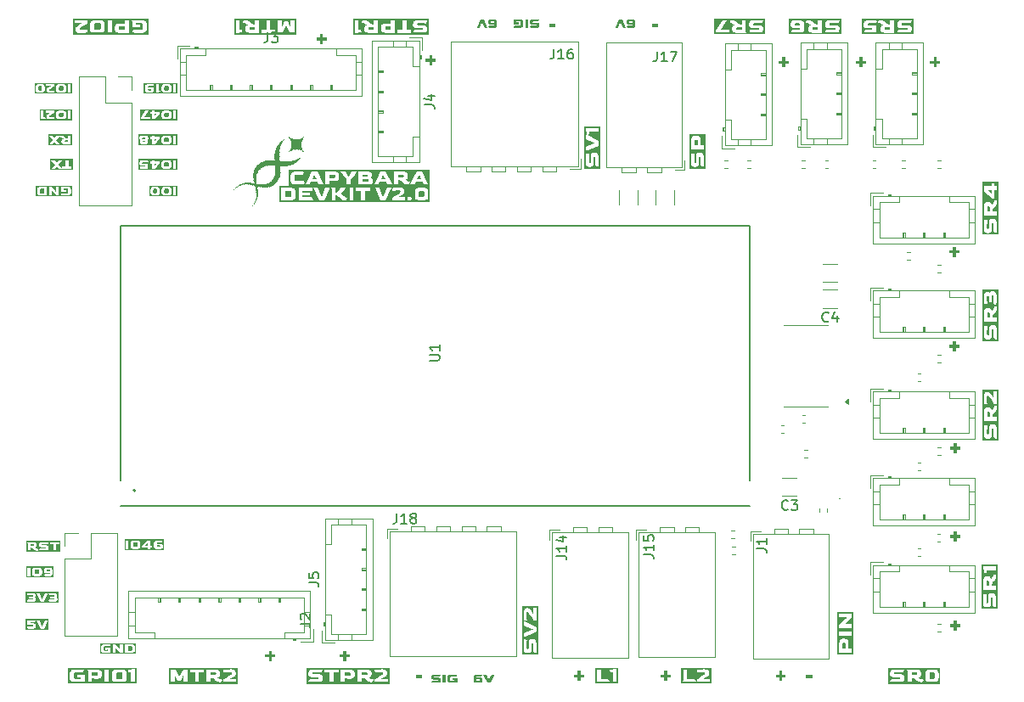
<source format=gbr>
%TF.GenerationSoftware,KiCad,Pcbnew,9.0.0*%
%TF.CreationDate,2025-04-21T23:38:42+01:00*%
%TF.ProjectId,CapyController,43617079-436f-46e7-9472-6f6c6c65722e,rev?*%
%TF.SameCoordinates,Original*%
%TF.FileFunction,Legend,Top*%
%TF.FilePolarity,Positive*%
%FSLAX46Y46*%
G04 Gerber Fmt 4.6, Leading zero omitted, Abs format (unit mm)*
G04 Created by KiCad (PCBNEW 9.0.0) date 2025-04-21 23:38:42*
%MOMM*%
%LPD*%
G01*
G04 APERTURE LIST*
%ADD10C,0.300000*%
%ADD11C,0.250000*%
%ADD12C,0.150000*%
%ADD13C,0.120000*%
%ADD14C,0.127000*%
%ADD15C,0.200000*%
%ADD16C,0.000000*%
%ADD17C,0.100000*%
G04 APERTURE END LIST*
D10*
G36*
X158875366Y-125138897D02*
G01*
X158875366Y-125495736D01*
X159232113Y-125495736D01*
X159232113Y-125791575D01*
X158875366Y-125791575D01*
X158875366Y-126146215D01*
X158579435Y-126146215D01*
X158579435Y-125791575D01*
X158222688Y-125791575D01*
X158222688Y-125495736D01*
X158579435Y-125495736D01*
X158579435Y-125138897D01*
X158875366Y-125138897D01*
G37*
G36*
X151475366Y-125138897D02*
G01*
X151475366Y-125495736D01*
X151832113Y-125495736D01*
X151832113Y-125791575D01*
X151475366Y-125791575D01*
X151475366Y-126146215D01*
X151179435Y-126146215D01*
X151179435Y-125791575D01*
X150822688Y-125791575D01*
X150822688Y-125495736D01*
X151179435Y-125495736D01*
X151179435Y-125138897D01*
X151475366Y-125138897D01*
G37*
G36*
X156575366Y-63638897D02*
G01*
X156575366Y-63995736D01*
X156932113Y-63995736D01*
X156932113Y-64291575D01*
X156575366Y-64291575D01*
X156575366Y-64646215D01*
X156279435Y-64646215D01*
X156279435Y-64291575D01*
X155922688Y-64291575D01*
X155922688Y-63995736D01*
X156279435Y-63995736D01*
X156279435Y-63638897D01*
X156575366Y-63638897D01*
G37*
G36*
X167475366Y-65738897D02*
G01*
X167475366Y-66095736D01*
X167832113Y-66095736D01*
X167832113Y-66391575D01*
X167475366Y-66391575D01*
X167475366Y-66746215D01*
X167179435Y-66746215D01*
X167179435Y-66391575D01*
X166822688Y-66391575D01*
X166822688Y-66095736D01*
X167179435Y-66095736D01*
X167179435Y-65738897D01*
X167475366Y-65738897D01*
G37*
G36*
X219775366Y-122138897D02*
G01*
X219775366Y-122495736D01*
X220132113Y-122495736D01*
X220132113Y-122791575D01*
X219775366Y-122791575D01*
X219775366Y-123146215D01*
X219479435Y-123146215D01*
X219479435Y-122791575D01*
X219122688Y-122791575D01*
X219122688Y-122495736D01*
X219479435Y-122495736D01*
X219479435Y-122138897D01*
X219775366Y-122138897D01*
G37*
G36*
X219775366Y-113238897D02*
G01*
X219775366Y-113595736D01*
X220132113Y-113595736D01*
X220132113Y-113891575D01*
X219775366Y-113891575D01*
X219775366Y-114246215D01*
X219479435Y-114246215D01*
X219479435Y-113891575D01*
X219122688Y-113891575D01*
X219122688Y-113595736D01*
X219479435Y-113595736D01*
X219479435Y-113238897D01*
X219775366Y-113238897D01*
G37*
G36*
X219775366Y-104438897D02*
G01*
X219775366Y-104795736D01*
X220132113Y-104795736D01*
X220132113Y-105091575D01*
X219775366Y-105091575D01*
X219775366Y-105446215D01*
X219479435Y-105446215D01*
X219479435Y-105091575D01*
X219122688Y-105091575D01*
X219122688Y-104795736D01*
X219479435Y-104795736D01*
X219479435Y-104438897D01*
X219775366Y-104438897D01*
G37*
G36*
X219675366Y-94273897D02*
G01*
X219675366Y-94630736D01*
X220032113Y-94630736D01*
X220032113Y-94926575D01*
X219675366Y-94926575D01*
X219675366Y-95281215D01*
X219379435Y-95281215D01*
X219379435Y-94926575D01*
X219022688Y-94926575D01*
X219022688Y-94630736D01*
X219379435Y-94630736D01*
X219379435Y-94273897D01*
X219675366Y-94273897D01*
G37*
G36*
X219675366Y-84848897D02*
G01*
X219675366Y-85205736D01*
X220032113Y-85205736D01*
X220032113Y-85501575D01*
X219675366Y-85501575D01*
X219675366Y-85856215D01*
X219379435Y-85856215D01*
X219379435Y-85501575D01*
X219022688Y-85501575D01*
X219022688Y-85205736D01*
X219379435Y-85205736D01*
X219379435Y-84848897D01*
X219675366Y-84848897D01*
G37*
G36*
X217775366Y-65938897D02*
G01*
X217775366Y-66295736D01*
X218132113Y-66295736D01*
X218132113Y-66591575D01*
X217775366Y-66591575D01*
X217775366Y-66946215D01*
X217479435Y-66946215D01*
X217479435Y-66591575D01*
X217122688Y-66591575D01*
X217122688Y-66295736D01*
X217479435Y-66295736D01*
X217479435Y-65938897D01*
X217775366Y-65938897D01*
G37*
G36*
X210375366Y-65938897D02*
G01*
X210375366Y-66295736D01*
X210732113Y-66295736D01*
X210732113Y-66591575D01*
X210375366Y-66591575D01*
X210375366Y-66946215D01*
X210079435Y-66946215D01*
X210079435Y-66591575D01*
X209722688Y-66591575D01*
X209722688Y-66295736D01*
X210079435Y-66295736D01*
X210079435Y-65938897D01*
X210375366Y-65938897D01*
G37*
G36*
X202675366Y-65938897D02*
G01*
X202675366Y-66295736D01*
X203032113Y-66295736D01*
X203032113Y-66591575D01*
X202675366Y-66591575D01*
X202675366Y-66946215D01*
X202379435Y-66946215D01*
X202379435Y-66591575D01*
X202022688Y-66591575D01*
X202022688Y-66295736D01*
X202379435Y-66295736D01*
X202379435Y-65938897D01*
X202675366Y-65938897D01*
G37*
D11*
G36*
X137491948Y-124701502D02*
G01*
X137519197Y-124711492D01*
X137537247Y-124726353D01*
X137554975Y-124757603D01*
X137561060Y-124795596D01*
X137561060Y-125037580D01*
X137555907Y-125074509D01*
X137542967Y-125101107D01*
X137522670Y-125120051D01*
X137493418Y-125132315D01*
X137451945Y-125136926D01*
X137131559Y-125136926D01*
X137131559Y-124697655D01*
X137451945Y-124697655D01*
X137491948Y-124701502D01*
G37*
G36*
X137957475Y-125455000D02*
G01*
X134322941Y-125455000D01*
X134322941Y-124795596D01*
X134447941Y-124795596D01*
X134447941Y-125051624D01*
X134453012Y-125126234D01*
X134466786Y-125184493D01*
X134487691Y-125229637D01*
X134515047Y-125264237D01*
X134550187Y-125290937D01*
X134596169Y-125311444D01*
X134655651Y-125325001D01*
X134731934Y-125330000D01*
X135176823Y-125330000D01*
X135306543Y-125327227D01*
X135375453Y-125320901D01*
X135425712Y-125308846D01*
X135434255Y-125300629D01*
X135420272Y-125271259D01*
X135420272Y-124850123D01*
X134913834Y-124850123D01*
X134913834Y-125043197D01*
X135097077Y-125029214D01*
X135153009Y-125027810D01*
X135153009Y-125134117D01*
X135062090Y-125136254D01*
X134946013Y-125136926D01*
X134832684Y-125136926D01*
X134785472Y-125133122D01*
X134756995Y-125123826D01*
X134741032Y-125111036D01*
X134726331Y-125081493D01*
X134720760Y-125037580D01*
X134720760Y-124798344D01*
X134727163Y-124752507D01*
X134743841Y-124723545D01*
X134761179Y-124711226D01*
X134789271Y-124702520D01*
X134832684Y-124699059D01*
X134962744Y-124699059D01*
X135218100Y-124703944D01*
X135354509Y-124713042D01*
X135397862Y-124538164D01*
X135390095Y-124529549D01*
X135346816Y-124516488D01*
X135290087Y-124509037D01*
X135241057Y-124507390D01*
X135630382Y-124507390D01*
X135644364Y-124619314D01*
X135644364Y-125330000D01*
X135912971Y-125330000D01*
X135912971Y-124859954D01*
X135926953Y-124859954D01*
X135981542Y-124925655D01*
X136387229Y-125330000D01*
X136620908Y-125330000D01*
X136620908Y-124507390D01*
X136844757Y-124507390D01*
X136858740Y-124619314D01*
X136858740Y-124697655D01*
X136858740Y-125136926D01*
X136858740Y-125330000D01*
X137493893Y-125330000D01*
X137581196Y-125324976D01*
X137650686Y-125311269D01*
X137705563Y-125290486D01*
X137748517Y-125263565D01*
X137783729Y-125227437D01*
X137809722Y-125181660D01*
X137826418Y-125124061D01*
X137832475Y-125051624D01*
X137832475Y-124784361D01*
X137826430Y-124713509D01*
X137809693Y-124656673D01*
X137783486Y-124611027D01*
X137747784Y-124574556D01*
X137704443Y-124547245D01*
X137649479Y-124526240D01*
X137580318Y-124512435D01*
X137493893Y-124507390D01*
X136844757Y-124507390D01*
X136620908Y-124507390D01*
X136352302Y-124507390D01*
X136352302Y-124969070D01*
X136336915Y-124969070D01*
X136282327Y-124907520D01*
X135887814Y-124507390D01*
X135630382Y-124507390D01*
X135241057Y-124507390D01*
X135199232Y-124505985D01*
X134731934Y-124505985D01*
X134663998Y-124510901D01*
X134607661Y-124524637D01*
X134560886Y-124546178D01*
X134522069Y-124575228D01*
X134491558Y-124611927D01*
X134468503Y-124659122D01*
X134453450Y-124719285D01*
X134447941Y-124795596D01*
X134322941Y-124795596D01*
X134322941Y-124380985D01*
X137957475Y-124380985D01*
X137957475Y-125455000D01*
G37*
G36*
X131074337Y-74228138D02*
G01*
X131151273Y-74231680D01*
X131151273Y-74400940D01*
X130860258Y-74400940D01*
X130818546Y-74395976D01*
X130796632Y-74384148D01*
X130783767Y-74364599D01*
X130779108Y-74336582D01*
X130779108Y-74321195D01*
X130783655Y-74288322D01*
X130796632Y-74261782D01*
X130819610Y-74242978D01*
X130861662Y-74231680D01*
X130921135Y-74227466D01*
X130988974Y-74226062D01*
X131074337Y-74228138D01*
G37*
G36*
X131563075Y-74719014D02*
G01*
X129162456Y-74719014D01*
X129162456Y-74592609D01*
X129287456Y-74592609D01*
X129638616Y-74592609D01*
X129810685Y-74339391D01*
X129826072Y-74339391D01*
X129998142Y-74592609D01*
X130349302Y-74592609D01*
X129999546Y-74181304D01*
X130228959Y-73928086D01*
X130363651Y-73928086D01*
X130394426Y-73930894D01*
X130460860Y-73945549D01*
X130500907Y-73960512D01*
X130546894Y-73984078D01*
X130619007Y-74029508D01*
X130685380Y-74072189D01*
X130627390Y-74096175D01*
X130583207Y-74127637D01*
X130550436Y-74166589D01*
X130526858Y-74212518D01*
X130512621Y-74262334D01*
X130507754Y-74317042D01*
X130507754Y-74321195D01*
X130507754Y-74336582D01*
X130507754Y-74343604D01*
X130510548Y-74389418D01*
X130518928Y-74434523D01*
X130534806Y-74476950D01*
X130560205Y-74514940D01*
X130595252Y-74546268D01*
X130645507Y-74572337D01*
X130705426Y-74587988D01*
X130790343Y-74594014D01*
X131438075Y-74594014D01*
X131424092Y-74480685D01*
X131424092Y-73770000D01*
X131151273Y-73770000D01*
X131151273Y-74040010D01*
X131140099Y-74040010D01*
X131069139Y-74036338D01*
X131017001Y-74026699D01*
X130970224Y-74009908D01*
X130929562Y-73986826D01*
X130891439Y-73957489D01*
X130849084Y-73918316D01*
X130790343Y-73859515D01*
X130742920Y-73817622D01*
X130697942Y-73789702D01*
X130654666Y-73773480D01*
X130587338Y-73760119D01*
X130530102Y-73756017D01*
X130456707Y-73760901D01*
X130405600Y-73770000D01*
X130363651Y-73928086D01*
X130228959Y-73928086D01*
X130296118Y-73853958D01*
X130349302Y-73770000D01*
X129998142Y-73770000D01*
X129826072Y-74024623D01*
X129810685Y-74024623D01*
X129638616Y-73770000D01*
X129287456Y-73770000D01*
X129637212Y-74181304D01*
X129341983Y-74510055D01*
X129287456Y-74592609D01*
X129162456Y-74592609D01*
X129162456Y-73631017D01*
X131563075Y-73631017D01*
X131563075Y-74719014D01*
G37*
D10*
G36*
X164578827Y-77656034D02*
G01*
X164611697Y-77673777D01*
X164630996Y-77703101D01*
X164637984Y-77745126D01*
X164637984Y-77768207D01*
X164631163Y-77817515D01*
X164611697Y-77857325D01*
X164577231Y-77885532D01*
X164514153Y-77902479D01*
X164424943Y-77908799D01*
X164323185Y-77910906D01*
X164195141Y-77907792D01*
X164079736Y-77902479D01*
X164079736Y-77648589D01*
X164516259Y-77648589D01*
X164578827Y-77656034D01*
G37*
G36*
X155945167Y-78080899D02*
G01*
X155514964Y-78080899D01*
X155720677Y-77633843D01*
X155741652Y-77633843D01*
X155945167Y-78080899D01*
G37*
G36*
X157732073Y-77656940D02*
G01*
X157764715Y-77676891D01*
X157782782Y-77710549D01*
X157789903Y-77766100D01*
X157789903Y-77873079D01*
X157782220Y-77928247D01*
X157762609Y-77961281D01*
X157728590Y-77980561D01*
X157666072Y-77988483D01*
X157231655Y-77988483D01*
X157231655Y-77648589D01*
X157668178Y-77648589D01*
X157732073Y-77656940D01*
G37*
G36*
X161079068Y-78108397D02*
G01*
X161112277Y-78123947D01*
X161132514Y-78149869D01*
X161139571Y-78185771D01*
X161139571Y-78223598D01*
X161133700Y-78263401D01*
X161118505Y-78287620D01*
X161092329Y-78301636D01*
X161043034Y-78307495D01*
X160537268Y-78307495D01*
X160537268Y-78101873D01*
X161017847Y-78101873D01*
X161079068Y-78108397D01*
G37*
G36*
X161004264Y-77652491D02*
G01*
X161032501Y-77665350D01*
X161047583Y-77688648D01*
X161053476Y-77728273D01*
X161053476Y-77749248D01*
X161047890Y-77785976D01*
X161032501Y-77812262D01*
X161005948Y-77828662D01*
X160956939Y-77835343D01*
X160537268Y-77835343D01*
X160537268Y-77646482D01*
X160938071Y-77646482D01*
X161004264Y-77652491D01*
G37*
G36*
X162793248Y-78080899D02*
G01*
X162363045Y-78080899D01*
X162568758Y-77633843D01*
X162589733Y-77633843D01*
X162793248Y-78080899D01*
G37*
G36*
X166401203Y-78080899D02*
G01*
X165971000Y-78080899D01*
X166176714Y-77633843D01*
X166197688Y-77633843D01*
X166401203Y-78080899D01*
G37*
G36*
X167239416Y-78782641D02*
G01*
X153180245Y-78782641D01*
X153180245Y-77793394D01*
X153346912Y-77793394D01*
X153346912Y-78177436D01*
X153354518Y-78289351D01*
X153375179Y-78376740D01*
X153406537Y-78444456D01*
X153447570Y-78496356D01*
X153500281Y-78536405D01*
X153569254Y-78567167D01*
X153658477Y-78587501D01*
X153772902Y-78595000D01*
X154314296Y-78595000D01*
X154843418Y-78595000D01*
X155284154Y-78595000D01*
X155399559Y-78370418D01*
X156062678Y-78370418D01*
X156165535Y-78595000D01*
X156616713Y-78595000D01*
X156003968Y-77361085D01*
X155458360Y-77361085D01*
X155099629Y-78080899D01*
X154843418Y-78595000D01*
X154314296Y-78595000D01*
X154484959Y-78590199D01*
X154596580Y-78578238D01*
X154690609Y-78558493D01*
X154741386Y-78540411D01*
X154777669Y-78518929D01*
X154784433Y-78508995D01*
X154656389Y-78282308D01*
X154609791Y-78288993D01*
X154467437Y-78298061D01*
X154010031Y-78305389D01*
X153924027Y-78305389D01*
X153853209Y-78299683D01*
X153810493Y-78285739D01*
X153786549Y-78266554D01*
X153764497Y-78222240D01*
X153756140Y-78156370D01*
X153756140Y-77797516D01*
X153765745Y-77728761D01*
X153790762Y-77685317D01*
X153816769Y-77666840D01*
X153858907Y-77653780D01*
X153924027Y-77648589D01*
X154031005Y-77648589D01*
X154413948Y-77655916D01*
X154618654Y-77669563D01*
X154683683Y-77407247D01*
X154672023Y-77394326D01*
X154607021Y-77374732D01*
X154521928Y-77363555D01*
X154385646Y-77358978D01*
X156801452Y-77358978D01*
X156822426Y-77528971D01*
X156822426Y-77648589D01*
X156822426Y-77988483D01*
X156822426Y-78595000D01*
X157231655Y-78595000D01*
X157231655Y-78257120D01*
X157402656Y-78267653D01*
X157649219Y-78273881D01*
X157794024Y-78273881D01*
X157902661Y-78267124D01*
X157984334Y-78249130D01*
X158044801Y-78222499D01*
X158097810Y-78183591D01*
X158137135Y-78138379D01*
X158164419Y-78086120D01*
X158188601Y-77998343D01*
X158196933Y-77900373D01*
X158196933Y-77734593D01*
X158193451Y-77660145D01*
X158183286Y-77590887D01*
X158162228Y-77526592D01*
X158126683Y-77471269D01*
X158075581Y-77426634D01*
X157998639Y-77389386D01*
X157906326Y-77367500D01*
X157806001Y-77361085D01*
X158323237Y-77361085D01*
X158935982Y-78085020D01*
X158935982Y-78595000D01*
X159340997Y-78595000D01*
X159340997Y-78093447D01*
X159736935Y-77646482D01*
X160128039Y-77646482D01*
X160128039Y-77835343D01*
X160128039Y-78101873D01*
X160128039Y-78307495D01*
X160128039Y-78595000D01*
X161168880Y-78595000D01*
X161691499Y-78595000D01*
X162132235Y-78595000D01*
X162247640Y-78370418D01*
X162910759Y-78370418D01*
X163013616Y-78595000D01*
X163464794Y-78595000D01*
X162852049Y-77361085D01*
X162306441Y-77361085D01*
X161947710Y-78080899D01*
X161691499Y-78595000D01*
X161168880Y-78595000D01*
X161282200Y-78586312D01*
X161362962Y-78563584D01*
X161430630Y-78526011D01*
X161478458Y-78480694D01*
X161512888Y-78426233D01*
X161534054Y-78366297D01*
X161545069Y-78303095D01*
X161548709Y-78240359D01*
X161548709Y-78202532D01*
X161542041Y-78125908D01*
X161523454Y-78063567D01*
X161494120Y-78012663D01*
X161453923Y-77969450D01*
X161405417Y-77935663D01*
X161347300Y-77910906D01*
X161386252Y-77881370D01*
X161425976Y-77832229D01*
X161452915Y-77771259D01*
X161462704Y-77690538D01*
X161462704Y-77627615D01*
X161452797Y-77557440D01*
X161423389Y-77494899D01*
X161372487Y-77437655D01*
X161325951Y-77405958D01*
X161264988Y-77381363D01*
X161186080Y-77365017D01*
X161084983Y-77358978D01*
X163649533Y-77358978D01*
X163670507Y-77528971D01*
X163670507Y-77648589D01*
X163670507Y-77902479D01*
X163670507Y-78595000D01*
X164079736Y-78595000D01*
X164079736Y-78189984D01*
X164096497Y-78189984D01*
X164202937Y-78195492D01*
X164281145Y-78209951D01*
X164351310Y-78235136D01*
X164412303Y-78269760D01*
X164469487Y-78313765D01*
X164533020Y-78372525D01*
X164621131Y-78460727D01*
X164692265Y-78523565D01*
X164759733Y-78565446D01*
X164824646Y-78589779D01*
X164925639Y-78609820D01*
X165011492Y-78615974D01*
X165121584Y-78608647D01*
X165198246Y-78595000D01*
X165299454Y-78595000D01*
X165740191Y-78595000D01*
X165855595Y-78370418D01*
X166518715Y-78370418D01*
X166621571Y-78595000D01*
X167072749Y-78595000D01*
X166460005Y-77361085D01*
X165914397Y-77361085D01*
X165555665Y-78080899D01*
X165299454Y-78595000D01*
X165198246Y-78595000D01*
X165261169Y-78357870D01*
X165215007Y-78353657D01*
X165115356Y-78331675D01*
X165055285Y-78309231D01*
X164986304Y-78273881D01*
X164878135Y-78205737D01*
X164778576Y-78141715D01*
X164865560Y-78105736D01*
X164931835Y-78058544D01*
X164980992Y-78000116D01*
X165016358Y-77931221D01*
X165037715Y-77856498D01*
X165045014Y-77774435D01*
X165045014Y-77734593D01*
X165040823Y-77665871D01*
X165028253Y-77598214D01*
X165004437Y-77534574D01*
X164966338Y-77477588D01*
X164913767Y-77430597D01*
X164838385Y-77391493D01*
X164748506Y-77368017D01*
X164621131Y-77358978D01*
X163649533Y-77358978D01*
X161084983Y-77358978D01*
X160128039Y-77358978D01*
X160128039Y-77646482D01*
X159736935Y-77646482D01*
X159878271Y-77486931D01*
X159960061Y-77361085D01*
X159454387Y-77361085D01*
X159250780Y-77648589D01*
X159154243Y-77801729D01*
X159133269Y-77801729D01*
X159036732Y-77648589D01*
X158829003Y-77361085D01*
X158323237Y-77361085D01*
X157806001Y-77361085D01*
X157773050Y-77358978D01*
X156801452Y-77358978D01*
X154385646Y-77358978D01*
X153772902Y-77358978D01*
X153670997Y-77366352D01*
X153586492Y-77386956D01*
X153516330Y-77419268D01*
X153458103Y-77462842D01*
X153412337Y-77517891D01*
X153377754Y-77588683D01*
X153355175Y-77678928D01*
X153346912Y-77793394D01*
X153180245Y-77793394D01*
X153180245Y-77192311D01*
X167239416Y-77192311D01*
X167239416Y-78782641D01*
G37*
D11*
G36*
X139941263Y-79063610D02*
G01*
X139965421Y-79072526D01*
X139982606Y-79086154D01*
X139999429Y-79115953D01*
X140005687Y-79159610D01*
X140005687Y-79404403D01*
X139999391Y-79445714D01*
X139981934Y-79475783D01*
X139964282Y-79489889D01*
X139940248Y-79498978D01*
X139907745Y-79502344D01*
X139748255Y-79502344D01*
X139715984Y-79498718D01*
X139692490Y-79488940D01*
X139675532Y-79473646D01*
X139658882Y-79442499D01*
X139653122Y-79404403D01*
X139653122Y-79159610D01*
X139658967Y-79116940D01*
X139674799Y-79086826D01*
X139691206Y-79072866D01*
X139714826Y-79063718D01*
X139748255Y-79060265D01*
X139907745Y-79060265D01*
X139941263Y-79063610D01*
G37*
G36*
X141115797Y-79063339D02*
G01*
X141143050Y-79071569D01*
X141163093Y-79084017D01*
X141177951Y-79101820D01*
X141187512Y-79126277D01*
X141191058Y-79159610D01*
X141191058Y-79404403D01*
X141187441Y-79438671D01*
X141177830Y-79462973D01*
X141163093Y-79479935D01*
X141130580Y-79496059D01*
X141079134Y-79502344D01*
X140862308Y-79502344D01*
X140820081Y-79497730D01*
X140790607Y-79485522D01*
X140770434Y-79466792D01*
X140757833Y-79440634D01*
X140753192Y-79404403D01*
X140753192Y-79159610D01*
X140757865Y-79122747D01*
X140770531Y-79096194D01*
X140790749Y-79077236D01*
X140820202Y-79064914D01*
X140862308Y-79060265D01*
X141079134Y-79060265D01*
X141115797Y-79063339D01*
G37*
G36*
X142063075Y-79817609D02*
G01*
X139259516Y-79817609D01*
X139259516Y-79148375D01*
X139384516Y-79148375D01*
X139384516Y-79159610D01*
X139384516Y-79404403D01*
X139384516Y-79415638D01*
X139389792Y-79489204D01*
X139404177Y-79546949D01*
X139426153Y-79592015D01*
X139455163Y-79626847D01*
X139491795Y-79653027D01*
X139541527Y-79673586D01*
X139607866Y-79687434D01*
X139695071Y-79692609D01*
X139962334Y-79692609D01*
X140049503Y-79687446D01*
X140115995Y-79673615D01*
X140166001Y-79653054D01*
X140202974Y-79626847D01*
X140232292Y-79591967D01*
X140254471Y-79546879D01*
X140268976Y-79489149D01*
X140274293Y-79415638D01*
X140274293Y-79148375D01*
X140484525Y-79148375D01*
X140484525Y-79159610D01*
X140484525Y-79404403D01*
X140484525Y-79415638D01*
X140489568Y-79487804D01*
X140503369Y-79545008D01*
X140524508Y-79590130D01*
X140552424Y-79625443D01*
X140588000Y-79652899D01*
X140633913Y-79673828D01*
X140692614Y-79687568D01*
X140767175Y-79692609D01*
X141175671Y-79692609D01*
X141669469Y-79692609D01*
X141938075Y-79692609D01*
X141938075Y-78870000D01*
X141669469Y-78870000D01*
X141669469Y-79692609D01*
X141175671Y-79692609D01*
X141251838Y-79687521D01*
X141311288Y-79673708D01*
X141357317Y-79652773D01*
X141392559Y-79625443D01*
X141420115Y-79590186D01*
X141441013Y-79545088D01*
X141454671Y-79487867D01*
X141459665Y-79415638D01*
X141459665Y-79148375D01*
X141454578Y-79074642D01*
X141440717Y-79016692D01*
X141419591Y-78971437D01*
X141391826Y-78936434D01*
X141356312Y-78909358D01*
X141310242Y-78888648D01*
X141251081Y-78875012D01*
X141175671Y-78870000D01*
X140767175Y-78870000D01*
X140693372Y-78874964D01*
X140634950Y-78888526D01*
X140588975Y-78909231D01*
X140553096Y-78936434D01*
X140524999Y-78971489D01*
X140503651Y-79016768D01*
X140489657Y-79074702D01*
X140484525Y-79148375D01*
X140274293Y-79148375D01*
X140268945Y-79074984D01*
X140254328Y-79017127D01*
X140231925Y-78971736D01*
X140202241Y-78936434D01*
X140164896Y-78909862D01*
X140114791Y-78889098D01*
X140048614Y-78875181D01*
X139962334Y-78870000D01*
X139695071Y-78870000D01*
X139608756Y-78875193D01*
X139542731Y-78889127D01*
X139492900Y-78909889D01*
X139455896Y-78936434D01*
X139426520Y-78971688D01*
X139404320Y-79017058D01*
X139389823Y-79074930D01*
X139384516Y-79148375D01*
X139259516Y-79148375D01*
X139259516Y-78745000D01*
X142063075Y-78745000D01*
X142063075Y-79817609D01*
G37*
G36*
X177979989Y-62170000D02*
G01*
X178068810Y-62172490D01*
X178119879Y-62178365D01*
X178157553Y-62189509D01*
X178164637Y-62197965D01*
X178080739Y-62378461D01*
X177947810Y-62367958D01*
X177686165Y-62363073D01*
X177575645Y-62363073D01*
X177531247Y-62367373D01*
X177509944Y-62377056D01*
X177497570Y-62393661D01*
X177493152Y-62417601D01*
X177493152Y-62431645D01*
X177497906Y-62461388D01*
X177509944Y-62477745D01*
X177531105Y-62486466D01*
X177575645Y-62490385D01*
X177896031Y-62490385D01*
X177968761Y-62494453D01*
X178025309Y-62505430D01*
X178068754Y-62521852D01*
X178101683Y-62542836D01*
X178128400Y-62571192D01*
X178148355Y-62607799D01*
X178161307Y-62654603D01*
X178166041Y-62714234D01*
X178166041Y-62764609D01*
X178160153Y-62824277D01*
X178142960Y-62877876D01*
X178124308Y-62909625D01*
X178098320Y-62937251D01*
X178063948Y-62961102D01*
X178025261Y-62977590D01*
X177974908Y-62988552D01*
X177910013Y-62992609D01*
X177445586Y-62992609D01*
X177363778Y-62989893D01*
X177303558Y-62982779D01*
X177255231Y-62970200D01*
X177246894Y-62961835D01*
X177288843Y-62788361D01*
X177436488Y-62797459D01*
X177711383Y-62802344D01*
X177812133Y-62803749D01*
X177851986Y-62800197D01*
X177873682Y-62791842D01*
X177887126Y-62776085D01*
X177893222Y-62747817D01*
X177893222Y-62737986D01*
X177887890Y-62709716D01*
X177873682Y-62693229D01*
X177850719Y-62684339D01*
X177810729Y-62680650D01*
X177502922Y-62680650D01*
X177416920Y-62675719D01*
X177350453Y-62662454D01*
X177310951Y-62646553D01*
X177279167Y-62624458D01*
X177253916Y-62595959D01*
X177236455Y-62562037D01*
X177224734Y-62515891D01*
X177220333Y-62453993D01*
X177220333Y-62403618D01*
X177226840Y-62335585D01*
X177245081Y-62280026D01*
X177274188Y-62234357D01*
X177303144Y-62208158D01*
X177342064Y-62188159D01*
X177393544Y-62174914D01*
X177460973Y-62170000D01*
X177979989Y-62170000D01*
G37*
G36*
X177024328Y-62170000D02*
G01*
X177024328Y-62992609D01*
X176755722Y-62992609D01*
X176755722Y-62170000D01*
X177024328Y-62170000D01*
G37*
G36*
X176261924Y-62170000D02*
G01*
X176338207Y-62174998D01*
X176397689Y-62188555D01*
X176443671Y-62209062D01*
X176478811Y-62235762D01*
X176506167Y-62270362D01*
X176527072Y-62315506D01*
X176540846Y-62373765D01*
X176545917Y-62448375D01*
X176545917Y-62704403D01*
X176540408Y-62780714D01*
X176525355Y-62840877D01*
X176502300Y-62888072D01*
X176471789Y-62924771D01*
X176432972Y-62953821D01*
X176386197Y-62975362D01*
X176329860Y-62989098D01*
X176261924Y-62994014D01*
X175794626Y-62994014D01*
X175703771Y-62990962D01*
X175647042Y-62983511D01*
X175603763Y-62970450D01*
X175595996Y-62961835D01*
X175639349Y-62786957D01*
X175775758Y-62796055D01*
X176031114Y-62800940D01*
X176161174Y-62800940D01*
X176204587Y-62797479D01*
X176232679Y-62788773D01*
X176250017Y-62776454D01*
X176266695Y-62747492D01*
X176273098Y-62701655D01*
X176273098Y-62462419D01*
X176267527Y-62418506D01*
X176252826Y-62388963D01*
X176236863Y-62376173D01*
X176208386Y-62366877D01*
X176161174Y-62363073D01*
X176047845Y-62363073D01*
X175931769Y-62363745D01*
X175840849Y-62365882D01*
X175840849Y-62472189D01*
X175896781Y-62470785D01*
X176080024Y-62456802D01*
X176080024Y-62649876D01*
X175573586Y-62649876D01*
X175573586Y-62228740D01*
X175559603Y-62199370D01*
X175568146Y-62191153D01*
X175618405Y-62179098D01*
X175687315Y-62172772D01*
X175817035Y-62170000D01*
X176261924Y-62170000D01*
G37*
G36*
X128768440Y-79502344D02*
G01*
X128448054Y-79502344D01*
X128408051Y-79498497D01*
X128380802Y-79488507D01*
X128362752Y-79473646D01*
X128345024Y-79442396D01*
X128338939Y-79404403D01*
X128338939Y-79162419D01*
X128344092Y-79125490D01*
X128357032Y-79098892D01*
X128377329Y-79079948D01*
X128406581Y-79067684D01*
X128448054Y-79063073D01*
X128768440Y-79063073D01*
X128768440Y-79502344D01*
G37*
G36*
X131577058Y-79819014D02*
G01*
X127942524Y-79819014D01*
X127942524Y-79148375D01*
X128067524Y-79148375D01*
X128067524Y-79162419D01*
X128067524Y-79404403D01*
X128067524Y-79415638D01*
X128073569Y-79486490D01*
X128090306Y-79543326D01*
X128116513Y-79588972D01*
X128152215Y-79625443D01*
X128195556Y-79652754D01*
X128250520Y-79673759D01*
X128319681Y-79687564D01*
X128406106Y-79692609D01*
X129055242Y-79692609D01*
X129279091Y-79692609D01*
X129547697Y-79692609D01*
X129547697Y-79230929D01*
X129563084Y-79230929D01*
X129617672Y-79292479D01*
X130012185Y-79692609D01*
X130269617Y-79692609D01*
X130255635Y-79580685D01*
X130255635Y-78899370D01*
X130465744Y-78899370D01*
X130479727Y-78928740D01*
X130479727Y-79349876D01*
X130986165Y-79349876D01*
X130986165Y-79156802D01*
X130802922Y-79170785D01*
X130746990Y-79172189D01*
X130746990Y-79065882D01*
X130837909Y-79063745D01*
X130953986Y-79063073D01*
X131067315Y-79063073D01*
X131114527Y-79066877D01*
X131143004Y-79076173D01*
X131158967Y-79088963D01*
X131173668Y-79118506D01*
X131179239Y-79162419D01*
X131179239Y-79401655D01*
X131172836Y-79447492D01*
X131156158Y-79476454D01*
X131138820Y-79488773D01*
X131110728Y-79497479D01*
X131067315Y-79500940D01*
X130937255Y-79500940D01*
X130681899Y-79496055D01*
X130545490Y-79486957D01*
X130502137Y-79661835D01*
X130509904Y-79670450D01*
X130553183Y-79683511D01*
X130609912Y-79690962D01*
X130700767Y-79694014D01*
X131168065Y-79694014D01*
X131236001Y-79689098D01*
X131292338Y-79675362D01*
X131339113Y-79653821D01*
X131377930Y-79624771D01*
X131408441Y-79588072D01*
X131431496Y-79540877D01*
X131446549Y-79480714D01*
X131452058Y-79404403D01*
X131452058Y-79148375D01*
X131446987Y-79073765D01*
X131433213Y-79015506D01*
X131412308Y-78970362D01*
X131384952Y-78935762D01*
X131349812Y-78909062D01*
X131303830Y-78888555D01*
X131244348Y-78874998D01*
X131168065Y-78870000D01*
X130723176Y-78870000D01*
X130593456Y-78872772D01*
X130524546Y-78879098D01*
X130474287Y-78891153D01*
X130465744Y-78899370D01*
X130255635Y-78899370D01*
X130255635Y-78870000D01*
X129987028Y-78870000D01*
X129987028Y-79340045D01*
X129973046Y-79340045D01*
X129918457Y-79274344D01*
X129512770Y-78870000D01*
X129279091Y-78870000D01*
X129279091Y-79692609D01*
X129055242Y-79692609D01*
X129041259Y-79580685D01*
X129041259Y-78870000D01*
X128406106Y-78870000D01*
X128318803Y-78875023D01*
X128249313Y-78888730D01*
X128194436Y-78909513D01*
X128151482Y-78936434D01*
X128116270Y-78972562D01*
X128090277Y-79018339D01*
X128073581Y-79075938D01*
X128067524Y-79148375D01*
X127942524Y-79148375D01*
X127942524Y-78745000D01*
X131577058Y-78745000D01*
X131577058Y-79819014D01*
G37*
G36*
X138822567Y-74288411D02*
G01*
X138841381Y-74296709D01*
X138852425Y-74312017D01*
X138856769Y-74339391D01*
X138856769Y-74346413D01*
X138851977Y-74378179D01*
X138840710Y-74392513D01*
X138821623Y-74399410D01*
X138786793Y-74402344D01*
X138655329Y-74402344D01*
X138620916Y-74398785D01*
X138602878Y-74390437D01*
X138592397Y-74375084D01*
X138588162Y-74346413D01*
X138588162Y-74339391D01*
X138592107Y-74315259D01*
X138602878Y-74298846D01*
X138621145Y-74288974D01*
X138655329Y-74284863D01*
X138786793Y-74284863D01*
X138822567Y-74288411D01*
G37*
G36*
X138848180Y-73965530D02*
G01*
X138875636Y-73978461D01*
X138892676Y-74000240D01*
X138898717Y-74031645D01*
X138898717Y-74035797D01*
X138892490Y-74071523D01*
X138874965Y-74097346D01*
X138846624Y-74113489D01*
X138800776Y-74119755D01*
X138641285Y-74119755D01*
X138595643Y-74113618D01*
X138568562Y-74098079D01*
X138552151Y-74072747D01*
X138546153Y-74035797D01*
X138546153Y-74031645D01*
X138551895Y-74000115D01*
X138567890Y-73978461D01*
X138594150Y-73965582D01*
X138641285Y-73960265D01*
X138800776Y-73960265D01*
X138848180Y-73965530D01*
G37*
G36*
X139988895Y-74100155D02*
G01*
X139795821Y-74337986D01*
X139781838Y-74337986D01*
X139781838Y-74086172D01*
X139990300Y-74086172D01*
X139988895Y-74100155D01*
G37*
G36*
X141115797Y-73963339D02*
G01*
X141143050Y-73971569D01*
X141163093Y-73984017D01*
X141177951Y-74001820D01*
X141187512Y-74026277D01*
X141191058Y-74059610D01*
X141191058Y-74304403D01*
X141187441Y-74338671D01*
X141177830Y-74362973D01*
X141163093Y-74379935D01*
X141130580Y-74396059D01*
X141079134Y-74402344D01*
X140862308Y-74402344D01*
X140820081Y-74397730D01*
X140790607Y-74385522D01*
X140770434Y-74366792D01*
X140757833Y-74340634D01*
X140753192Y-74304403D01*
X140753192Y-74059610D01*
X140757865Y-74022747D01*
X140770531Y-73996194D01*
X140790749Y-73977236D01*
X140820202Y-73964914D01*
X140862308Y-73960265D01*
X141079134Y-73960265D01*
X141115797Y-73963339D01*
G37*
G36*
X142063075Y-74717609D02*
G01*
X138152547Y-74717609D01*
X138152547Y-74020409D01*
X138277547Y-74020409D01*
X138277547Y-74031645D01*
X138277547Y-74035797D01*
X138284073Y-74087938D01*
X138304169Y-74140027D01*
X138325520Y-74170288D01*
X138356107Y-74195666D01*
X138397897Y-74216292D01*
X138366775Y-74240738D01*
X138341233Y-74277170D01*
X138325115Y-74320462D01*
X138322998Y-74339391D01*
X138322213Y-74346413D01*
X138319556Y-74370165D01*
X138319556Y-74385553D01*
X138325372Y-74438585D01*
X138342637Y-74487707D01*
X138361068Y-74516661D01*
X138386786Y-74541983D01*
X138420978Y-74563911D01*
X138458999Y-74578847D01*
X138509074Y-74588875D01*
X138574180Y-74592609D01*
X138869347Y-74592609D01*
X138935416Y-74588871D01*
X138986186Y-74578837D01*
X139024685Y-74563911D01*
X139059266Y-74541916D01*
X139084945Y-74516594D01*
X139103026Y-74487707D01*
X139119736Y-74438622D01*
X139125375Y-74385553D01*
X139125375Y-74370165D01*
X139119760Y-74319336D01*
X139103698Y-74276437D01*
X139078462Y-74240498D01*
X139048438Y-74216292D01*
X139090188Y-74195640D01*
X139120529Y-74170264D01*
X139141495Y-74140027D01*
X139160981Y-74087979D01*
X139167323Y-74035797D01*
X139167323Y-74020409D01*
X139161207Y-73950704D01*
X139144373Y-73895682D01*
X139142811Y-73893098D01*
X139321563Y-73893098D01*
X139321563Y-74083363D01*
X139509019Y-74083363D01*
X139509019Y-74086172D01*
X139509019Y-74337986D01*
X139509019Y-74592609D01*
X139855966Y-74592609D01*
X140330286Y-74058206D01*
X140330286Y-74048375D01*
X140484525Y-74048375D01*
X140484525Y-74059610D01*
X140484525Y-74304403D01*
X140484525Y-74315638D01*
X140489568Y-74387804D01*
X140503369Y-74445008D01*
X140524508Y-74490130D01*
X140552424Y-74525443D01*
X140588000Y-74552899D01*
X140633913Y-74573828D01*
X140692614Y-74587568D01*
X140767175Y-74592609D01*
X141175671Y-74592609D01*
X141669469Y-74592609D01*
X141938075Y-74592609D01*
X141938075Y-73770000D01*
X141669469Y-73770000D01*
X141669469Y-74592609D01*
X141175671Y-74592609D01*
X141251838Y-74587521D01*
X141311288Y-74573708D01*
X141357317Y-74552773D01*
X141392559Y-74525443D01*
X141420115Y-74490186D01*
X141441013Y-74445088D01*
X141454671Y-74387867D01*
X141459665Y-74315638D01*
X141459665Y-74048375D01*
X141454578Y-73974642D01*
X141440717Y-73916692D01*
X141419591Y-73871437D01*
X141391826Y-73836434D01*
X141356312Y-73809358D01*
X141310242Y-73788648D01*
X141251081Y-73775012D01*
X141175671Y-73770000D01*
X140767175Y-73770000D01*
X140693372Y-73774964D01*
X140634950Y-73788526D01*
X140588975Y-73809231D01*
X140553096Y-73836434D01*
X140524999Y-73871489D01*
X140503651Y-73916768D01*
X140489657Y-73974702D01*
X140484525Y-74048375D01*
X140330286Y-74048375D01*
X140330286Y-73893098D01*
X139781838Y-73893098D01*
X139781838Y-73770000D01*
X139509019Y-73770000D01*
X139509019Y-73893098D01*
X139321563Y-73893098D01*
X139142811Y-73893098D01*
X139118118Y-73852248D01*
X139082337Y-73818253D01*
X139035545Y-73792747D01*
X138975070Y-73776108D01*
X138897313Y-73770000D01*
X138546153Y-73770000D01*
X138468889Y-73776093D01*
X138408767Y-73792695D01*
X138362217Y-73818161D01*
X138326592Y-73852128D01*
X138300431Y-73895561D01*
X138283647Y-73950620D01*
X138277547Y-74020409D01*
X138152547Y-74020409D01*
X138152547Y-73645000D01*
X142063075Y-73645000D01*
X142063075Y-74717609D01*
G37*
D10*
G36*
X190624633Y-128161102D02*
G01*
X190624633Y-127804263D01*
X190267886Y-127804263D01*
X190267886Y-127508424D01*
X190624633Y-127508424D01*
X190624633Y-127153784D01*
X190920564Y-127153784D01*
X190920564Y-127508424D01*
X191277311Y-127508424D01*
X191277311Y-127804263D01*
X190920564Y-127804263D01*
X190920564Y-128161102D01*
X190624633Y-128161102D01*
G37*
D11*
G36*
X131647034Y-77169014D02*
G01*
X129365666Y-77169014D01*
X129365666Y-77042609D01*
X129490666Y-77042609D01*
X129841826Y-77042609D01*
X130013895Y-76789391D01*
X130029282Y-76789391D01*
X130201352Y-77042609D01*
X130552512Y-77042609D01*
X130391914Y-76853749D01*
X130580478Y-76853749D01*
X130580478Y-77044014D01*
X131522034Y-77044014D01*
X131522034Y-76853749D01*
X131189070Y-76853749D01*
X131189070Y-76220000D01*
X130917655Y-76220000D01*
X130917655Y-76853749D01*
X130580478Y-76853749D01*
X130391914Y-76853749D01*
X130202756Y-76631304D01*
X130499328Y-76303958D01*
X130552512Y-76220000D01*
X130201352Y-76220000D01*
X130029282Y-76474623D01*
X130013895Y-76474623D01*
X129841826Y-76220000D01*
X129490666Y-76220000D01*
X129840422Y-76631304D01*
X129545193Y-76960055D01*
X129490666Y-77042609D01*
X129365666Y-77042609D01*
X129365666Y-76095000D01*
X131647034Y-76095000D01*
X131647034Y-77169014D01*
G37*
D10*
G36*
X178011667Y-125540729D02*
G01*
X176421337Y-125540729D01*
X176421337Y-124293379D01*
X176611085Y-124293379D01*
X176611085Y-124990020D01*
X176617171Y-125087363D01*
X176633614Y-125162892D01*
X176658346Y-125220922D01*
X176694123Y-125272481D01*
X176735561Y-125311462D01*
X176783184Y-125339440D01*
X176863583Y-125365229D01*
X176953086Y-125374062D01*
X177028648Y-125374062D01*
X177118095Y-125366960D01*
X177188301Y-125347533D01*
X177243210Y-125317601D01*
X177285744Y-125277525D01*
X177317221Y-125228131D01*
X177341854Y-125162964D01*
X177358319Y-125078142D01*
X177364421Y-124969046D01*
X177364421Y-124488468D01*
X177370299Y-124421658D01*
X177383381Y-124389916D01*
X177407917Y-124371859D01*
X177452532Y-124364728D01*
X177473598Y-124364728D01*
X177509507Y-124371355D01*
X177534414Y-124389916D01*
X177548939Y-124421871D01*
X177555389Y-124488468D01*
X177555389Y-124654248D01*
X177548061Y-125046715D01*
X177532308Y-125246109D01*
X177803051Y-125371955D01*
X177815735Y-125361330D01*
X177832452Y-125304819D01*
X177841263Y-125228216D01*
X177845000Y-125094984D01*
X177845000Y-124316460D01*
X177837628Y-124215317D01*
X177817761Y-124138096D01*
X177787762Y-124079717D01*
X177748463Y-124036283D01*
X177679960Y-123992622D01*
X177596621Y-123965261D01*
X177494572Y-123955499D01*
X177419009Y-123955499D01*
X177326162Y-123962101D01*
X177256944Y-123979683D01*
X177206060Y-124005874D01*
X177163312Y-124043750D01*
X177130169Y-124091426D01*
X177106318Y-124150680D01*
X177086420Y-124250381D01*
X177079023Y-124379383D01*
X177079023Y-124841093D01*
X177073490Y-124901079D01*
X177060156Y-124935524D01*
X177035425Y-124956835D01*
X176993019Y-124964833D01*
X176978273Y-124964833D01*
X176935872Y-124955690D01*
X176912236Y-124935524D01*
X176899704Y-124902979D01*
X176894376Y-124843200D01*
X176896482Y-124692075D01*
X176903810Y-124279732D01*
X176917457Y-124058265D01*
X176657247Y-123995341D01*
X176644699Y-124007846D01*
X176625831Y-124080338D01*
X176615159Y-124170667D01*
X176611085Y-124293379D01*
X176421337Y-124293379D01*
X176421337Y-122628986D01*
X176613191Y-122628986D01*
X177356086Y-122945891D01*
X177528094Y-123000479D01*
X177528094Y-123019347D01*
X177356086Y-123076042D01*
X176613191Y-123386627D01*
X176613191Y-123829378D01*
X177845000Y-123262796D01*
X177845000Y-122757030D01*
X176739037Y-122230290D01*
X176613191Y-122196676D01*
X176613191Y-122628986D01*
X176421337Y-122628986D01*
X176421337Y-121351107D01*
X176588004Y-121351107D01*
X176588004Y-121365853D01*
X176591592Y-121562779D01*
X176601651Y-121732035D01*
X176631051Y-121997557D01*
X176650927Y-122112962D01*
X176919563Y-122091896D01*
X176891262Y-121849546D01*
X176881413Y-121708995D01*
X176877615Y-121512766D01*
X176877615Y-121407802D01*
X176883137Y-121344760D01*
X176895475Y-121314471D01*
X176917943Y-121296898D01*
X176955192Y-121290291D01*
X176984593Y-121290291D01*
X177025113Y-121296463D01*
X177064369Y-121315478D01*
X177101231Y-121347884D01*
X177150373Y-121409909D01*
X177240590Y-121542166D01*
X177345553Y-121705840D01*
X177450517Y-121873726D01*
X177539635Y-122018531D01*
X177599444Y-122112962D01*
X177845000Y-122112962D01*
X177845000Y-120818139D01*
X177559602Y-120818139D01*
X177559602Y-121510659D01*
X177542841Y-121510659D01*
X177471491Y-121375287D01*
X177368634Y-121187434D01*
X177285049Y-121062322D01*
X177198641Y-120967158D01*
X177132551Y-120920124D01*
X177053960Y-120891236D01*
X176959405Y-120881062D01*
X176915350Y-120881062D01*
X176850703Y-120885998D01*
X176793767Y-120900179D01*
X176743251Y-120923102D01*
X176699657Y-120956109D01*
X176661554Y-121003337D01*
X176628945Y-121067908D01*
X176607781Y-121137811D01*
X176593389Y-121230445D01*
X176588004Y-121351107D01*
X176421337Y-121351107D01*
X176421337Y-120651472D01*
X178011667Y-120651472D01*
X178011667Y-125540729D01*
G37*
G36*
X181974633Y-128161102D02*
G01*
X181974633Y-127804263D01*
X181617886Y-127804263D01*
X181617886Y-127508424D01*
X181974633Y-127508424D01*
X181974633Y-127153784D01*
X182270564Y-127153784D01*
X182270564Y-127508424D01*
X182627311Y-127508424D01*
X182627311Y-127804263D01*
X182270564Y-127804263D01*
X182270564Y-128161102D01*
X181974633Y-128161102D01*
G37*
G36*
X186039115Y-128411667D02*
G01*
X183701219Y-128411667D01*
X183701219Y-128245000D01*
X183867886Y-128245000D01*
X184908727Y-128245000D01*
X185103907Y-128237672D01*
X185152952Y-128227961D01*
X185160602Y-128221919D01*
X185034665Y-127957495D01*
X184291769Y-127957495D01*
X184291769Y-127053033D01*
X185203009Y-127053033D01*
X185217755Y-127315350D01*
X185469539Y-127296482D01*
X185469539Y-128245000D01*
X185872448Y-128245000D01*
X185872448Y-126990110D01*
X185203009Y-127053033D01*
X184291769Y-127053033D01*
X184291769Y-127011085D01*
X183888860Y-127011085D01*
X183888860Y-128077113D01*
X183867886Y-128245000D01*
X183701219Y-128245000D01*
X183701219Y-126823443D01*
X186039115Y-126823443D01*
X186039115Y-128411667D01*
G37*
D11*
G36*
X139988895Y-71600155D02*
G01*
X139795821Y-71837986D01*
X139781838Y-71837986D01*
X139781838Y-71586172D01*
X139990300Y-71586172D01*
X139988895Y-71600155D01*
G37*
G36*
X141115797Y-71463339D02*
G01*
X141143050Y-71471569D01*
X141163093Y-71484017D01*
X141177951Y-71501820D01*
X141187512Y-71526277D01*
X141191058Y-71559610D01*
X141191058Y-71804403D01*
X141187441Y-71838671D01*
X141177830Y-71862973D01*
X141163093Y-71879935D01*
X141130580Y-71896059D01*
X141079134Y-71902344D01*
X140862308Y-71902344D01*
X140820081Y-71897730D01*
X140790607Y-71885522D01*
X140770434Y-71866792D01*
X140757833Y-71840634D01*
X140753192Y-71804403D01*
X140753192Y-71559610D01*
X140757865Y-71522747D01*
X140770531Y-71496194D01*
X140790749Y-71477236D01*
X140820202Y-71464914D01*
X140862308Y-71460265D01*
X141079134Y-71460265D01*
X141115797Y-71463339D01*
G37*
G36*
X142063075Y-72217609D02*
G01*
X138301290Y-72217609D01*
X138301290Y-71956933D01*
X138426290Y-71956933D01*
X138426290Y-72092609D01*
X139321685Y-72092609D01*
X139321685Y-71899535D01*
X138743867Y-71899535D01*
X138743867Y-71885553D01*
X139091233Y-71393098D01*
X139321563Y-71393098D01*
X139321563Y-71583363D01*
X139509019Y-71583363D01*
X139509019Y-71586172D01*
X139509019Y-71837986D01*
X139509019Y-72092609D01*
X139855966Y-72092609D01*
X140330286Y-71558206D01*
X140330286Y-71548375D01*
X140484525Y-71548375D01*
X140484525Y-71559610D01*
X140484525Y-71804403D01*
X140484525Y-71815638D01*
X140489568Y-71887804D01*
X140503369Y-71945008D01*
X140524508Y-71990130D01*
X140552424Y-72025443D01*
X140588000Y-72052899D01*
X140633913Y-72073828D01*
X140692614Y-72087568D01*
X140767175Y-72092609D01*
X141175671Y-72092609D01*
X141669469Y-72092609D01*
X141938075Y-72092609D01*
X141938075Y-71270000D01*
X141669469Y-71270000D01*
X141669469Y-72092609D01*
X141175671Y-72092609D01*
X141251838Y-72087521D01*
X141311288Y-72073708D01*
X141357317Y-72052773D01*
X141392559Y-72025443D01*
X141420115Y-71990186D01*
X141441013Y-71945088D01*
X141454671Y-71887867D01*
X141459665Y-71815638D01*
X141459665Y-71548375D01*
X141454578Y-71474642D01*
X141440717Y-71416692D01*
X141419591Y-71371437D01*
X141391826Y-71336434D01*
X141356312Y-71309358D01*
X141310242Y-71288648D01*
X141251081Y-71275012D01*
X141175671Y-71270000D01*
X140767175Y-71270000D01*
X140693372Y-71274964D01*
X140634950Y-71288526D01*
X140588975Y-71309231D01*
X140553096Y-71336434D01*
X140524999Y-71371489D01*
X140503651Y-71416768D01*
X140489657Y-71474702D01*
X140484525Y-71548375D01*
X140330286Y-71548375D01*
X140330286Y-71393098D01*
X139781838Y-71393098D01*
X139781838Y-71270000D01*
X139509019Y-71270000D01*
X139509019Y-71393098D01*
X139321563Y-71393098D01*
X139091233Y-71393098D01*
X139118841Y-71353958D01*
X139157981Y-71270000D01*
X138861409Y-71270000D01*
X138426290Y-71956933D01*
X138301290Y-71956933D01*
X138301290Y-71145000D01*
X142063075Y-71145000D01*
X142063075Y-72217609D01*
G37*
D10*
G36*
X222967515Y-91379861D02*
G01*
X223007325Y-91399328D01*
X223035532Y-91433794D01*
X223052479Y-91496872D01*
X223058799Y-91586082D01*
X223060906Y-91687840D01*
X223057792Y-91815884D01*
X223052479Y-91931289D01*
X222798589Y-91931289D01*
X222798589Y-91494766D01*
X222806034Y-91432198D01*
X222823777Y-91399328D01*
X222853101Y-91380029D01*
X222895126Y-91373041D01*
X222918207Y-91373041D01*
X222967515Y-91379861D01*
G37*
G36*
X223932641Y-94240729D02*
G01*
X222323443Y-94240729D01*
X222323443Y-92993379D01*
X222511085Y-92993379D01*
X222511085Y-93690020D01*
X222517171Y-93787363D01*
X222533614Y-93862892D01*
X222558346Y-93920922D01*
X222594123Y-93972481D01*
X222635561Y-94011462D01*
X222683184Y-94039440D01*
X222763583Y-94065229D01*
X222853086Y-94074062D01*
X222928648Y-94074062D01*
X223018095Y-94066960D01*
X223088301Y-94047533D01*
X223143210Y-94017601D01*
X223185744Y-93977525D01*
X223217221Y-93928131D01*
X223241854Y-93862964D01*
X223258319Y-93778142D01*
X223264421Y-93669046D01*
X223264421Y-93188468D01*
X223270299Y-93121658D01*
X223283381Y-93089916D01*
X223307917Y-93071859D01*
X223352532Y-93064728D01*
X223373598Y-93064728D01*
X223409507Y-93071355D01*
X223434414Y-93089916D01*
X223448939Y-93121871D01*
X223455389Y-93188468D01*
X223455389Y-93354248D01*
X223448061Y-93746715D01*
X223432308Y-93946109D01*
X223703051Y-94071955D01*
X223715735Y-94061330D01*
X223732452Y-94004819D01*
X223741263Y-93928216D01*
X223745000Y-93794984D01*
X223745000Y-93016460D01*
X223737628Y-92915317D01*
X223717761Y-92838096D01*
X223687762Y-92779717D01*
X223648463Y-92736283D01*
X223579960Y-92692622D01*
X223496621Y-92665261D01*
X223394572Y-92655499D01*
X223319009Y-92655499D01*
X223226162Y-92662101D01*
X223156944Y-92679683D01*
X223106060Y-92705874D01*
X223063312Y-92743750D01*
X223030169Y-92791426D01*
X223006318Y-92850680D01*
X222986420Y-92950381D01*
X222979023Y-93079383D01*
X222979023Y-93541093D01*
X222973490Y-93601079D01*
X222960156Y-93635524D01*
X222935425Y-93656835D01*
X222893019Y-93664833D01*
X222878273Y-93664833D01*
X222835872Y-93655690D01*
X222812236Y-93635524D01*
X222799704Y-93602979D01*
X222794376Y-93543200D01*
X222796482Y-93392075D01*
X222803810Y-92979732D01*
X222817457Y-92758265D01*
X222557247Y-92695341D01*
X222544699Y-92707846D01*
X222525831Y-92780338D01*
X222515159Y-92870667D01*
X222511085Y-92993379D01*
X222323443Y-92993379D01*
X222323443Y-91389894D01*
X222508978Y-91389894D01*
X222508978Y-91494766D01*
X222508978Y-91931289D01*
X222508978Y-92361492D01*
X222678971Y-92340518D01*
X223745000Y-92340518D01*
X223745000Y-91931289D01*
X223339984Y-91931289D01*
X223339984Y-91914528D01*
X223345492Y-91808088D01*
X223359951Y-91729880D01*
X223385136Y-91659715D01*
X223419760Y-91598722D01*
X223463765Y-91541538D01*
X223522525Y-91478005D01*
X223610727Y-91389894D01*
X223673565Y-91318760D01*
X223715446Y-91251292D01*
X223739779Y-91186379D01*
X223759820Y-91085386D01*
X223765974Y-90999533D01*
X223758647Y-90889440D01*
X223745000Y-90812779D01*
X223507870Y-90749856D01*
X223503657Y-90796017D01*
X223481675Y-90895669D01*
X223459231Y-90955740D01*
X223423881Y-91024720D01*
X223355737Y-91132889D01*
X223291715Y-91232449D01*
X223255736Y-91145464D01*
X223208544Y-91079190D01*
X223150116Y-91030033D01*
X223081221Y-90994667D01*
X223006498Y-90973310D01*
X222924435Y-90966010D01*
X222884593Y-90966010D01*
X222815871Y-90970201D01*
X222748214Y-90982772D01*
X222684574Y-91006588D01*
X222627588Y-91044687D01*
X222580597Y-91097257D01*
X222541493Y-91172640D01*
X222518017Y-91262519D01*
X222508978Y-91389894D01*
X222323443Y-91389894D01*
X222323443Y-89809215D01*
X222490110Y-89809215D01*
X222490110Y-89865819D01*
X222493752Y-90059493D01*
X222503757Y-90218444D01*
X222533066Y-90462901D01*
X222553033Y-90568872D01*
X222821670Y-90547897D01*
X222801703Y-90404191D01*
X222785949Y-90186937D01*
X222779630Y-89928833D01*
X222779630Y-89846951D01*
X222786870Y-89792954D01*
X222803810Y-89767267D01*
X222831292Y-89753511D01*
X222872045Y-89748307D01*
X222895126Y-89748307D01*
X222942607Y-89757295D01*
X222968582Y-89780822D01*
X222982209Y-89816988D01*
X222987450Y-89870032D01*
X222987450Y-90377904D01*
X223237127Y-90377904D01*
X223237127Y-89807109D01*
X223245823Y-89741488D01*
X223266528Y-89708465D01*
X223299544Y-89689938D01*
X223344197Y-89683278D01*
X223352532Y-89683278D01*
X223390476Y-89689528D01*
X223424980Y-89708465D01*
X223440948Y-89728419D01*
X223452666Y-89764786D01*
X223457495Y-89825976D01*
X223453282Y-90191150D01*
X223443848Y-90415731D01*
X223434414Y-90539471D01*
X223661102Y-90644434D01*
X223689404Y-90591953D01*
X223706937Y-90542480D01*
X223727139Y-90451360D01*
X223739875Y-90343010D01*
X223745000Y-90176404D01*
X223745000Y-89744094D01*
X223737071Y-89612271D01*
X223715864Y-89512150D01*
X223684379Y-89437215D01*
X223644249Y-89382126D01*
X223590686Y-89336701D01*
X223528284Y-89303871D01*
X223455309Y-89283380D01*
X223369385Y-89276155D01*
X223339984Y-89276155D01*
X223252031Y-89284798D01*
X223183392Y-89308596D01*
X223129767Y-89346014D01*
X223088467Y-89397855D01*
X223058799Y-89467123D01*
X223027292Y-89416748D01*
X223000365Y-89389826D01*
X222961255Y-89364266D01*
X222914935Y-89347337D01*
X222855192Y-89341185D01*
X222819563Y-89341185D01*
X222753609Y-89346376D01*
X222696020Y-89361246D01*
X222645357Y-89385240D01*
X222601616Y-89419421D01*
X222563515Y-89467126D01*
X222531051Y-89531145D01*
X222509838Y-89600362D01*
X222495470Y-89691389D01*
X222490110Y-89809215D01*
X222323443Y-89809215D01*
X222323443Y-89109488D01*
X223932641Y-89109488D01*
X223932641Y-94240729D01*
G37*
G36*
X195306448Y-128411667D02*
G01*
X192301219Y-128411667D01*
X192301219Y-128245000D01*
X192467886Y-128245000D01*
X193508727Y-128245000D01*
X193703907Y-128237672D01*
X193752952Y-128227961D01*
X193760602Y-128221919D01*
X193634665Y-127957495D01*
X192891769Y-127957495D01*
X192891769Y-127050927D01*
X193844958Y-127050927D01*
X193866024Y-127319563D01*
X194108374Y-127291262D01*
X194248925Y-127281413D01*
X194445154Y-127277615D01*
X194550117Y-127277615D01*
X194613160Y-127283137D01*
X194643449Y-127295475D01*
X194661021Y-127317943D01*
X194667629Y-127355192D01*
X194667629Y-127384593D01*
X194661457Y-127425113D01*
X194642441Y-127464369D01*
X194610036Y-127501231D01*
X194548011Y-127550373D01*
X194415753Y-127640590D01*
X194252080Y-127745553D01*
X194084193Y-127850517D01*
X193939388Y-127939635D01*
X193844958Y-127999444D01*
X193844958Y-128245000D01*
X195139781Y-128245000D01*
X195139781Y-127959602D01*
X194447260Y-127959602D01*
X194447260Y-127942841D01*
X194582632Y-127871491D01*
X194770485Y-127768634D01*
X194895597Y-127685049D01*
X194990762Y-127598641D01*
X195037796Y-127532551D01*
X195066683Y-127453960D01*
X195076857Y-127359405D01*
X195076857Y-127315350D01*
X195071921Y-127250703D01*
X195057741Y-127193767D01*
X195034817Y-127143251D01*
X195001811Y-127099657D01*
X194954582Y-127061554D01*
X194890012Y-127028945D01*
X194820109Y-127007781D01*
X194727474Y-126993389D01*
X194606812Y-126988004D01*
X194592066Y-126988004D01*
X194395140Y-126991592D01*
X194225885Y-127001651D01*
X193960362Y-127031051D01*
X193844958Y-127050927D01*
X192891769Y-127050927D01*
X192891769Y-127011085D01*
X192488860Y-127011085D01*
X192488860Y-128077113D01*
X192467886Y-128245000D01*
X192301219Y-128245000D01*
X192301219Y-126821337D01*
X195306448Y-126821337D01*
X195306448Y-128411667D01*
G37*
G36*
X136799223Y-63201410D02*
G01*
X136362700Y-63201410D01*
X136298806Y-63193059D01*
X136266163Y-63173108D01*
X136248096Y-63139450D01*
X136240976Y-63083899D01*
X136240976Y-62976920D01*
X136248659Y-62921752D01*
X136268270Y-62888718D01*
X136302288Y-62869438D01*
X136364807Y-62861516D01*
X136799223Y-62861516D01*
X136799223Y-63201410D01*
G37*
G36*
X134306337Y-62545009D02*
G01*
X134347217Y-62557353D01*
X134377281Y-62576026D01*
X134399568Y-62602730D01*
X134413909Y-62639415D01*
X134419229Y-62689416D01*
X134419229Y-63056605D01*
X134413803Y-63108007D01*
X134399387Y-63144459D01*
X134377281Y-63169903D01*
X134328511Y-63194089D01*
X134251343Y-63203517D01*
X133926103Y-63203517D01*
X133862763Y-63196595D01*
X133818552Y-63178284D01*
X133788292Y-63150188D01*
X133769391Y-63110951D01*
X133762430Y-63056605D01*
X133762430Y-62689416D01*
X133769439Y-62634121D01*
X133788437Y-62594291D01*
X133818765Y-62565854D01*
X133862945Y-62547372D01*
X133926103Y-62540397D01*
X134251343Y-62540397D01*
X134306337Y-62545009D01*
G37*
G36*
X139169754Y-63678662D02*
G01*
X131666580Y-63678662D01*
X131666580Y-62540397D01*
X131833247Y-62540397D01*
X132525767Y-62540397D01*
X132525767Y-62557158D01*
X132390396Y-62628508D01*
X132202542Y-62731365D01*
X132077430Y-62814950D01*
X131982266Y-62901358D01*
X131935232Y-62967448D01*
X131906344Y-63046039D01*
X131896170Y-63140594D01*
X131896170Y-63184649D01*
X131901107Y-63249296D01*
X131915287Y-63306232D01*
X131938210Y-63356748D01*
X131971217Y-63400342D01*
X132018446Y-63438445D01*
X132083016Y-63471054D01*
X132152919Y-63492218D01*
X132245554Y-63506610D01*
X132366215Y-63511995D01*
X132380962Y-63511995D01*
X132577887Y-63508407D01*
X132747143Y-63498348D01*
X133012665Y-63468948D01*
X133128070Y-63449072D01*
X133107004Y-63180436D01*
X132864654Y-63208737D01*
X132724103Y-63218586D01*
X132527874Y-63222384D01*
X132422910Y-63222384D01*
X132359868Y-63216862D01*
X132329579Y-63204524D01*
X132312006Y-63182056D01*
X132305399Y-63144807D01*
X132305399Y-63115406D01*
X132311571Y-63074886D01*
X132330587Y-63035630D01*
X132362992Y-62998768D01*
X132425017Y-62949626D01*
X132557274Y-62859409D01*
X132720948Y-62754446D01*
X132851917Y-62672563D01*
X133359429Y-62672563D01*
X133359429Y-62689416D01*
X133359429Y-63056605D01*
X133359429Y-63073457D01*
X133366994Y-63181706D01*
X133387694Y-63267512D01*
X133419403Y-63335195D01*
X133461278Y-63388164D01*
X133514642Y-63429348D01*
X133583511Y-63460742D01*
X133671563Y-63481353D01*
X133783404Y-63488914D01*
X134396148Y-63488914D01*
X135136845Y-63488914D01*
X135539754Y-63488914D01*
X135539754Y-62949626D01*
X135833945Y-62949626D01*
X135833945Y-62976920D01*
X135833945Y-63083899D01*
X135833945Y-63115406D01*
X135837427Y-63189854D01*
X135847592Y-63259112D01*
X135868650Y-63323407D01*
X135904195Y-63378730D01*
X135955297Y-63423365D01*
X136032240Y-63460613D01*
X136124552Y-63482499D01*
X136257828Y-63491021D01*
X137229426Y-63491021D01*
X137208452Y-63321028D01*
X137208452Y-62299055D01*
X137523617Y-62299055D01*
X137544591Y-62343110D01*
X137544591Y-62974814D01*
X138304248Y-62974814D01*
X138304248Y-62685203D01*
X138029383Y-62706177D01*
X137945485Y-62708284D01*
X137945485Y-62548824D01*
X138081864Y-62545618D01*
X138255979Y-62544610D01*
X138425972Y-62544610D01*
X138496790Y-62550316D01*
X138539506Y-62564260D01*
X138563450Y-62583445D01*
X138585502Y-62627759D01*
X138593859Y-62693629D01*
X138593859Y-63052483D01*
X138584254Y-63121238D01*
X138559237Y-63164682D01*
X138533230Y-63183159D01*
X138491092Y-63196219D01*
X138425972Y-63201410D01*
X138230883Y-63201410D01*
X137847849Y-63194083D01*
X137643235Y-63180436D01*
X137578205Y-63442752D01*
X137589856Y-63455676D01*
X137654775Y-63475267D01*
X137739869Y-63486444D01*
X137876151Y-63491021D01*
X138577097Y-63491021D01*
X138679002Y-63483647D01*
X138763507Y-63463043D01*
X138833669Y-63430731D01*
X138891896Y-63387157D01*
X138937662Y-63332108D01*
X138972245Y-63261316D01*
X138994824Y-63171071D01*
X139003087Y-63056605D01*
X139003087Y-62672563D01*
X138995481Y-62560648D01*
X138974820Y-62473259D01*
X138943462Y-62405543D01*
X138902429Y-62353643D01*
X138849718Y-62313594D01*
X138780745Y-62282832D01*
X138691522Y-62262498D01*
X138577097Y-62255000D01*
X137909765Y-62255000D01*
X137715184Y-62259158D01*
X137611819Y-62268647D01*
X137536431Y-62286730D01*
X137523617Y-62299055D01*
X137208452Y-62299055D01*
X137208452Y-62255000D01*
X136799223Y-62255000D01*
X136799223Y-62592879D01*
X136628223Y-62582346D01*
X136381659Y-62576118D01*
X136236854Y-62576118D01*
X136128217Y-62582875D01*
X136046544Y-62600869D01*
X135986078Y-62627500D01*
X135933068Y-62666408D01*
X135893743Y-62711620D01*
X135866460Y-62763879D01*
X135842278Y-62851656D01*
X135833945Y-62949626D01*
X135539754Y-62949626D01*
X135539754Y-62255000D01*
X135136845Y-62255000D01*
X135136845Y-63488914D01*
X134396148Y-63488914D01*
X134510399Y-63481281D01*
X134599574Y-63460562D01*
X134668617Y-63429160D01*
X134721480Y-63388164D01*
X134762814Y-63335279D01*
X134794162Y-63267633D01*
X134814648Y-63181800D01*
X134822138Y-63073457D01*
X134822138Y-62672563D01*
X134814509Y-62561964D01*
X134793717Y-62475038D01*
X134762028Y-62407156D01*
X134720381Y-62354651D01*
X134667110Y-62314038D01*
X134598005Y-62282972D01*
X134509263Y-62262519D01*
X134396148Y-62255000D01*
X133783404Y-62255000D01*
X133672699Y-62262446D01*
X133585067Y-62282789D01*
X133516104Y-62313846D01*
X133462286Y-62354651D01*
X133420140Y-62407234D01*
X133388117Y-62475152D01*
X133367127Y-62562053D01*
X133359429Y-62672563D01*
X132851917Y-62672563D01*
X132888834Y-62649482D01*
X133033640Y-62560364D01*
X133128070Y-62500555D01*
X133128070Y-62255000D01*
X131833247Y-62255000D01*
X131833247Y-62540397D01*
X131666580Y-62540397D01*
X131666580Y-62088333D01*
X139169754Y-62088333D01*
X139169754Y-63678662D01*
G37*
D11*
G36*
X139988895Y-76550155D02*
G01*
X139795821Y-76787986D01*
X139781838Y-76787986D01*
X139781838Y-76536172D01*
X139990300Y-76536172D01*
X139988895Y-76550155D01*
G37*
G36*
X141115797Y-76413339D02*
G01*
X141143050Y-76421569D01*
X141163093Y-76434017D01*
X141177951Y-76451820D01*
X141187512Y-76476277D01*
X141191058Y-76509610D01*
X141191058Y-76754403D01*
X141187441Y-76788671D01*
X141177830Y-76812973D01*
X141163093Y-76829935D01*
X141130580Y-76846059D01*
X141079134Y-76852344D01*
X140862308Y-76852344D01*
X140820081Y-76847730D01*
X140790607Y-76835522D01*
X140770434Y-76816792D01*
X140757833Y-76790634D01*
X140753192Y-76754403D01*
X140753192Y-76509610D01*
X140757865Y-76472747D01*
X140770531Y-76446194D01*
X140790749Y-76427236D01*
X140820202Y-76414914D01*
X140862308Y-76410265D01*
X141079134Y-76410265D01*
X141115797Y-76413339D01*
G37*
G36*
X142063075Y-77167609D02*
G01*
X138155355Y-77167609D01*
X138155355Y-76470409D01*
X138280355Y-76470409D01*
X138280355Y-76502588D01*
X138285004Y-76565295D01*
X138297734Y-76614878D01*
X138317299Y-76653925D01*
X138343309Y-76684427D01*
X138375823Y-76707053D01*
X138420820Y-76725017D01*
X138481790Y-76737230D01*
X138562944Y-76741824D01*
X138631516Y-76741824D01*
X138722435Y-76739687D01*
X138804317Y-76735535D01*
X138855364Y-76730650D01*
X138855364Y-76852344D01*
X138362909Y-76852344D01*
X138320961Y-77025818D01*
X138325248Y-77030102D01*
X138350331Y-77036992D01*
X138384779Y-77040897D01*
X138449677Y-77042609D01*
X139125375Y-77042609D01*
X139125375Y-76564138D01*
X139013450Y-76578121D01*
X138648307Y-76578121D01*
X138597665Y-76572643D01*
X138572103Y-76559924D01*
X138557196Y-76538451D01*
X138551770Y-76506802D01*
X138551770Y-76498375D01*
X138556944Y-76457605D01*
X138569966Y-76433346D01*
X138583874Y-76423320D01*
X138607928Y-76416034D01*
X138646903Y-76413073D01*
X138891085Y-76415882D01*
X139039340Y-76422172D01*
X139112796Y-76428461D01*
X139151172Y-76343098D01*
X139321563Y-76343098D01*
X139321563Y-76533363D01*
X139509019Y-76533363D01*
X139509019Y-76536172D01*
X139509019Y-76787986D01*
X139509019Y-77042609D01*
X139855966Y-77042609D01*
X140330286Y-76508206D01*
X140330286Y-76498375D01*
X140484525Y-76498375D01*
X140484525Y-76509610D01*
X140484525Y-76754403D01*
X140484525Y-76765638D01*
X140489568Y-76837804D01*
X140503369Y-76895008D01*
X140524508Y-76940130D01*
X140552424Y-76975443D01*
X140588000Y-77002899D01*
X140633913Y-77023828D01*
X140692614Y-77037568D01*
X140767175Y-77042609D01*
X141175671Y-77042609D01*
X141669469Y-77042609D01*
X141938075Y-77042609D01*
X141938075Y-76220000D01*
X141669469Y-76220000D01*
X141669469Y-77042609D01*
X141175671Y-77042609D01*
X141251838Y-77037521D01*
X141311288Y-77023708D01*
X141357317Y-77002773D01*
X141392559Y-76975443D01*
X141420115Y-76940186D01*
X141441013Y-76895088D01*
X141454671Y-76837867D01*
X141459665Y-76765638D01*
X141459665Y-76498375D01*
X141454578Y-76424642D01*
X141440717Y-76366692D01*
X141419591Y-76321437D01*
X141391826Y-76286434D01*
X141356312Y-76259358D01*
X141310242Y-76238648D01*
X141251081Y-76225012D01*
X141175671Y-76220000D01*
X140767175Y-76220000D01*
X140693372Y-76224964D01*
X140634950Y-76238526D01*
X140588975Y-76259231D01*
X140553096Y-76286434D01*
X140524999Y-76321489D01*
X140503651Y-76366768D01*
X140489657Y-76424702D01*
X140484525Y-76498375D01*
X140330286Y-76498375D01*
X140330286Y-76343098D01*
X139781838Y-76343098D01*
X139781838Y-76220000D01*
X139509019Y-76220000D01*
X139509019Y-76343098D01*
X139321563Y-76343098D01*
X139151172Y-76343098D01*
X139181367Y-76275931D01*
X139145647Y-76256392D01*
X139113707Y-76244274D01*
X139056132Y-76231174D01*
X138987465Y-76223218D01*
X138880521Y-76220000D01*
X138562944Y-76220000D01*
X138477913Y-76225631D01*
X138417498Y-76240272D01*
X138366783Y-76265302D01*
X138332135Y-76296203D01*
X138307308Y-76334195D01*
X138291591Y-76376681D01*
X138283205Y-76422155D01*
X138280355Y-76470409D01*
X138155355Y-76470409D01*
X138155355Y-76095000D01*
X142063075Y-76095000D01*
X142063075Y-77167609D01*
G37*
D10*
G36*
X222892515Y-118104861D02*
G01*
X222932325Y-118124328D01*
X222960532Y-118158794D01*
X222977479Y-118221872D01*
X222983799Y-118311082D01*
X222985906Y-118412840D01*
X222982792Y-118540884D01*
X222977479Y-118656289D01*
X222723589Y-118656289D01*
X222723589Y-118219766D01*
X222731034Y-118157198D01*
X222748777Y-118124328D01*
X222778101Y-118105029D01*
X222820126Y-118098041D01*
X222843207Y-118098041D01*
X222892515Y-118104861D01*
G37*
G36*
X223857641Y-120965729D02*
G01*
X222248443Y-120965729D01*
X222248443Y-119718379D01*
X222436085Y-119718379D01*
X222436085Y-120415020D01*
X222442171Y-120512363D01*
X222458614Y-120587892D01*
X222483346Y-120645922D01*
X222519123Y-120697481D01*
X222560561Y-120736462D01*
X222608184Y-120764440D01*
X222688583Y-120790229D01*
X222778086Y-120799062D01*
X222853648Y-120799062D01*
X222943095Y-120791960D01*
X223013301Y-120772533D01*
X223068210Y-120742601D01*
X223110744Y-120702525D01*
X223142221Y-120653131D01*
X223166854Y-120587964D01*
X223183319Y-120503142D01*
X223189421Y-120394046D01*
X223189421Y-119913468D01*
X223195299Y-119846658D01*
X223208381Y-119814916D01*
X223232917Y-119796859D01*
X223277532Y-119789728D01*
X223298598Y-119789728D01*
X223334507Y-119796355D01*
X223359414Y-119814916D01*
X223373939Y-119846871D01*
X223380389Y-119913468D01*
X223380389Y-120079248D01*
X223373061Y-120471715D01*
X223357308Y-120671109D01*
X223628051Y-120796955D01*
X223640735Y-120786330D01*
X223657452Y-120729819D01*
X223666263Y-120653216D01*
X223670000Y-120519984D01*
X223670000Y-119741460D01*
X223662628Y-119640317D01*
X223642761Y-119563096D01*
X223612762Y-119504717D01*
X223573463Y-119461283D01*
X223504960Y-119417622D01*
X223421621Y-119390261D01*
X223319572Y-119380499D01*
X223244009Y-119380499D01*
X223151162Y-119387101D01*
X223081944Y-119404683D01*
X223031060Y-119430874D01*
X222988312Y-119468750D01*
X222955169Y-119516426D01*
X222931318Y-119575680D01*
X222911420Y-119675381D01*
X222904023Y-119804383D01*
X222904023Y-120266093D01*
X222898490Y-120326079D01*
X222885156Y-120360524D01*
X222860425Y-120381835D01*
X222818019Y-120389833D01*
X222803273Y-120389833D01*
X222760872Y-120380690D01*
X222737236Y-120360524D01*
X222724704Y-120327979D01*
X222719376Y-120268200D01*
X222721482Y-120117075D01*
X222728810Y-119704732D01*
X222742457Y-119483265D01*
X222482247Y-119420341D01*
X222469699Y-119432846D01*
X222450831Y-119505338D01*
X222440159Y-119595667D01*
X222436085Y-119718379D01*
X222248443Y-119718379D01*
X222248443Y-118114894D01*
X222433978Y-118114894D01*
X222433978Y-118219766D01*
X222433978Y-118656289D01*
X222433978Y-119086492D01*
X222603971Y-119065518D01*
X223670000Y-119065518D01*
X223670000Y-118656289D01*
X223264984Y-118656289D01*
X223264984Y-118639528D01*
X223270492Y-118533088D01*
X223284951Y-118454880D01*
X223310136Y-118384715D01*
X223344760Y-118323722D01*
X223388765Y-118266538D01*
X223447525Y-118203005D01*
X223535727Y-118114894D01*
X223598565Y-118043760D01*
X223640446Y-117976292D01*
X223664779Y-117911379D01*
X223684820Y-117810386D01*
X223690974Y-117724533D01*
X223683647Y-117614440D01*
X223670000Y-117537779D01*
X223432870Y-117474856D01*
X223428657Y-117521017D01*
X223406675Y-117620669D01*
X223384231Y-117680740D01*
X223348881Y-117749720D01*
X223280737Y-117857889D01*
X223216715Y-117957449D01*
X223180736Y-117870464D01*
X223133544Y-117804190D01*
X223075116Y-117755033D01*
X223006221Y-117719667D01*
X222931498Y-117698310D01*
X222849435Y-117691010D01*
X222809593Y-117691010D01*
X222740871Y-117695201D01*
X222673214Y-117707772D01*
X222609574Y-117731588D01*
X222552588Y-117769687D01*
X222505597Y-117822257D01*
X222466493Y-117897640D01*
X222443017Y-117987519D01*
X222433978Y-118114894D01*
X222248443Y-118114894D01*
X222248443Y-116741944D01*
X222415110Y-116741944D01*
X222478033Y-117411383D01*
X222740350Y-117396637D01*
X222721482Y-117144853D01*
X223670000Y-117144853D01*
X223670000Y-116741944D01*
X222415110Y-116741944D01*
X222248443Y-116741944D01*
X222248443Y-116575277D01*
X223857641Y-116575277D01*
X223857641Y-120965729D01*
G37*
G36*
X179782113Y-62632721D02*
G01*
X179782113Y-62960068D01*
X179110567Y-62960068D01*
X179110567Y-62632721D01*
X179782113Y-62632721D01*
G37*
G36*
X165817886Y-127867278D02*
G01*
X165817886Y-127539931D01*
X166489432Y-127539931D01*
X166489432Y-127867278D01*
X165817886Y-127867278D01*
G37*
G36*
X222967515Y-101279861D02*
G01*
X223007325Y-101299328D01*
X223035532Y-101333794D01*
X223052479Y-101396872D01*
X223058799Y-101486082D01*
X223060906Y-101587840D01*
X223057792Y-101715884D01*
X223052479Y-101831289D01*
X222798589Y-101831289D01*
X222798589Y-101394766D01*
X222806034Y-101332198D01*
X222823777Y-101299328D01*
X222853101Y-101280029D01*
X222895126Y-101273041D01*
X222918207Y-101273041D01*
X222967515Y-101279861D01*
G37*
G36*
X223932641Y-104140729D02*
G01*
X222321337Y-104140729D01*
X222321337Y-102893379D01*
X222511085Y-102893379D01*
X222511085Y-103590020D01*
X222517171Y-103687363D01*
X222533614Y-103762892D01*
X222558346Y-103820922D01*
X222594123Y-103872481D01*
X222635561Y-103911462D01*
X222683184Y-103939440D01*
X222763583Y-103965229D01*
X222853086Y-103974062D01*
X222928648Y-103974062D01*
X223018095Y-103966960D01*
X223088301Y-103947533D01*
X223143210Y-103917601D01*
X223185744Y-103877525D01*
X223217221Y-103828131D01*
X223241854Y-103762964D01*
X223258319Y-103678142D01*
X223264421Y-103569046D01*
X223264421Y-103088468D01*
X223270299Y-103021658D01*
X223283381Y-102989916D01*
X223307917Y-102971859D01*
X223352532Y-102964728D01*
X223373598Y-102964728D01*
X223409507Y-102971355D01*
X223434414Y-102989916D01*
X223448939Y-103021871D01*
X223455389Y-103088468D01*
X223455389Y-103254248D01*
X223448061Y-103646715D01*
X223432308Y-103846109D01*
X223703051Y-103971955D01*
X223715735Y-103961330D01*
X223732452Y-103904819D01*
X223741263Y-103828216D01*
X223745000Y-103694984D01*
X223745000Y-102916460D01*
X223737628Y-102815317D01*
X223717761Y-102738096D01*
X223687762Y-102679717D01*
X223648463Y-102636283D01*
X223579960Y-102592622D01*
X223496621Y-102565261D01*
X223394572Y-102555499D01*
X223319009Y-102555499D01*
X223226162Y-102562101D01*
X223156944Y-102579683D01*
X223106060Y-102605874D01*
X223063312Y-102643750D01*
X223030169Y-102691426D01*
X223006318Y-102750680D01*
X222986420Y-102850381D01*
X222979023Y-102979383D01*
X222979023Y-103441093D01*
X222973490Y-103501079D01*
X222960156Y-103535524D01*
X222935425Y-103556835D01*
X222893019Y-103564833D01*
X222878273Y-103564833D01*
X222835872Y-103555690D01*
X222812236Y-103535524D01*
X222799704Y-103502979D01*
X222794376Y-103443200D01*
X222796482Y-103292075D01*
X222803810Y-102879732D01*
X222817457Y-102658265D01*
X222557247Y-102595341D01*
X222544699Y-102607846D01*
X222525831Y-102680338D01*
X222515159Y-102770667D01*
X222511085Y-102893379D01*
X222321337Y-102893379D01*
X222321337Y-101289894D01*
X222508978Y-101289894D01*
X222508978Y-101394766D01*
X222508978Y-101831289D01*
X222508978Y-102261492D01*
X222678971Y-102240518D01*
X223745000Y-102240518D01*
X223745000Y-101831289D01*
X223339984Y-101831289D01*
X223339984Y-101814528D01*
X223345492Y-101708088D01*
X223359951Y-101629880D01*
X223385136Y-101559715D01*
X223419760Y-101498722D01*
X223463765Y-101441538D01*
X223522525Y-101378005D01*
X223610727Y-101289894D01*
X223673565Y-101218760D01*
X223715446Y-101151292D01*
X223739779Y-101086379D01*
X223759820Y-100985386D01*
X223765974Y-100899533D01*
X223758647Y-100789440D01*
X223745000Y-100712779D01*
X223507870Y-100649856D01*
X223503657Y-100696017D01*
X223481675Y-100795669D01*
X223459231Y-100855740D01*
X223423881Y-100924720D01*
X223355737Y-101032889D01*
X223291715Y-101132449D01*
X223255736Y-101045464D01*
X223208544Y-100979190D01*
X223150116Y-100930033D01*
X223081221Y-100894667D01*
X223006498Y-100873310D01*
X222924435Y-100866010D01*
X222884593Y-100866010D01*
X222815871Y-100870201D01*
X222748214Y-100882772D01*
X222684574Y-100906588D01*
X222627588Y-100944687D01*
X222580597Y-100997257D01*
X222541493Y-101072640D01*
X222518017Y-101162519D01*
X222508978Y-101289894D01*
X222321337Y-101289894D01*
X222321337Y-99782580D01*
X222488004Y-99782580D01*
X222488004Y-99797326D01*
X222491592Y-99994252D01*
X222501651Y-100163507D01*
X222531051Y-100429030D01*
X222550927Y-100544434D01*
X222819563Y-100523368D01*
X222791262Y-100281018D01*
X222781413Y-100140467D01*
X222777615Y-99944238D01*
X222777615Y-99839275D01*
X222783137Y-99776232D01*
X222795475Y-99745943D01*
X222817943Y-99728371D01*
X222855192Y-99721763D01*
X222884593Y-99721763D01*
X222925113Y-99727935D01*
X222964369Y-99746951D01*
X223001231Y-99779356D01*
X223050373Y-99841381D01*
X223140590Y-99973639D01*
X223245553Y-100137312D01*
X223350517Y-100305198D01*
X223439635Y-100450004D01*
X223499444Y-100544434D01*
X223745000Y-100544434D01*
X223745000Y-99249611D01*
X223459602Y-99249611D01*
X223459602Y-99942131D01*
X223442841Y-99942131D01*
X223371491Y-99806760D01*
X223268634Y-99618907D01*
X223185049Y-99493795D01*
X223098641Y-99398630D01*
X223032551Y-99351596D01*
X222953960Y-99322708D01*
X222859405Y-99312534D01*
X222815350Y-99312534D01*
X222750703Y-99317471D01*
X222693767Y-99331651D01*
X222643251Y-99354575D01*
X222599657Y-99387581D01*
X222561554Y-99434810D01*
X222528945Y-99499380D01*
X222507781Y-99569283D01*
X222493389Y-99661918D01*
X222488004Y-99782580D01*
X222321337Y-99782580D01*
X222321337Y-99082944D01*
X223932641Y-99082944D01*
X223932641Y-104140729D01*
G37*
D11*
G36*
X128229918Y-117052269D02*
G01*
X128259392Y-117064477D01*
X128279565Y-117083207D01*
X128292166Y-117109365D01*
X128296807Y-117145596D01*
X128296807Y-117390389D01*
X128292134Y-117427252D01*
X128279468Y-117453805D01*
X128259250Y-117472763D01*
X128229797Y-117485085D01*
X128187691Y-117489734D01*
X127970865Y-117489734D01*
X127934202Y-117486660D01*
X127906949Y-117478430D01*
X127886906Y-117465982D01*
X127872048Y-117448179D01*
X127862487Y-117423722D01*
X127858941Y-117390389D01*
X127858941Y-117145596D01*
X127862558Y-117111328D01*
X127872169Y-117087026D01*
X127886906Y-117070064D01*
X127919419Y-117053940D01*
X127970865Y-117047655D01*
X128187691Y-117047655D01*
X128229918Y-117052269D01*
G37*
G36*
X129301216Y-117053339D02*
G01*
X129327634Y-117067255D01*
X129343250Y-117091271D01*
X129349310Y-117131552D01*
X129349310Y-117215511D01*
X129105861Y-117215511D01*
X129059737Y-117212539D01*
X129034020Y-117205576D01*
X129021231Y-117196643D01*
X129009559Y-117174956D01*
X129005172Y-117142787D01*
X129005172Y-117131552D01*
X129010399Y-117093214D01*
X129024040Y-117068660D01*
X129038413Y-117058206D01*
X129062764Y-117050688D01*
X129101648Y-117047655D01*
X129254178Y-117047655D01*
X129301216Y-117053339D01*
G37*
G36*
X129745725Y-117805000D02*
G01*
X126986924Y-117805000D01*
X126986924Y-117680000D01*
X127111924Y-117680000D01*
X127380530Y-117680000D01*
X127380530Y-117134361D01*
X127590334Y-117134361D01*
X127590334Y-117145596D01*
X127590334Y-117390389D01*
X127590334Y-117401624D01*
X127595421Y-117475357D01*
X127609282Y-117533307D01*
X127630408Y-117578562D01*
X127658173Y-117613565D01*
X127693687Y-117640641D01*
X127739757Y-117661351D01*
X127798918Y-117674987D01*
X127874328Y-117680000D01*
X128282824Y-117680000D01*
X128356627Y-117675035D01*
X128415049Y-117661473D01*
X128461024Y-117640768D01*
X128496903Y-117613565D01*
X128525000Y-117578510D01*
X128546348Y-117533231D01*
X128560342Y-117475297D01*
X128565474Y-117401624D01*
X128565474Y-117134361D01*
X128564988Y-117127400D01*
X128733757Y-117127400D01*
X128733757Y-117131552D01*
X128733757Y-117142787D01*
X128733757Y-117147001D01*
X128740647Y-117216711D01*
X128759840Y-117272610D01*
X128790361Y-117317665D01*
X128820470Y-117343015D01*
X128861429Y-117362620D01*
X128916163Y-117375728D01*
X128988381Y-117380619D01*
X129112883Y-117380619D01*
X129262543Y-117377810D01*
X129349310Y-117369445D01*
X129349310Y-117401624D01*
X129344961Y-117434660D01*
X129332519Y-117461769D01*
X129318856Y-117474339D01*
X129294518Y-117483287D01*
X129254178Y-117486926D01*
X129072435Y-117485107D01*
X128957545Y-117480636D01*
X128820464Y-117471538D01*
X128751892Y-117638051D01*
X128764139Y-117646940D01*
X128787613Y-117657651D01*
X128817385Y-117665820D01*
X128869434Y-117673710D01*
X128930371Y-117678217D01*
X129020560Y-117680000D01*
X129338136Y-117680000D01*
X129413947Y-117674799D01*
X129471118Y-117660893D01*
X129513686Y-117640127D01*
X129550583Y-117610398D01*
X129578256Y-117576097D01*
X129597644Y-117536629D01*
X129614883Y-117471455D01*
X129620725Y-117401624D01*
X129620725Y-117134361D01*
X129614211Y-117065971D01*
X129594836Y-117001493D01*
X129573864Y-116962382D01*
X129545012Y-116928043D01*
X129507397Y-116897995D01*
X129464428Y-116876585D01*
X129409061Y-116862549D01*
X129338136Y-116857390D01*
X129014942Y-116857390D01*
X128940187Y-116862310D01*
X128881576Y-116875687D01*
X128835976Y-116895983D01*
X128800863Y-116922480D01*
X128773276Y-116956782D01*
X128752390Y-117000759D01*
X128738748Y-117056672D01*
X128733757Y-117127400D01*
X128564988Y-117127400D01*
X128560431Y-117062195D01*
X128546630Y-117004991D01*
X128525491Y-116959869D01*
X128497575Y-116924556D01*
X128461999Y-116897100D01*
X128416086Y-116876171D01*
X128357385Y-116862431D01*
X128282824Y-116857390D01*
X127874328Y-116857390D01*
X127798161Y-116862478D01*
X127738711Y-116876291D01*
X127692682Y-116897226D01*
X127657440Y-116924556D01*
X127629884Y-116959813D01*
X127608986Y-117004911D01*
X127595328Y-117062132D01*
X127590334Y-117134361D01*
X127380530Y-117134361D01*
X127380530Y-116857390D01*
X127111924Y-116857390D01*
X127111924Y-117680000D01*
X126986924Y-117680000D01*
X126986924Y-116732390D01*
X129745725Y-116732390D01*
X129745725Y-117805000D01*
G37*
G36*
X187531339Y-62175201D02*
G01*
X187588528Y-62189108D01*
X187631097Y-62209872D01*
X187667955Y-62239597D01*
X187695610Y-62273898D01*
X187714994Y-62313370D01*
X187732233Y-62378544D01*
X187738075Y-62448375D01*
X187738075Y-62714234D01*
X187735253Y-62766752D01*
X187726901Y-62816999D01*
X187711062Y-62864400D01*
X187686296Y-62906575D01*
X187651361Y-62941450D01*
X187600994Y-62969528D01*
X187540350Y-62986229D01*
X187455486Y-62992609D01*
X187210633Y-62992609D01*
X187096097Y-62990383D01*
X187023909Y-62984916D01*
X186963674Y-62975792D01*
X186931524Y-62967391D01*
X186907295Y-62957069D01*
X186898674Y-62950661D01*
X186937814Y-62785553D01*
X187012002Y-62790437D01*
X187162395Y-62796727D01*
X187371528Y-62799535D01*
X187408077Y-62796163D01*
X187432036Y-62787565D01*
X187447121Y-62775050D01*
X187461640Y-62748364D01*
X187466660Y-62715638D01*
X187466660Y-62668072D01*
X187377817Y-62682726D01*
X187298678Y-62690282D01*
X187185476Y-62693229D01*
X187133696Y-62693229D01*
X187058402Y-62688777D01*
X186999497Y-62676716D01*
X186953873Y-62658559D01*
X186918946Y-62635160D01*
X186890652Y-62603976D01*
X186869609Y-62564511D01*
X186856037Y-62514887D01*
X186851107Y-62452588D01*
X186851107Y-62448375D01*
X187122522Y-62448375D01*
X187122522Y-62456802D01*
X187127605Y-62490869D01*
X187140718Y-62511329D01*
X187164811Y-62522852D01*
X187219059Y-62528121D01*
X187466660Y-62528121D01*
X187466660Y-62447032D01*
X187461084Y-62411049D01*
X187445717Y-62385422D01*
X187430064Y-62373946D01*
X187406360Y-62366109D01*
X187371528Y-62363073D01*
X187217655Y-62363073D01*
X187180701Y-62366035D01*
X187156828Y-62373481D01*
X187142123Y-62384017D01*
X187127973Y-62408867D01*
X187122522Y-62448375D01*
X186851107Y-62448375D01*
X186851107Y-62419005D01*
X186857314Y-62348938D01*
X186874921Y-62289617D01*
X186894544Y-62255089D01*
X186922349Y-62225860D01*
X186959551Y-62201446D01*
X187001424Y-62185183D01*
X187057755Y-62174145D01*
X187132292Y-62170000D01*
X187455486Y-62170000D01*
X187531339Y-62175201D01*
G37*
G36*
X186403471Y-62170000D02*
G01*
X186781193Y-62991205D01*
X186486025Y-62991205D01*
X186278968Y-62495942D01*
X186241172Y-62381270D01*
X186228593Y-62381270D01*
X186192201Y-62495942D01*
X185980931Y-62991205D01*
X185692725Y-62991205D01*
X185715134Y-62907308D01*
X186066294Y-62170000D01*
X186403471Y-62170000D01*
G37*
D10*
G36*
X198215884Y-62942207D02*
G01*
X198331289Y-62947520D01*
X198331289Y-63201410D01*
X197894766Y-63201410D01*
X197832198Y-63193965D01*
X197799328Y-63176222D01*
X197780029Y-63146898D01*
X197773041Y-63104873D01*
X197773041Y-63081792D01*
X197779861Y-63032484D01*
X197799328Y-62992674D01*
X197833794Y-62964467D01*
X197896872Y-62947520D01*
X197986082Y-62941200D01*
X198087840Y-62939093D01*
X198215884Y-62942207D01*
G37*
G36*
X200640729Y-63657688D02*
G01*
X195576625Y-63657688D01*
X195576625Y-63285399D01*
X195743292Y-63285399D01*
X195743292Y-63488914D01*
X197086383Y-63488914D01*
X197086383Y-63199303D01*
X196219657Y-63199303D01*
X196219657Y-63178329D01*
X196703685Y-62492129D01*
X197149856Y-62492129D01*
X197196017Y-62496342D01*
X197295669Y-62518324D01*
X197355740Y-62540768D01*
X197424720Y-62576118D01*
X197532889Y-62644262D01*
X197632449Y-62708284D01*
X197545464Y-62744263D01*
X197479190Y-62791455D01*
X197430033Y-62849883D01*
X197394667Y-62918778D01*
X197373310Y-62993501D01*
X197366010Y-63075564D01*
X197366010Y-63081792D01*
X197366010Y-63104873D01*
X197366010Y-63115406D01*
X197370201Y-63184128D01*
X197382772Y-63251785D01*
X197406588Y-63315425D01*
X197444687Y-63372411D01*
X197497257Y-63419402D01*
X197572640Y-63458506D01*
X197662519Y-63481982D01*
X197789894Y-63491021D01*
X198761492Y-63491021D01*
X198740518Y-63321028D01*
X198740518Y-62605427D01*
X199055499Y-62605427D01*
X199055499Y-62680990D01*
X199062101Y-62773837D01*
X199079683Y-62843055D01*
X199105874Y-62893939D01*
X199143750Y-62936687D01*
X199191426Y-62969830D01*
X199250680Y-62993681D01*
X199350381Y-63013579D01*
X199479383Y-63020976D01*
X199941093Y-63020976D01*
X200001079Y-63026509D01*
X200035524Y-63039843D01*
X200056835Y-63064574D01*
X200064833Y-63106980D01*
X200064833Y-63121726D01*
X200055690Y-63164127D01*
X200035524Y-63187763D01*
X200002979Y-63200295D01*
X199943200Y-63205623D01*
X199792075Y-63203517D01*
X199379732Y-63196189D01*
X199158265Y-63182542D01*
X199095341Y-63442752D01*
X199107846Y-63455300D01*
X199180338Y-63474168D01*
X199270667Y-63484840D01*
X199393379Y-63488914D01*
X200090020Y-63488914D01*
X200187363Y-63482828D01*
X200262892Y-63466385D01*
X200320922Y-63441653D01*
X200372481Y-63405876D01*
X200411462Y-63364438D01*
X200439440Y-63316815D01*
X200465229Y-63236416D01*
X200474062Y-63146913D01*
X200474062Y-63071351D01*
X200466960Y-62981904D01*
X200447533Y-62911698D01*
X200417601Y-62856789D01*
X200377525Y-62814255D01*
X200328131Y-62782778D01*
X200262964Y-62758145D01*
X200178142Y-62741680D01*
X200069046Y-62735578D01*
X199588468Y-62735578D01*
X199521658Y-62729700D01*
X199489916Y-62716618D01*
X199471859Y-62692082D01*
X199464728Y-62647467D01*
X199464728Y-62626401D01*
X199471355Y-62590492D01*
X199489916Y-62565585D01*
X199521871Y-62551060D01*
X199588468Y-62544610D01*
X199754248Y-62544610D01*
X200146715Y-62551938D01*
X200346109Y-62567691D01*
X200471955Y-62296948D01*
X200461330Y-62284264D01*
X200404819Y-62267547D01*
X200328216Y-62258736D01*
X200194984Y-62255000D01*
X199416460Y-62255000D01*
X199315317Y-62262371D01*
X199238096Y-62282238D01*
X199179717Y-62312237D01*
X199136283Y-62351536D01*
X199092622Y-62420039D01*
X199065261Y-62503378D01*
X199055499Y-62605427D01*
X198740518Y-62605427D01*
X198740518Y-62255000D01*
X198331289Y-62255000D01*
X198331289Y-62660015D01*
X198314528Y-62660015D01*
X198208088Y-62654507D01*
X198129880Y-62640048D01*
X198059715Y-62614863D01*
X197998722Y-62580239D01*
X197941538Y-62536234D01*
X197878005Y-62477474D01*
X197789894Y-62389272D01*
X197718760Y-62326434D01*
X197651292Y-62284553D01*
X197586379Y-62260220D01*
X197485386Y-62240179D01*
X197399533Y-62234025D01*
X197289440Y-62241352D01*
X197212779Y-62255000D01*
X197149856Y-62492129D01*
X196703685Y-62492129D01*
X196782117Y-62380937D01*
X196840827Y-62255000D01*
X196395969Y-62255000D01*
X195743292Y-63285399D01*
X195576625Y-63285399D01*
X195576625Y-62067358D01*
X200640729Y-62067358D01*
X200640729Y-63657688D01*
G37*
G36*
X193878247Y-74180724D02*
G01*
X193911281Y-74200335D01*
X193930561Y-74234354D01*
X193938483Y-74296872D01*
X193938483Y-74731289D01*
X193598589Y-74731289D01*
X193598589Y-74294766D01*
X193606940Y-74230871D01*
X193626891Y-74198229D01*
X193660549Y-74180162D01*
X193716100Y-74173041D01*
X193823079Y-74173041D01*
X193878247Y-74180724D01*
G37*
G36*
X194711667Y-77040729D02*
G01*
X193142311Y-77040729D01*
X193142311Y-75793379D01*
X193311085Y-75793379D01*
X193311085Y-76490020D01*
X193317171Y-76587363D01*
X193333614Y-76662892D01*
X193358346Y-76720922D01*
X193394123Y-76772481D01*
X193435561Y-76811462D01*
X193483184Y-76839440D01*
X193563583Y-76865229D01*
X193653086Y-76874062D01*
X193728648Y-76874062D01*
X193818095Y-76866960D01*
X193888301Y-76847533D01*
X193943210Y-76817601D01*
X193985744Y-76777525D01*
X194017221Y-76728131D01*
X194041854Y-76662964D01*
X194058319Y-76578142D01*
X194064421Y-76469046D01*
X194064421Y-75988468D01*
X194070299Y-75921658D01*
X194083381Y-75889916D01*
X194107917Y-75871859D01*
X194152532Y-75864728D01*
X194173598Y-75864728D01*
X194209507Y-75871355D01*
X194234414Y-75889916D01*
X194248939Y-75921871D01*
X194255389Y-75988468D01*
X194255389Y-76154248D01*
X194248061Y-76546715D01*
X194232308Y-76746109D01*
X194503051Y-76871955D01*
X194515735Y-76861330D01*
X194532452Y-76804819D01*
X194541263Y-76728216D01*
X194545000Y-76594984D01*
X194545000Y-75816460D01*
X194537628Y-75715317D01*
X194517761Y-75638096D01*
X194487762Y-75579717D01*
X194448463Y-75536283D01*
X194379960Y-75492622D01*
X194296621Y-75465261D01*
X194194572Y-75455499D01*
X194119009Y-75455499D01*
X194026162Y-75462101D01*
X193956944Y-75479683D01*
X193906060Y-75505874D01*
X193863312Y-75543750D01*
X193830169Y-75591426D01*
X193806318Y-75650680D01*
X193786420Y-75750381D01*
X193779023Y-75879383D01*
X193779023Y-76341093D01*
X193773490Y-76401079D01*
X193760156Y-76435524D01*
X193735425Y-76456835D01*
X193693019Y-76464833D01*
X193678273Y-76464833D01*
X193635872Y-76455690D01*
X193612236Y-76435524D01*
X193599704Y-76402979D01*
X193594376Y-76343200D01*
X193596482Y-76192075D01*
X193603810Y-75779732D01*
X193617457Y-75558265D01*
X193357247Y-75495341D01*
X193344699Y-75507846D01*
X193325831Y-75580338D01*
X193315159Y-75670667D01*
X193311085Y-75793379D01*
X193142311Y-75793379D01*
X193142311Y-74189894D01*
X193308978Y-74189894D01*
X193308978Y-74294766D01*
X193308978Y-74731289D01*
X193308978Y-75161492D01*
X193478971Y-75140518D01*
X194545000Y-75140518D01*
X194545000Y-74731289D01*
X194207120Y-74731289D01*
X194217653Y-74560288D01*
X194223881Y-74313725D01*
X194223881Y-74168920D01*
X194217124Y-74060283D01*
X194199130Y-73978610D01*
X194172499Y-73918143D01*
X194133591Y-73865134D01*
X194088379Y-73825808D01*
X194036120Y-73798525D01*
X193948343Y-73774343D01*
X193850373Y-73766010D01*
X193684593Y-73766010D01*
X193610145Y-73769493D01*
X193540887Y-73779658D01*
X193476592Y-73800715D01*
X193421269Y-73836261D01*
X193376634Y-73887363D01*
X193339386Y-73964305D01*
X193317500Y-74056618D01*
X193308978Y-74189894D01*
X193142311Y-74189894D01*
X193142311Y-73599343D01*
X194711667Y-73599343D01*
X194711667Y-77040729D01*
G37*
G36*
X160953705Y-127306034D02*
G01*
X160986575Y-127323777D01*
X161005874Y-127353101D01*
X161012862Y-127395126D01*
X161012862Y-127418207D01*
X161006041Y-127467515D01*
X160986575Y-127507325D01*
X160952109Y-127535532D01*
X160889030Y-127552479D01*
X160799821Y-127558799D01*
X160698063Y-127560906D01*
X160570019Y-127557792D01*
X160454614Y-127552479D01*
X160454614Y-127298589D01*
X160891137Y-127298589D01*
X160953705Y-127306034D01*
G37*
G36*
X159265359Y-127306940D02*
G01*
X159298002Y-127326891D01*
X159316069Y-127360549D01*
X159323189Y-127416100D01*
X159323189Y-127523079D01*
X159315506Y-127578247D01*
X159295895Y-127611281D01*
X159261877Y-127630561D01*
X159199358Y-127638483D01*
X158764942Y-127638483D01*
X158764942Y-127298589D01*
X159201465Y-127298589D01*
X159265359Y-127306940D01*
G37*
G36*
X163202958Y-128432641D02*
G01*
X154959270Y-128432641D01*
X154959270Y-127353086D01*
X155125937Y-127353086D01*
X155125937Y-127428648D01*
X155133039Y-127518095D01*
X155152466Y-127588301D01*
X155182398Y-127643210D01*
X155222474Y-127685744D01*
X155271868Y-127717221D01*
X155337035Y-127741854D01*
X155421857Y-127758319D01*
X155530953Y-127764421D01*
X156011531Y-127764421D01*
X156078341Y-127770299D01*
X156110083Y-127783381D01*
X156128140Y-127807917D01*
X156135271Y-127852532D01*
X156135271Y-127873598D01*
X156128644Y-127909507D01*
X156110083Y-127934414D01*
X156078128Y-127948939D01*
X156011531Y-127955389D01*
X155845751Y-127955389D01*
X155453284Y-127948061D01*
X155253890Y-127932308D01*
X155128044Y-128203051D01*
X155138669Y-128215735D01*
X155195180Y-128232452D01*
X155271783Y-128241263D01*
X155405015Y-128245000D01*
X156183539Y-128245000D01*
X156284682Y-128237628D01*
X156361903Y-128217761D01*
X156420282Y-128187762D01*
X156463716Y-128148463D01*
X156507377Y-128079960D01*
X156534738Y-127996621D01*
X156544500Y-127894572D01*
X156544500Y-127819009D01*
X156537898Y-127726162D01*
X156520316Y-127656944D01*
X156494125Y-127606060D01*
X156456249Y-127563312D01*
X156408573Y-127530169D01*
X156349319Y-127506318D01*
X156249618Y-127486420D01*
X156120616Y-127479023D01*
X155658906Y-127479023D01*
X155598920Y-127473490D01*
X155564475Y-127460156D01*
X155543164Y-127435425D01*
X155535166Y-127393019D01*
X155535166Y-127378273D01*
X155544309Y-127335872D01*
X155564475Y-127312236D01*
X155597020Y-127299704D01*
X155656799Y-127294376D01*
X155807924Y-127296482D01*
X156220267Y-127303810D01*
X156441734Y-127317457D01*
X156447315Y-127294376D01*
X156712569Y-127294376D01*
X157212015Y-127294376D01*
X157212015Y-128245000D01*
X157619138Y-128245000D01*
X157619138Y-127294376D01*
X158124904Y-127294376D01*
X158124904Y-127008978D01*
X158334739Y-127008978D01*
X158355713Y-127178971D01*
X158355713Y-127298589D01*
X158355713Y-127638483D01*
X158355713Y-128245000D01*
X158764942Y-128245000D01*
X158764942Y-127907120D01*
X158935942Y-127917653D01*
X159182506Y-127923881D01*
X159327311Y-127923881D01*
X159435948Y-127917124D01*
X159517621Y-127899130D01*
X159578087Y-127872499D01*
X159631097Y-127833591D01*
X159670422Y-127788379D01*
X159697705Y-127736120D01*
X159721887Y-127648343D01*
X159730220Y-127550373D01*
X159730220Y-127384593D01*
X159726738Y-127310145D01*
X159716573Y-127240887D01*
X159695515Y-127176592D01*
X159659970Y-127121269D01*
X159608868Y-127076634D01*
X159531926Y-127039386D01*
X159439613Y-127017500D01*
X159306337Y-127008978D01*
X160024411Y-127008978D01*
X160045385Y-127178971D01*
X160045385Y-127298589D01*
X160045385Y-127552479D01*
X160045385Y-128245000D01*
X160454614Y-128245000D01*
X160454614Y-127839984D01*
X160471375Y-127839984D01*
X160577814Y-127845492D01*
X160656023Y-127859951D01*
X160726188Y-127885136D01*
X160787181Y-127919760D01*
X160844364Y-127963765D01*
X160907898Y-128022525D01*
X160996009Y-128110727D01*
X161067143Y-128173565D01*
X161134611Y-128215446D01*
X161199524Y-128239779D01*
X161300517Y-128259820D01*
X161386370Y-128265974D01*
X161496462Y-128258647D01*
X161573124Y-128245000D01*
X161636047Y-128007870D01*
X161589885Y-128003657D01*
X161490234Y-127981675D01*
X161430163Y-127959231D01*
X161361182Y-127923881D01*
X161253013Y-127855737D01*
X161153454Y-127791715D01*
X161240438Y-127755736D01*
X161306712Y-127708544D01*
X161355870Y-127650116D01*
X161391236Y-127581221D01*
X161412592Y-127506498D01*
X161419892Y-127424435D01*
X161419892Y-127384593D01*
X161415701Y-127315871D01*
X161403131Y-127248214D01*
X161379315Y-127184574D01*
X161341215Y-127127588D01*
X161288645Y-127080597D01*
X161231449Y-127050927D01*
X161741468Y-127050927D01*
X161762534Y-127319563D01*
X162004884Y-127291262D01*
X162145435Y-127281413D01*
X162341665Y-127277615D01*
X162446628Y-127277615D01*
X162509670Y-127283137D01*
X162539959Y-127295475D01*
X162557532Y-127317943D01*
X162564139Y-127355192D01*
X162564139Y-127384593D01*
X162557968Y-127425113D01*
X162538952Y-127464369D01*
X162506546Y-127501231D01*
X162444521Y-127550373D01*
X162312264Y-127640590D01*
X162148591Y-127745553D01*
X161980704Y-127850517D01*
X161835899Y-127939635D01*
X161741468Y-127999444D01*
X161741468Y-128245000D01*
X163036291Y-128245000D01*
X163036291Y-127959602D01*
X162343771Y-127959602D01*
X162343771Y-127942841D01*
X162479143Y-127871491D01*
X162666996Y-127768634D01*
X162792108Y-127685049D01*
X162887273Y-127598641D01*
X162934307Y-127532551D01*
X162963194Y-127453960D01*
X162973368Y-127359405D01*
X162973368Y-127315350D01*
X162968432Y-127250703D01*
X162954252Y-127193767D01*
X162931328Y-127143251D01*
X162898321Y-127099657D01*
X162851093Y-127061554D01*
X162786523Y-127028945D01*
X162716619Y-127007781D01*
X162623985Y-126993389D01*
X162503323Y-126988004D01*
X162488577Y-126988004D01*
X162291651Y-126991592D01*
X162122396Y-127001651D01*
X161856873Y-127031051D01*
X161741468Y-127050927D01*
X161231449Y-127050927D01*
X161213263Y-127041493D01*
X161123384Y-127018017D01*
X160996009Y-127008978D01*
X160024411Y-127008978D01*
X159306337Y-127008978D01*
X158334739Y-127008978D01*
X158124904Y-127008978D01*
X156712569Y-127008978D01*
X156712569Y-127294376D01*
X156447315Y-127294376D01*
X156504658Y-127057247D01*
X156492153Y-127044699D01*
X156419661Y-127025831D01*
X156329332Y-127015159D01*
X156206620Y-127011085D01*
X155509979Y-127011085D01*
X155412636Y-127017171D01*
X155337107Y-127033614D01*
X155279077Y-127058346D01*
X155227518Y-127094123D01*
X155188537Y-127135561D01*
X155160559Y-127183184D01*
X155134770Y-127263583D01*
X155125937Y-127353086D01*
X154959270Y-127353086D01*
X154959270Y-126821337D01*
X163202958Y-126821337D01*
X163202958Y-128432641D01*
G37*
G36*
X190032113Y-62632721D02*
G01*
X190032113Y-62960068D01*
X189360567Y-62960068D01*
X189360567Y-62632721D01*
X190032113Y-62632721D01*
G37*
G36*
X213015884Y-62942207D02*
G01*
X213131289Y-62947520D01*
X213131289Y-63201410D01*
X212694766Y-63201410D01*
X212632198Y-63193965D01*
X212599328Y-63176222D01*
X212580029Y-63146898D01*
X212573041Y-63104873D01*
X212573041Y-63081792D01*
X212579861Y-63032484D01*
X212599328Y-62992674D01*
X212633794Y-62964467D01*
X212696872Y-62947520D01*
X212786082Y-62941200D01*
X212887840Y-62939093D01*
X213015884Y-62942207D01*
G37*
G36*
X215440729Y-63657688D02*
G01*
X210326249Y-63657688D01*
X210326249Y-62630614D01*
X210492916Y-62630614D01*
X210492916Y-62678883D01*
X210499890Y-62772943D01*
X210518985Y-62847317D01*
X210548332Y-62905887D01*
X210587347Y-62951641D01*
X210636118Y-62985579D01*
X210703613Y-63012526D01*
X210795068Y-63030845D01*
X210916800Y-63037737D01*
X211019657Y-63037737D01*
X211156036Y-63034531D01*
X211278859Y-63028303D01*
X211355430Y-63020976D01*
X211355430Y-63203517D01*
X210616748Y-63203517D01*
X210553825Y-63463727D01*
X210560256Y-63470153D01*
X210597880Y-63480488D01*
X210649552Y-63486345D01*
X210746898Y-63488914D01*
X211760445Y-63488914D01*
X211760445Y-62771207D01*
X211592559Y-62792181D01*
X211044844Y-62792181D01*
X210968881Y-62783964D01*
X210930539Y-62764887D01*
X210908177Y-62732676D01*
X210900039Y-62685203D01*
X210900039Y-62672563D01*
X210907799Y-62611408D01*
X210927333Y-62575019D01*
X210948194Y-62559980D01*
X210984275Y-62549051D01*
X211042738Y-62544610D01*
X211409010Y-62548824D01*
X211631393Y-62558258D01*
X211741577Y-62567691D01*
X211775547Y-62492129D01*
X211949856Y-62492129D01*
X211996017Y-62496342D01*
X212095669Y-62518324D01*
X212155740Y-62540768D01*
X212224720Y-62576118D01*
X212332889Y-62644262D01*
X212432449Y-62708284D01*
X212345464Y-62744263D01*
X212279190Y-62791455D01*
X212230033Y-62849883D01*
X212194667Y-62918778D01*
X212173310Y-62993501D01*
X212166010Y-63075564D01*
X212166010Y-63081792D01*
X212166010Y-63104873D01*
X212166010Y-63115406D01*
X212170201Y-63184128D01*
X212182772Y-63251785D01*
X212206588Y-63315425D01*
X212244687Y-63372411D01*
X212297257Y-63419402D01*
X212372640Y-63458506D01*
X212462519Y-63481982D01*
X212589894Y-63491021D01*
X213561492Y-63491021D01*
X213540518Y-63321028D01*
X213540518Y-62605427D01*
X213855499Y-62605427D01*
X213855499Y-62680990D01*
X213862101Y-62773837D01*
X213879683Y-62843055D01*
X213905874Y-62893939D01*
X213943750Y-62936687D01*
X213991426Y-62969830D01*
X214050680Y-62993681D01*
X214150381Y-63013579D01*
X214279383Y-63020976D01*
X214741093Y-63020976D01*
X214801079Y-63026509D01*
X214835524Y-63039843D01*
X214856835Y-63064574D01*
X214864833Y-63106980D01*
X214864833Y-63121726D01*
X214855690Y-63164127D01*
X214835524Y-63187763D01*
X214802979Y-63200295D01*
X214743200Y-63205623D01*
X214592075Y-63203517D01*
X214179732Y-63196189D01*
X213958265Y-63182542D01*
X213895341Y-63442752D01*
X213907846Y-63455300D01*
X213980338Y-63474168D01*
X214070667Y-63484840D01*
X214193379Y-63488914D01*
X214890020Y-63488914D01*
X214987363Y-63482828D01*
X215062892Y-63466385D01*
X215120922Y-63441653D01*
X215172481Y-63405876D01*
X215211462Y-63364438D01*
X215239440Y-63316815D01*
X215265229Y-63236416D01*
X215274062Y-63146913D01*
X215274062Y-63071351D01*
X215266960Y-62981904D01*
X215247533Y-62911698D01*
X215217601Y-62856789D01*
X215177525Y-62814255D01*
X215128131Y-62782778D01*
X215062964Y-62758145D01*
X214978142Y-62741680D01*
X214869046Y-62735578D01*
X214388468Y-62735578D01*
X214321658Y-62729700D01*
X214289916Y-62716618D01*
X214271859Y-62692082D01*
X214264728Y-62647467D01*
X214264728Y-62626401D01*
X214271355Y-62590492D01*
X214289916Y-62565585D01*
X214321871Y-62551060D01*
X214388468Y-62544610D01*
X214554248Y-62544610D01*
X214946715Y-62551938D01*
X215146109Y-62567691D01*
X215271955Y-62296948D01*
X215261330Y-62284264D01*
X215204819Y-62267547D01*
X215128216Y-62258736D01*
X214994984Y-62255000D01*
X214216460Y-62255000D01*
X214115317Y-62262371D01*
X214038096Y-62282238D01*
X213979717Y-62312237D01*
X213936283Y-62351536D01*
X213892622Y-62420039D01*
X213865261Y-62503378D01*
X213855499Y-62605427D01*
X213540518Y-62605427D01*
X213540518Y-62255000D01*
X213131289Y-62255000D01*
X213131289Y-62660015D01*
X213114528Y-62660015D01*
X213008088Y-62654507D01*
X212929880Y-62640048D01*
X212859715Y-62614863D01*
X212798722Y-62580239D01*
X212741538Y-62536234D01*
X212678005Y-62477474D01*
X212589894Y-62389272D01*
X212518760Y-62326434D01*
X212451292Y-62284553D01*
X212386379Y-62260220D01*
X212285386Y-62240179D01*
X212199533Y-62234025D01*
X212089440Y-62241352D01*
X212012779Y-62255000D01*
X211949856Y-62492129D01*
X211775547Y-62492129D01*
X211844434Y-62338897D01*
X211790853Y-62309588D01*
X211742944Y-62291411D01*
X211656581Y-62271761D01*
X211553580Y-62259828D01*
X211393165Y-62255000D01*
X210916800Y-62255000D01*
X210789252Y-62263447D01*
X210698630Y-62285408D01*
X210622558Y-62322953D01*
X210570586Y-62369305D01*
X210533345Y-62426293D01*
X210509769Y-62490022D01*
X210497190Y-62558233D01*
X210492916Y-62630614D01*
X210326249Y-62630614D01*
X210326249Y-62067358D01*
X215440729Y-62067358D01*
X215440729Y-63657688D01*
G37*
G36*
X134051193Y-127306940D02*
G01*
X134083836Y-127326891D01*
X134101903Y-127360549D01*
X134109023Y-127416100D01*
X134109023Y-127523079D01*
X134101340Y-127578247D01*
X134081729Y-127611281D01*
X134047711Y-127630561D01*
X133985192Y-127638483D01*
X133550776Y-127638483D01*
X133550776Y-127298589D01*
X133987299Y-127298589D01*
X134051193Y-127306940D01*
G37*
G36*
X136487236Y-127303404D02*
G01*
X136531447Y-127321715D01*
X136561707Y-127349811D01*
X136580608Y-127389048D01*
X136587569Y-127443394D01*
X136587569Y-127810583D01*
X136580560Y-127865878D01*
X136561562Y-127905708D01*
X136531234Y-127934145D01*
X136487054Y-127952627D01*
X136423896Y-127959602D01*
X136098656Y-127959602D01*
X136043662Y-127954990D01*
X136002782Y-127942646D01*
X135972718Y-127923973D01*
X135950431Y-127897269D01*
X135936090Y-127860584D01*
X135930770Y-127810583D01*
X135930770Y-127443394D01*
X135936196Y-127391992D01*
X135950612Y-127355540D01*
X135972718Y-127330096D01*
X136021488Y-127305910D01*
X136098656Y-127296482D01*
X136423896Y-127296482D01*
X136487236Y-127303404D01*
G37*
G36*
X138016086Y-128411667D02*
G01*
X131180245Y-128411667D01*
X131180245Y-127443394D01*
X131346912Y-127443394D01*
X131346912Y-127827436D01*
X131354518Y-127939351D01*
X131375179Y-128026740D01*
X131406537Y-128094456D01*
X131447570Y-128146356D01*
X131500281Y-128186405D01*
X131569254Y-128217167D01*
X131658477Y-128237501D01*
X131772902Y-128245000D01*
X132440234Y-128245000D01*
X132634815Y-128240841D01*
X132738180Y-128231352D01*
X132813568Y-128213269D01*
X132826382Y-128200944D01*
X132805408Y-128156889D01*
X132805408Y-127525185D01*
X132045751Y-127525185D01*
X132045751Y-127814796D01*
X132320616Y-127793822D01*
X132404514Y-127791715D01*
X132404514Y-127951175D01*
X132268135Y-127954381D01*
X132094020Y-127955389D01*
X131924027Y-127955389D01*
X131853209Y-127949683D01*
X131810493Y-127935739D01*
X131786549Y-127916554D01*
X131764497Y-127872240D01*
X131756140Y-127806370D01*
X131756140Y-127447516D01*
X131765745Y-127378761D01*
X131790762Y-127335317D01*
X131816769Y-127316840D01*
X131858907Y-127303780D01*
X131924027Y-127298589D01*
X132119116Y-127298589D01*
X132502150Y-127305916D01*
X132706764Y-127319563D01*
X132771794Y-127057247D01*
X132760143Y-127044323D01*
X132695224Y-127024732D01*
X132610130Y-127013555D01*
X132473848Y-127008978D01*
X133120573Y-127008978D01*
X133141547Y-127178971D01*
X133141547Y-127298589D01*
X133141547Y-127638483D01*
X133141547Y-128245000D01*
X133550776Y-128245000D01*
X134810245Y-128245000D01*
X135213154Y-128245000D01*
X135213154Y-127426542D01*
X135527861Y-127426542D01*
X135527861Y-127443394D01*
X135527861Y-127810583D01*
X135527861Y-127827436D01*
X135535490Y-127938035D01*
X135556282Y-128024961D01*
X135587971Y-128092843D01*
X135629618Y-128145348D01*
X135682889Y-128185961D01*
X135751994Y-128217027D01*
X135840736Y-128237480D01*
X135953851Y-128245000D01*
X136566595Y-128245000D01*
X136677300Y-128237553D01*
X136764932Y-128217210D01*
X136833895Y-128186153D01*
X136887713Y-128145348D01*
X136929859Y-128092765D01*
X136961882Y-128024847D01*
X136982872Y-127937946D01*
X136990570Y-127827436D01*
X136990570Y-127426542D01*
X136983005Y-127318293D01*
X136962305Y-127232487D01*
X136930596Y-127164804D01*
X136888721Y-127111835D01*
X136835357Y-127070651D01*
X136796708Y-127053033D01*
X137179980Y-127053033D01*
X137194726Y-127315350D01*
X137446510Y-127296482D01*
X137446510Y-128245000D01*
X137849419Y-128245000D01*
X137849419Y-126990110D01*
X137179980Y-127053033D01*
X136796708Y-127053033D01*
X136766488Y-127039257D01*
X136678436Y-127018646D01*
X136566595Y-127011085D01*
X135953851Y-127011085D01*
X135839600Y-127018718D01*
X135750425Y-127039437D01*
X135681382Y-127070839D01*
X135628519Y-127111835D01*
X135587185Y-127164720D01*
X135555837Y-127232366D01*
X135535351Y-127318199D01*
X135527861Y-127426542D01*
X135213154Y-127426542D01*
X135213154Y-127011085D01*
X134810245Y-127011085D01*
X134810245Y-128245000D01*
X133550776Y-128245000D01*
X133550776Y-127907120D01*
X133721776Y-127917653D01*
X133968340Y-127923881D01*
X134113145Y-127923881D01*
X134221782Y-127917124D01*
X134303455Y-127899130D01*
X134363921Y-127872499D01*
X134416931Y-127833591D01*
X134456256Y-127788379D01*
X134483539Y-127736120D01*
X134507721Y-127648343D01*
X134516054Y-127550373D01*
X134516054Y-127384593D01*
X134512572Y-127310145D01*
X134502407Y-127240887D01*
X134481349Y-127176592D01*
X134445804Y-127121269D01*
X134394702Y-127076634D01*
X134317759Y-127039386D01*
X134225447Y-127017500D01*
X134092171Y-127008978D01*
X133120573Y-127008978D01*
X132473848Y-127008978D01*
X131772902Y-127008978D01*
X131670997Y-127016352D01*
X131586492Y-127036956D01*
X131516330Y-127069268D01*
X131458103Y-127112842D01*
X131412337Y-127167891D01*
X131377754Y-127238683D01*
X131355175Y-127328928D01*
X131346912Y-127443394D01*
X131180245Y-127443394D01*
X131180245Y-126823443D01*
X138016086Y-126823443D01*
X138016086Y-128411667D01*
G37*
G36*
X149668117Y-62942207D02*
G01*
X149783522Y-62947520D01*
X149783522Y-63201410D01*
X149346999Y-63201410D01*
X149284431Y-63193965D01*
X149251561Y-63176222D01*
X149232262Y-63146898D01*
X149225274Y-63104873D01*
X149225274Y-63081792D01*
X149232095Y-63032484D01*
X149251561Y-62992674D01*
X149286027Y-62964467D01*
X149349105Y-62947520D01*
X149438315Y-62941200D01*
X149540073Y-62939093D01*
X149668117Y-62942207D01*
G37*
G36*
X153948780Y-63676556D02*
G01*
X147702510Y-63676556D01*
X147702510Y-63509889D01*
X147869177Y-63509889D01*
X148538616Y-63446966D01*
X148523870Y-63184649D01*
X148272086Y-63203517D01*
X148272086Y-62492129D01*
X148602089Y-62492129D01*
X148648251Y-62496342D01*
X148747902Y-62518324D01*
X148807973Y-62540768D01*
X148876953Y-62576118D01*
X148985122Y-62644262D01*
X149084682Y-62708284D01*
X148997697Y-62744263D01*
X148931423Y-62791455D01*
X148882266Y-62849883D01*
X148846900Y-62918778D01*
X148825543Y-62993501D01*
X148818244Y-63075564D01*
X148818244Y-63081792D01*
X148818244Y-63104873D01*
X148818244Y-63115406D01*
X148822435Y-63184128D01*
X148835005Y-63251785D01*
X148858821Y-63315425D01*
X148896920Y-63372411D01*
X148949490Y-63419402D01*
X149024873Y-63458506D01*
X149114752Y-63481982D01*
X149242127Y-63491021D01*
X150213725Y-63491021D01*
X150192751Y-63321028D01*
X150192751Y-63205623D01*
X150423560Y-63205623D01*
X150423560Y-63491021D01*
X151835894Y-63491021D01*
X151835894Y-63488914D01*
X152046646Y-63488914D01*
X152527224Y-63488914D01*
X152904945Y-62754446D01*
X153274241Y-63488914D01*
X153782113Y-63488914D01*
X153761139Y-63321028D01*
X153761139Y-62255000D01*
X153360336Y-62255000D01*
X153360336Y-62962174D01*
X153339362Y-62962174D01*
X153253266Y-62735578D01*
X153093806Y-62380937D01*
X152711871Y-62380937D01*
X152558640Y-62735578D01*
X152470529Y-62962174D01*
X152447448Y-62962174D01*
X152447448Y-62255000D01*
X152046646Y-62255000D01*
X152046646Y-63488914D01*
X151835894Y-63488914D01*
X151835894Y-63205623D01*
X151336448Y-63205623D01*
X151336448Y-62255000D01*
X150929326Y-62255000D01*
X150929326Y-63205623D01*
X150423560Y-63205623D01*
X150192751Y-63205623D01*
X150192751Y-62255000D01*
X149783522Y-62255000D01*
X149783522Y-62660015D01*
X149766761Y-62660015D01*
X149660321Y-62654507D01*
X149582113Y-62640048D01*
X149511948Y-62614863D01*
X149450955Y-62580239D01*
X149393771Y-62536234D01*
X149330238Y-62477474D01*
X149242127Y-62389272D01*
X149170993Y-62326434D01*
X149103525Y-62284553D01*
X149038612Y-62260220D01*
X148937619Y-62240179D01*
X148851766Y-62234025D01*
X148741673Y-62241352D01*
X148665012Y-62255000D01*
X148602089Y-62492129D01*
X148272086Y-62492129D01*
X148272086Y-62255000D01*
X147869177Y-62255000D01*
X147869177Y-63509889D01*
X147702510Y-63509889D01*
X147702510Y-62067358D01*
X153948780Y-62067358D01*
X153948780Y-63676556D01*
G37*
G36*
X205815884Y-62942207D02*
G01*
X205931289Y-62947520D01*
X205931289Y-63201410D01*
X205494766Y-63201410D01*
X205432198Y-63193965D01*
X205399328Y-63176222D01*
X205380029Y-63146898D01*
X205373041Y-63104873D01*
X205373041Y-63081792D01*
X205379861Y-63032484D01*
X205399328Y-62992674D01*
X205433794Y-62964467D01*
X205496872Y-62947520D01*
X205586082Y-62941200D01*
X205687840Y-62939093D01*
X205815884Y-62942207D01*
G37*
G36*
X204062872Y-62549164D02*
G01*
X204098428Y-62560919D01*
X204121907Y-62578133D01*
X204144959Y-62616574D01*
X204153323Y-62670548D01*
X204153323Y-62792181D01*
X203781921Y-62792181D01*
X203700548Y-62784278D01*
X203664410Y-62766994D01*
X203644740Y-62736304D01*
X203637116Y-62685203D01*
X203637116Y-62672563D01*
X203645292Y-62613300D01*
X203666516Y-62576026D01*
X203688574Y-62560222D01*
X203724384Y-62549052D01*
X203779815Y-62544610D01*
X204010624Y-62544610D01*
X204062872Y-62549164D01*
G37*
G36*
X208240729Y-63657688D02*
G01*
X203063326Y-63657688D01*
X203063326Y-62628508D01*
X203229993Y-62628508D01*
X203229993Y-62672563D01*
X203229993Y-62678883D01*
X203230493Y-62685203D01*
X203237388Y-62772331D01*
X203257746Y-62846766D01*
X203289310Y-62905965D01*
X203331751Y-62952740D01*
X203384142Y-62987839D01*
X203452578Y-63015074D01*
X203540936Y-63033165D01*
X203653877Y-63039843D01*
X203731546Y-63039843D01*
X203901350Y-63035423D01*
X204020058Y-63024090D01*
X204153323Y-63002108D01*
X204153323Y-63073457D01*
X204145792Y-63122546D01*
X204124014Y-63162575D01*
X204101386Y-63181348D01*
X204065447Y-63194245D01*
X204010624Y-63199303D01*
X203696925Y-63195090D01*
X203471336Y-63185656D01*
X203360053Y-63178329D01*
X203301343Y-63425991D01*
X203314275Y-63435604D01*
X203350619Y-63451087D01*
X203398843Y-63463689D01*
X203489196Y-63477374D01*
X203597478Y-63485574D01*
X203769282Y-63488914D01*
X204136562Y-63488914D01*
X204263858Y-63479343D01*
X204354823Y-63454293D01*
X204430374Y-63412175D01*
X204482776Y-63359863D01*
X204519925Y-63296600D01*
X204543684Y-63225498D01*
X204556211Y-63150129D01*
X204560445Y-63071351D01*
X204560445Y-62672563D01*
X204551682Y-62567816D01*
X204531663Y-62492129D01*
X204749856Y-62492129D01*
X204796017Y-62496342D01*
X204895669Y-62518324D01*
X204955740Y-62540768D01*
X205024720Y-62576118D01*
X205132889Y-62644262D01*
X205232449Y-62708284D01*
X205145464Y-62744263D01*
X205079190Y-62791455D01*
X205030033Y-62849883D01*
X204994667Y-62918778D01*
X204973310Y-62993501D01*
X204966010Y-63075564D01*
X204966010Y-63081792D01*
X204966010Y-63104873D01*
X204966010Y-63115406D01*
X204970201Y-63184128D01*
X204982772Y-63251785D01*
X205006588Y-63315425D01*
X205044687Y-63372411D01*
X205097257Y-63419402D01*
X205172640Y-63458506D01*
X205262519Y-63481982D01*
X205389894Y-63491021D01*
X206361492Y-63491021D01*
X206340518Y-63321028D01*
X206340518Y-62605427D01*
X206655499Y-62605427D01*
X206655499Y-62680990D01*
X206662101Y-62773837D01*
X206679683Y-62843055D01*
X206705874Y-62893939D01*
X206743750Y-62936687D01*
X206791426Y-62969830D01*
X206850680Y-62993681D01*
X206950381Y-63013579D01*
X207079383Y-63020976D01*
X207541093Y-63020976D01*
X207601079Y-63026509D01*
X207635524Y-63039843D01*
X207656835Y-63064574D01*
X207664833Y-63106980D01*
X207664833Y-63121726D01*
X207655690Y-63164127D01*
X207635524Y-63187763D01*
X207602979Y-63200295D01*
X207543200Y-63205623D01*
X207392075Y-63203517D01*
X206979732Y-63196189D01*
X206758265Y-63182542D01*
X206695341Y-63442752D01*
X206707846Y-63455300D01*
X206780338Y-63474168D01*
X206870667Y-63484840D01*
X206993379Y-63488914D01*
X207690020Y-63488914D01*
X207787363Y-63482828D01*
X207862892Y-63466385D01*
X207920922Y-63441653D01*
X207972481Y-63405876D01*
X208011462Y-63364438D01*
X208039440Y-63316815D01*
X208065229Y-63236416D01*
X208074062Y-63146913D01*
X208074062Y-63071351D01*
X208066960Y-62981904D01*
X208047533Y-62911698D01*
X208017601Y-62856789D01*
X207977525Y-62814255D01*
X207928131Y-62782778D01*
X207862964Y-62758145D01*
X207778142Y-62741680D01*
X207669046Y-62735578D01*
X207188468Y-62735578D01*
X207121658Y-62729700D01*
X207089916Y-62716618D01*
X207071859Y-62692082D01*
X207064728Y-62647467D01*
X207064728Y-62626401D01*
X207071355Y-62590492D01*
X207089916Y-62565585D01*
X207121871Y-62551060D01*
X207188468Y-62544610D01*
X207354248Y-62544610D01*
X207746715Y-62551938D01*
X207946109Y-62567691D01*
X208071955Y-62296948D01*
X208061330Y-62284264D01*
X208004819Y-62267547D01*
X207928216Y-62258736D01*
X207794984Y-62255000D01*
X207016460Y-62255000D01*
X206915317Y-62262371D01*
X206838096Y-62282238D01*
X206779717Y-62312237D01*
X206736283Y-62351536D01*
X206692622Y-62420039D01*
X206665261Y-62503378D01*
X206655499Y-62605427D01*
X206340518Y-62605427D01*
X206340518Y-62255000D01*
X205931289Y-62255000D01*
X205931289Y-62660015D01*
X205914528Y-62660015D01*
X205808088Y-62654507D01*
X205729880Y-62640048D01*
X205659715Y-62614863D01*
X205598722Y-62580239D01*
X205541538Y-62536234D01*
X205478005Y-62477474D01*
X205389894Y-62389272D01*
X205318760Y-62326434D01*
X205251292Y-62284553D01*
X205186379Y-62260220D01*
X205085386Y-62240179D01*
X204999533Y-62234025D01*
X204889440Y-62241352D01*
X204812779Y-62255000D01*
X204749856Y-62492129D01*
X204531663Y-62492129D01*
X204525824Y-62470055D01*
X204496747Y-62410848D01*
X204455266Y-62359396D01*
X204399978Y-62314808D01*
X204336124Y-62283662D01*
X204250341Y-62262802D01*
X204136562Y-62255000D01*
X203651770Y-62255000D01*
X203539965Y-62261218D01*
X203455468Y-62277775D01*
X203392659Y-62302169D01*
X203336856Y-62338790D01*
X203295148Y-62382633D01*
X203265714Y-62434426D01*
X203239303Y-62523407D01*
X203229993Y-62628508D01*
X203063326Y-62628508D01*
X203063326Y-62067358D01*
X208240729Y-62067358D01*
X208240729Y-63657688D01*
G37*
G36*
X145865568Y-127306034D02*
G01*
X145898438Y-127323777D01*
X145917737Y-127353101D01*
X145924725Y-127395126D01*
X145924725Y-127418207D01*
X145917904Y-127467515D01*
X145898438Y-127507325D01*
X145863972Y-127535532D01*
X145800894Y-127552479D01*
X145711684Y-127558799D01*
X145609926Y-127560906D01*
X145481882Y-127557792D01*
X145366477Y-127552479D01*
X145366477Y-127298589D01*
X145803000Y-127298589D01*
X145865568Y-127306034D01*
G37*
G36*
X148114822Y-128432641D02*
G01*
X141201219Y-128432641D01*
X141201219Y-127011085D01*
X141367886Y-127011085D01*
X141388860Y-127178971D01*
X141388860Y-128245000D01*
X141789663Y-128245000D01*
X141789663Y-127537825D01*
X141810637Y-127537825D01*
X141896733Y-127764421D01*
X142056193Y-128119062D01*
X142438128Y-128119062D01*
X142591359Y-127764421D01*
X142679470Y-127537825D01*
X142702551Y-127537825D01*
X142702551Y-128245000D01*
X143103353Y-128245000D01*
X143103353Y-127294376D01*
X143314105Y-127294376D01*
X143813551Y-127294376D01*
X143813551Y-128245000D01*
X144220673Y-128245000D01*
X144220673Y-127294376D01*
X144726439Y-127294376D01*
X144726439Y-127008978D01*
X144936274Y-127008978D01*
X144957248Y-127178971D01*
X144957248Y-127298589D01*
X144957248Y-127552479D01*
X144957248Y-128245000D01*
X145366477Y-128245000D01*
X145366477Y-127839984D01*
X145383238Y-127839984D01*
X145489678Y-127845492D01*
X145567886Y-127859951D01*
X145638051Y-127885136D01*
X145699044Y-127919760D01*
X145756228Y-127963765D01*
X145819761Y-128022525D01*
X145907872Y-128110727D01*
X145979006Y-128173565D01*
X146046474Y-128215446D01*
X146111387Y-128239779D01*
X146212380Y-128259820D01*
X146298233Y-128265974D01*
X146408326Y-128258647D01*
X146484987Y-128245000D01*
X146547910Y-128007870D01*
X146501748Y-128003657D01*
X146402097Y-127981675D01*
X146342026Y-127959231D01*
X146273046Y-127923881D01*
X146164877Y-127855737D01*
X146065317Y-127791715D01*
X146152302Y-127755736D01*
X146218576Y-127708544D01*
X146267733Y-127650116D01*
X146303099Y-127581221D01*
X146324456Y-127506498D01*
X146331755Y-127424435D01*
X146331755Y-127384593D01*
X146327564Y-127315871D01*
X146314994Y-127248214D01*
X146291178Y-127184574D01*
X146253079Y-127127588D01*
X146200509Y-127080597D01*
X146143312Y-127050927D01*
X146653332Y-127050927D01*
X146674398Y-127319563D01*
X146916748Y-127291262D01*
X147057299Y-127281413D01*
X147253528Y-127277615D01*
X147358491Y-127277615D01*
X147421534Y-127283137D01*
X147451823Y-127295475D01*
X147469395Y-127317943D01*
X147476003Y-127355192D01*
X147476003Y-127384593D01*
X147469831Y-127425113D01*
X147450815Y-127464369D01*
X147418410Y-127501231D01*
X147356385Y-127550373D01*
X147224127Y-127640590D01*
X147060454Y-127745553D01*
X146892568Y-127850517D01*
X146747762Y-127939635D01*
X146653332Y-127999444D01*
X146653332Y-128245000D01*
X147948155Y-128245000D01*
X147948155Y-127959602D01*
X147255635Y-127959602D01*
X147255635Y-127942841D01*
X147391006Y-127871491D01*
X147578859Y-127768634D01*
X147703971Y-127685049D01*
X147799136Y-127598641D01*
X147846170Y-127532551D01*
X147875057Y-127453960D01*
X147885232Y-127359405D01*
X147885232Y-127315350D01*
X147880295Y-127250703D01*
X147866115Y-127193767D01*
X147843191Y-127143251D01*
X147810185Y-127099657D01*
X147762956Y-127061554D01*
X147698386Y-127028945D01*
X147628483Y-127007781D01*
X147535848Y-126993389D01*
X147415186Y-126988004D01*
X147400440Y-126988004D01*
X147203514Y-126991592D01*
X147034259Y-127001651D01*
X146768736Y-127031051D01*
X146653332Y-127050927D01*
X146143312Y-127050927D01*
X146125126Y-127041493D01*
X146035247Y-127018017D01*
X145907872Y-127008978D01*
X144936274Y-127008978D01*
X144726439Y-127008978D01*
X143314105Y-127008978D01*
X143314105Y-127294376D01*
X143103353Y-127294376D01*
X143103353Y-127011085D01*
X142622775Y-127011085D01*
X142245054Y-127745553D01*
X141875758Y-127011085D01*
X141367886Y-127011085D01*
X141201219Y-127011085D01*
X141201219Y-126821337D01*
X148114822Y-126821337D01*
X148114822Y-128432641D01*
G37*
D11*
G36*
X130615797Y-71463339D02*
G01*
X130643050Y-71471569D01*
X130663093Y-71484017D01*
X130677951Y-71501820D01*
X130687512Y-71526277D01*
X130691058Y-71559610D01*
X130691058Y-71804403D01*
X130687441Y-71838671D01*
X130677830Y-71862973D01*
X130663093Y-71879935D01*
X130630580Y-71896059D01*
X130579134Y-71902344D01*
X130362308Y-71902344D01*
X130320081Y-71897730D01*
X130290607Y-71885522D01*
X130270434Y-71866792D01*
X130257833Y-71840634D01*
X130253192Y-71804403D01*
X130253192Y-71559610D01*
X130257865Y-71522747D01*
X130270531Y-71496194D01*
X130290749Y-71477236D01*
X130320202Y-71464914D01*
X130362308Y-71460265D01*
X130579134Y-71460265D01*
X130615797Y-71463339D01*
G37*
G36*
X131563075Y-72232997D02*
G01*
X128339296Y-72232997D01*
X128339296Y-72106592D01*
X128464296Y-72106592D01*
X128910589Y-72064644D01*
X128900758Y-71889766D01*
X128732903Y-71902344D01*
X128732903Y-71460265D01*
X128967070Y-71460265D01*
X129428750Y-71460265D01*
X129428750Y-71471439D01*
X129338503Y-71519005D01*
X129213267Y-71587576D01*
X129129859Y-71643300D01*
X129066416Y-71700905D01*
X129035060Y-71744965D01*
X129015802Y-71797359D01*
X129009019Y-71860396D01*
X129009019Y-71889766D01*
X129012310Y-71932864D01*
X129021763Y-71970821D01*
X129037046Y-72004499D01*
X129059050Y-72033561D01*
X129090536Y-72058963D01*
X129133583Y-72080703D01*
X129180185Y-72094812D01*
X129241941Y-72104407D01*
X129322383Y-72107997D01*
X129332213Y-72107997D01*
X129463497Y-72105604D01*
X129576334Y-72098899D01*
X129753349Y-72079298D01*
X129830286Y-72066048D01*
X129816242Y-71886957D01*
X129654675Y-71905825D01*
X129560974Y-71912391D01*
X129430155Y-71914923D01*
X129360179Y-71914923D01*
X129318151Y-71911241D01*
X129297958Y-71903016D01*
X129286243Y-71888037D01*
X129281838Y-71863204D01*
X129281838Y-71843604D01*
X129285953Y-71816591D01*
X129298630Y-71790420D01*
X129320234Y-71765845D01*
X129361584Y-71733084D01*
X129449755Y-71672939D01*
X129558871Y-71602964D01*
X129646184Y-71548375D01*
X129984525Y-71548375D01*
X129984525Y-71559610D01*
X129984525Y-71804403D01*
X129984525Y-71815638D01*
X129989568Y-71887804D01*
X130003369Y-71945008D01*
X130024508Y-71990130D01*
X130052424Y-72025443D01*
X130088000Y-72052899D01*
X130133913Y-72073828D01*
X130192614Y-72087568D01*
X130267175Y-72092609D01*
X130675671Y-72092609D01*
X131169469Y-72092609D01*
X131438075Y-72092609D01*
X131438075Y-71270000D01*
X131169469Y-71270000D01*
X131169469Y-72092609D01*
X130675671Y-72092609D01*
X130751838Y-72087521D01*
X130811288Y-72073708D01*
X130857317Y-72052773D01*
X130892559Y-72025443D01*
X130920115Y-71990186D01*
X130941013Y-71945088D01*
X130954671Y-71887867D01*
X130959665Y-71815638D01*
X130959665Y-71548375D01*
X130954578Y-71474642D01*
X130940717Y-71416692D01*
X130919591Y-71371437D01*
X130891826Y-71336434D01*
X130856312Y-71309358D01*
X130810242Y-71288648D01*
X130751081Y-71275012D01*
X130675671Y-71270000D01*
X130267175Y-71270000D01*
X130193372Y-71274964D01*
X130134950Y-71288526D01*
X130088975Y-71309231D01*
X130053096Y-71336434D01*
X130024999Y-71371489D01*
X130003651Y-71416768D01*
X129989657Y-71474702D01*
X129984525Y-71548375D01*
X129646184Y-71548375D01*
X129670795Y-71532988D01*
X129767332Y-71473576D01*
X129830286Y-71433703D01*
X129830286Y-71270000D01*
X128967070Y-71270000D01*
X128967070Y-71460265D01*
X128732903Y-71460265D01*
X128732903Y-71270000D01*
X128464296Y-71270000D01*
X128464296Y-72106592D01*
X128339296Y-72106592D01*
X128339296Y-71145000D01*
X131563075Y-71145000D01*
X131563075Y-72232997D01*
G37*
G36*
X167570010Y-128330000D02*
G01*
X167481189Y-128327509D01*
X167430120Y-128321634D01*
X167392446Y-128310490D01*
X167385362Y-128302034D01*
X167469260Y-128121538D01*
X167602189Y-128132041D01*
X167863834Y-128136926D01*
X167974354Y-128136926D01*
X168018752Y-128132626D01*
X168040055Y-128122943D01*
X168052429Y-128106338D01*
X168056847Y-128082398D01*
X168056847Y-128068354D01*
X168052093Y-128038611D01*
X168040055Y-128022254D01*
X168018894Y-128013533D01*
X167974354Y-128009614D01*
X167653968Y-128009614D01*
X167581238Y-128005546D01*
X167524690Y-127994569D01*
X167481245Y-127978147D01*
X167448316Y-127957163D01*
X167421599Y-127928807D01*
X167401644Y-127892200D01*
X167388692Y-127845396D01*
X167383958Y-127785765D01*
X167383958Y-127735390D01*
X167389846Y-127675722D01*
X167407039Y-127622123D01*
X167425691Y-127590374D01*
X167451679Y-127562748D01*
X167486051Y-127538897D01*
X167524738Y-127522409D01*
X167575091Y-127511447D01*
X167639986Y-127507390D01*
X168104413Y-127507390D01*
X168186221Y-127510106D01*
X168246441Y-127517220D01*
X168294768Y-127529799D01*
X168303105Y-127538164D01*
X168261156Y-127711638D01*
X168113511Y-127702540D01*
X167838616Y-127697655D01*
X167737866Y-127696250D01*
X167698013Y-127699802D01*
X167676317Y-127708157D01*
X167662873Y-127723914D01*
X167656777Y-127752182D01*
X167656777Y-127762013D01*
X167662109Y-127790283D01*
X167676317Y-127806770D01*
X167699280Y-127815660D01*
X167739270Y-127819349D01*
X168047077Y-127819349D01*
X168133079Y-127824280D01*
X168199546Y-127837545D01*
X168239048Y-127853446D01*
X168270832Y-127875541D01*
X168296083Y-127904040D01*
X168313544Y-127937962D01*
X168325265Y-127984108D01*
X168329666Y-128046006D01*
X168329666Y-128096381D01*
X168323159Y-128164414D01*
X168304918Y-128219973D01*
X168275811Y-128265642D01*
X168246855Y-128291841D01*
X168207935Y-128311840D01*
X168156455Y-128325085D01*
X168089026Y-128330000D01*
X167570010Y-128330000D01*
G37*
G36*
X168525671Y-128330000D02*
G01*
X168525671Y-127507390D01*
X168794277Y-127507390D01*
X168794277Y-128330000D01*
X168525671Y-128330000D01*
G37*
G36*
X169288075Y-128330000D02*
G01*
X169211792Y-128325001D01*
X169152310Y-128311444D01*
X169106328Y-128290937D01*
X169071188Y-128264237D01*
X169043832Y-128229637D01*
X169022927Y-128184493D01*
X169009153Y-128126234D01*
X169004082Y-128051624D01*
X169004082Y-127795596D01*
X169009591Y-127719285D01*
X169024644Y-127659122D01*
X169047699Y-127611927D01*
X169078210Y-127575228D01*
X169117027Y-127546178D01*
X169163802Y-127524637D01*
X169220139Y-127510901D01*
X169288075Y-127505985D01*
X169755373Y-127505985D01*
X169846228Y-127509037D01*
X169902957Y-127516488D01*
X169946236Y-127529549D01*
X169954003Y-127538164D01*
X169910650Y-127713042D01*
X169774241Y-127703944D01*
X169518885Y-127699059D01*
X169388825Y-127699059D01*
X169345412Y-127702520D01*
X169317320Y-127711226D01*
X169299982Y-127723545D01*
X169283304Y-127752507D01*
X169276901Y-127798344D01*
X169276901Y-128037580D01*
X169282472Y-128081493D01*
X169297173Y-128111036D01*
X169313136Y-128123826D01*
X169341613Y-128133122D01*
X169388825Y-128136926D01*
X169502154Y-128136926D01*
X169618230Y-128136254D01*
X169709150Y-128134117D01*
X169709150Y-128027810D01*
X169653218Y-128029214D01*
X169469975Y-128043197D01*
X169469975Y-127850123D01*
X169976413Y-127850123D01*
X169976413Y-128271259D01*
X169990396Y-128300629D01*
X169981853Y-128308846D01*
X169931594Y-128320901D01*
X169862684Y-128327227D01*
X169732964Y-128330000D01*
X169288075Y-128330000D01*
G37*
D10*
G36*
X204717886Y-127867278D02*
G01*
X204717886Y-127539931D01*
X205389432Y-127539931D01*
X205389432Y-127867278D01*
X204717886Y-127867278D01*
G37*
D11*
G36*
X172253902Y-127509616D02*
G01*
X172326090Y-127515083D01*
X172386325Y-127524207D01*
X172418475Y-127532608D01*
X172442704Y-127542930D01*
X172451325Y-127549338D01*
X172412185Y-127714446D01*
X172337997Y-127709562D01*
X172187604Y-127703272D01*
X171978471Y-127700464D01*
X171941922Y-127703836D01*
X171917963Y-127712434D01*
X171902878Y-127724949D01*
X171888359Y-127751635D01*
X171883339Y-127784361D01*
X171883339Y-127831927D01*
X171972182Y-127817273D01*
X172051321Y-127809717D01*
X172164523Y-127806770D01*
X172216303Y-127806770D01*
X172291597Y-127811222D01*
X172350502Y-127823283D01*
X172396126Y-127841440D01*
X172431053Y-127864839D01*
X172459347Y-127896023D01*
X172480390Y-127935488D01*
X172493962Y-127985112D01*
X172498892Y-128047411D01*
X172498892Y-128080994D01*
X172492685Y-128151061D01*
X172475078Y-128210382D01*
X172455455Y-128244910D01*
X172427650Y-128274139D01*
X172390448Y-128298553D01*
X172348575Y-128314816D01*
X172292244Y-128325854D01*
X172217707Y-128330000D01*
X171894513Y-128330000D01*
X171818660Y-128324798D01*
X171761471Y-128310891D01*
X171718902Y-128290127D01*
X171682044Y-128260402D01*
X171654389Y-128226101D01*
X171635005Y-128186629D01*
X171617766Y-128121455D01*
X171612036Y-128052967D01*
X171883339Y-128052967D01*
X171888915Y-128088950D01*
X171904282Y-128114577D01*
X171919935Y-128126053D01*
X171943639Y-128133890D01*
X171978471Y-128136926D01*
X172132344Y-128136926D01*
X172169298Y-128133964D01*
X172193171Y-128126518D01*
X172207876Y-128115982D01*
X172222026Y-128091132D01*
X172227477Y-128051624D01*
X172227477Y-128043197D01*
X172222394Y-128009130D01*
X172209281Y-127988670D01*
X172185188Y-127977147D01*
X172130940Y-127971878D01*
X171883339Y-127971878D01*
X171883339Y-128052967D01*
X171612036Y-128052967D01*
X171611924Y-128051624D01*
X171611924Y-127785765D01*
X171614746Y-127733247D01*
X171623098Y-127683000D01*
X171638937Y-127635599D01*
X171663703Y-127593424D01*
X171698638Y-127558549D01*
X171749005Y-127530471D01*
X171809649Y-127513770D01*
X171894513Y-127507390D01*
X172139366Y-127507390D01*
X172253902Y-127509616D01*
G37*
G36*
X172946528Y-128330000D02*
G01*
X172568806Y-127508794D01*
X172863974Y-127508794D01*
X173071031Y-128004057D01*
X173108827Y-128118729D01*
X173121406Y-128118729D01*
X173157798Y-128004057D01*
X173369068Y-127508794D01*
X173657274Y-127508794D01*
X173634865Y-127592691D01*
X173283705Y-128330000D01*
X172946528Y-128330000D01*
G37*
D10*
G36*
X202074633Y-128161102D02*
G01*
X202074633Y-127804263D01*
X201717886Y-127804263D01*
X201717886Y-127508424D01*
X202074633Y-127508424D01*
X202074633Y-127153784D01*
X202370564Y-127153784D01*
X202370564Y-127508424D01*
X202727311Y-127508424D01*
X202727311Y-127804263D01*
X202370564Y-127804263D01*
X202370564Y-128161102D01*
X202074633Y-128161102D01*
G37*
G36*
X208628247Y-124351345D02*
G01*
X208661281Y-124370956D01*
X208680561Y-124404975D01*
X208688483Y-124467493D01*
X208688483Y-124901910D01*
X208348589Y-124901910D01*
X208348589Y-124465387D01*
X208356940Y-124401492D01*
X208376891Y-124368850D01*
X208410549Y-124350783D01*
X208466100Y-124343662D01*
X208573079Y-124343662D01*
X208628247Y-124351345D01*
G37*
G36*
X209461667Y-125498780D02*
G01*
X207892311Y-125498780D01*
X207892311Y-124360515D01*
X208058978Y-124360515D01*
X208058978Y-124465387D01*
X208058978Y-124901910D01*
X208058978Y-125332113D01*
X208228971Y-125311139D01*
X209295000Y-125311139D01*
X209295000Y-124901910D01*
X208957120Y-124901910D01*
X208967653Y-124730909D01*
X208973881Y-124484346D01*
X208973881Y-124339541D01*
X208967124Y-124230904D01*
X208949130Y-124149231D01*
X208922499Y-124088764D01*
X208883591Y-124035755D01*
X208838379Y-123996429D01*
X208786120Y-123969146D01*
X208698343Y-123944964D01*
X208600373Y-123936632D01*
X208434593Y-123936632D01*
X208360145Y-123940114D01*
X208290887Y-123950279D01*
X208226592Y-123971337D01*
X208171269Y-124006882D01*
X208126634Y-124057984D01*
X208089386Y-124134926D01*
X208067500Y-124227239D01*
X208058978Y-124360515D01*
X207892311Y-124360515D01*
X207892311Y-123642441D01*
X208061085Y-123642441D01*
X209295000Y-123642441D01*
X209295000Y-123239532D01*
X208061085Y-123239532D01*
X208061085Y-123642441D01*
X207892311Y-123642441D01*
X207892311Y-121820969D01*
X208061085Y-121820969D01*
X208753605Y-121820969D01*
X208753605Y-121844050D01*
X208661281Y-121925933D01*
X208061085Y-122517703D01*
X208061085Y-122903851D01*
X208228971Y-122882876D01*
X209295000Y-122882876D01*
X209295000Y-122479967D01*
X208589931Y-122479967D01*
X208589931Y-122458993D01*
X208688483Y-122377110D01*
X209295000Y-121768579D01*
X209295000Y-121418060D01*
X208061085Y-121418060D01*
X208061085Y-121820969D01*
X207892311Y-121820969D01*
X207892311Y-121251393D01*
X209461667Y-121251393D01*
X209461667Y-125498780D01*
G37*
D11*
G36*
X127731453Y-114504023D02*
G01*
X127753367Y-114515851D01*
X127766232Y-114535400D01*
X127770891Y-114563417D01*
X127770891Y-114578804D01*
X127766344Y-114611677D01*
X127753367Y-114638217D01*
X127730389Y-114657021D01*
X127688337Y-114668319D01*
X127628864Y-114672533D01*
X127561025Y-114673937D01*
X127475662Y-114671861D01*
X127398726Y-114668319D01*
X127398726Y-114499059D01*
X127689741Y-114499059D01*
X127731453Y-114504023D01*
G37*
G36*
X130408967Y-115268982D02*
G01*
X126986924Y-115268982D01*
X126986924Y-114305985D01*
X127111924Y-114305985D01*
X127125907Y-114419314D01*
X127125907Y-114499059D01*
X127125907Y-114668319D01*
X127125907Y-115130000D01*
X127398726Y-115130000D01*
X127398726Y-114859989D01*
X127409900Y-114859989D01*
X127480860Y-114863661D01*
X127532998Y-114873300D01*
X127579775Y-114890091D01*
X127620437Y-114913173D01*
X127658560Y-114942510D01*
X127700915Y-114981683D01*
X127759656Y-115040484D01*
X127807079Y-115082377D01*
X127852057Y-115110297D01*
X127895333Y-115126519D01*
X127962661Y-115139880D01*
X128019897Y-115143982D01*
X128093292Y-115139098D01*
X128144399Y-115130000D01*
X128186348Y-114971913D01*
X128155573Y-114969105D01*
X128089139Y-114954450D01*
X128049092Y-114939487D01*
X128003105Y-114915921D01*
X127930992Y-114870491D01*
X127864619Y-114827810D01*
X127922609Y-114803824D01*
X127966792Y-114772362D01*
X127999563Y-114733410D01*
X128023141Y-114687481D01*
X128037378Y-114637665D01*
X128042245Y-114582957D01*
X128042245Y-114556395D01*
X128040964Y-114535390D01*
X128284656Y-114535390D01*
X128284656Y-114585765D01*
X128289390Y-114645396D01*
X128302342Y-114692200D01*
X128322297Y-114728807D01*
X128349014Y-114757163D01*
X128381943Y-114778147D01*
X128425388Y-114794569D01*
X128481935Y-114805546D01*
X128554666Y-114809614D01*
X128875052Y-114809614D01*
X128919591Y-114813533D01*
X128940753Y-114822254D01*
X128952791Y-114838611D01*
X128957545Y-114868354D01*
X128957545Y-114882398D01*
X128953127Y-114906338D01*
X128940753Y-114922943D01*
X128919450Y-114932626D01*
X128875052Y-114936926D01*
X128764532Y-114936926D01*
X128502887Y-114932041D01*
X128369958Y-114921538D01*
X128286060Y-115102034D01*
X128293144Y-115110490D01*
X128330818Y-115121634D01*
X128381887Y-115127509D01*
X128470708Y-115130000D01*
X128989724Y-115130000D01*
X129057153Y-115125085D01*
X129108633Y-115111840D01*
X129147553Y-115091841D01*
X129176509Y-115065642D01*
X129205616Y-115019973D01*
X129223856Y-114964414D01*
X129230364Y-114896381D01*
X129230364Y-114846006D01*
X129225963Y-114784108D01*
X129214242Y-114737962D01*
X129196781Y-114704040D01*
X129171530Y-114675541D01*
X129139746Y-114653446D01*
X129100244Y-114637545D01*
X129033776Y-114624280D01*
X128947775Y-114619349D01*
X128639968Y-114619349D01*
X128599978Y-114615660D01*
X128577015Y-114606770D01*
X128562807Y-114590283D01*
X128557475Y-114562013D01*
X128557475Y-114552182D01*
X128563571Y-114523914D01*
X128577015Y-114508157D01*
X128598711Y-114499802D01*
X128638564Y-114496250D01*
X128739314Y-114497655D01*
X129014209Y-114502540D01*
X129161854Y-114511638D01*
X129165575Y-114496250D01*
X129342411Y-114496250D01*
X129675375Y-114496250D01*
X129675375Y-115130000D01*
X129946789Y-115130000D01*
X129946789Y-114496250D01*
X130283967Y-114496250D01*
X130283967Y-114305985D01*
X129342411Y-114305985D01*
X129342411Y-114496250D01*
X129165575Y-114496250D01*
X129203803Y-114338164D01*
X129195466Y-114329799D01*
X129147138Y-114317220D01*
X129086919Y-114310106D01*
X129005111Y-114307390D01*
X128540683Y-114307390D01*
X128475789Y-114311447D01*
X128425435Y-114322409D01*
X128386749Y-114338897D01*
X128352377Y-114362748D01*
X128326389Y-114390374D01*
X128307737Y-114422123D01*
X128290544Y-114475722D01*
X128284656Y-114535390D01*
X128040964Y-114535390D01*
X128039451Y-114510581D01*
X128031071Y-114465476D01*
X128015193Y-114423049D01*
X127989794Y-114385059D01*
X127954747Y-114353731D01*
X127904492Y-114327662D01*
X127844573Y-114312011D01*
X127759656Y-114305985D01*
X127111924Y-114305985D01*
X126986924Y-114305985D01*
X126986924Y-114180985D01*
X130408967Y-114180985D01*
X130408967Y-115268982D01*
G37*
D10*
G36*
X161529980Y-62942207D02*
G01*
X161645385Y-62947520D01*
X161645385Y-63201410D01*
X161208862Y-63201410D01*
X161146294Y-63193965D01*
X161113424Y-63176222D01*
X161094125Y-63146898D01*
X161087137Y-63104873D01*
X161087137Y-63081792D01*
X161093958Y-63032484D01*
X161113424Y-62992674D01*
X161147890Y-62964467D01*
X161210969Y-62947520D01*
X161300178Y-62941200D01*
X161401936Y-62939093D01*
X161529980Y-62942207D01*
G37*
G36*
X163335057Y-63201410D02*
G01*
X162898534Y-63201410D01*
X162834640Y-63193059D01*
X162801997Y-63173108D01*
X162783930Y-63139450D01*
X162776810Y-63083899D01*
X162776810Y-62976920D01*
X162784493Y-62921752D01*
X162804104Y-62888718D01*
X162838122Y-62869438D01*
X162900641Y-62861516D01*
X163335057Y-62861516D01*
X163335057Y-63201410D01*
G37*
G36*
X167140729Y-63676556D02*
G01*
X159564373Y-63676556D01*
X159564373Y-63509889D01*
X159731040Y-63509889D01*
X160400479Y-63446966D01*
X160385733Y-63184649D01*
X160133949Y-63203517D01*
X160133949Y-62492129D01*
X160463952Y-62492129D01*
X160510114Y-62496342D01*
X160609765Y-62518324D01*
X160669836Y-62540768D01*
X160738817Y-62576118D01*
X160846986Y-62644262D01*
X160946545Y-62708284D01*
X160859561Y-62744263D01*
X160793287Y-62791455D01*
X160744129Y-62849883D01*
X160708763Y-62918778D01*
X160687407Y-62993501D01*
X160680107Y-63075564D01*
X160680107Y-63081792D01*
X160680107Y-63104873D01*
X160680107Y-63115406D01*
X160684298Y-63184128D01*
X160696868Y-63251785D01*
X160720684Y-63315425D01*
X160758784Y-63372411D01*
X160811354Y-63419402D01*
X160886736Y-63458506D01*
X160976615Y-63481982D01*
X161103990Y-63491021D01*
X162075588Y-63491021D01*
X162054614Y-63321028D01*
X162054614Y-62949626D01*
X162369779Y-62949626D01*
X162369779Y-62976920D01*
X162369779Y-63083899D01*
X162369779Y-63115406D01*
X162373261Y-63189854D01*
X162383426Y-63259112D01*
X162404484Y-63323407D01*
X162440029Y-63378730D01*
X162491131Y-63423365D01*
X162568073Y-63460613D01*
X162660386Y-63482499D01*
X162793662Y-63491021D01*
X163765260Y-63491021D01*
X163744286Y-63321028D01*
X163744286Y-63205623D01*
X163975095Y-63205623D01*
X163975095Y-63491021D01*
X165387430Y-63491021D01*
X165387430Y-63205623D01*
X164887984Y-63205623D01*
X164887984Y-62605427D01*
X165555499Y-62605427D01*
X165555499Y-62680990D01*
X165562101Y-62773837D01*
X165579683Y-62843055D01*
X165605874Y-62893939D01*
X165643750Y-62936687D01*
X165691426Y-62969830D01*
X165750680Y-62993681D01*
X165850381Y-63013579D01*
X165979383Y-63020976D01*
X166441093Y-63020976D01*
X166501079Y-63026509D01*
X166535524Y-63039843D01*
X166556835Y-63064574D01*
X166564833Y-63106980D01*
X166564833Y-63121726D01*
X166555690Y-63164127D01*
X166535524Y-63187763D01*
X166502979Y-63200295D01*
X166443200Y-63205623D01*
X166292075Y-63203517D01*
X165879732Y-63196189D01*
X165658265Y-63182542D01*
X165595341Y-63442752D01*
X165607846Y-63455300D01*
X165680338Y-63474168D01*
X165770667Y-63484840D01*
X165893379Y-63488914D01*
X166590020Y-63488914D01*
X166687363Y-63482828D01*
X166762892Y-63466385D01*
X166820922Y-63441653D01*
X166872481Y-63405876D01*
X166911462Y-63364438D01*
X166939440Y-63316815D01*
X166965229Y-63236416D01*
X166974062Y-63146913D01*
X166974062Y-63071351D01*
X166966960Y-62981904D01*
X166947533Y-62911698D01*
X166917601Y-62856789D01*
X166877525Y-62814255D01*
X166828131Y-62782778D01*
X166762964Y-62758145D01*
X166678142Y-62741680D01*
X166569046Y-62735578D01*
X166088468Y-62735578D01*
X166021658Y-62729700D01*
X165989916Y-62716618D01*
X165971859Y-62692082D01*
X165964728Y-62647467D01*
X165964728Y-62626401D01*
X165971355Y-62590492D01*
X165989916Y-62565585D01*
X166021871Y-62551060D01*
X166088468Y-62544610D01*
X166254248Y-62544610D01*
X166646715Y-62551938D01*
X166846109Y-62567691D01*
X166971955Y-62296948D01*
X166961330Y-62284264D01*
X166904819Y-62267547D01*
X166828216Y-62258736D01*
X166694984Y-62255000D01*
X165916460Y-62255000D01*
X165815317Y-62262371D01*
X165738096Y-62282238D01*
X165679717Y-62312237D01*
X165636283Y-62351536D01*
X165592622Y-62420039D01*
X165565261Y-62503378D01*
X165555499Y-62605427D01*
X164887984Y-62605427D01*
X164887984Y-62255000D01*
X164480861Y-62255000D01*
X164480861Y-63205623D01*
X163975095Y-63205623D01*
X163744286Y-63205623D01*
X163744286Y-62255000D01*
X163335057Y-62255000D01*
X163335057Y-62592879D01*
X163164057Y-62582346D01*
X162917493Y-62576118D01*
X162772688Y-62576118D01*
X162664051Y-62582875D01*
X162582378Y-62600869D01*
X162521912Y-62627500D01*
X162468902Y-62666408D01*
X162429577Y-62711620D01*
X162402294Y-62763879D01*
X162378112Y-62851656D01*
X162369779Y-62949626D01*
X162054614Y-62949626D01*
X162054614Y-62255000D01*
X161645385Y-62255000D01*
X161645385Y-62660015D01*
X161628624Y-62660015D01*
X161522185Y-62654507D01*
X161443976Y-62640048D01*
X161373811Y-62614863D01*
X161312818Y-62580239D01*
X161255635Y-62536234D01*
X161192101Y-62477474D01*
X161103990Y-62389272D01*
X161032856Y-62326434D01*
X160965388Y-62284553D01*
X160900475Y-62260220D01*
X160799482Y-62240179D01*
X160713629Y-62234025D01*
X160603537Y-62241352D01*
X160526875Y-62255000D01*
X160463952Y-62492129D01*
X160133949Y-62492129D01*
X160133949Y-62255000D01*
X159731040Y-62255000D01*
X159731040Y-63509889D01*
X159564373Y-63509889D01*
X159564373Y-62067358D01*
X167140729Y-62067358D01*
X167140729Y-63676556D01*
G37*
D11*
G36*
X139404079Y-69087460D02*
G01*
X139429796Y-69094423D01*
X139442585Y-69103356D01*
X139454257Y-69125043D01*
X139458644Y-69157212D01*
X139458644Y-69168447D01*
X139453417Y-69206785D01*
X139439776Y-69231339D01*
X139425403Y-69241793D01*
X139401052Y-69249311D01*
X139362168Y-69252344D01*
X139209638Y-69252344D01*
X139162600Y-69246660D01*
X139136182Y-69232744D01*
X139120566Y-69208728D01*
X139114506Y-69168447D01*
X139114506Y-69084488D01*
X139357955Y-69084488D01*
X139404079Y-69087460D01*
G37*
G36*
X141115797Y-68813339D02*
G01*
X141143050Y-68821569D01*
X141163093Y-68834017D01*
X141177951Y-68851820D01*
X141187512Y-68876277D01*
X141191058Y-68909610D01*
X141191058Y-69154403D01*
X141187441Y-69188671D01*
X141177830Y-69212973D01*
X141163093Y-69229935D01*
X141130580Y-69246059D01*
X141079134Y-69252344D01*
X140862308Y-69252344D01*
X140820081Y-69247730D01*
X140790607Y-69235522D01*
X140770434Y-69216792D01*
X140757833Y-69190634D01*
X140753192Y-69154403D01*
X140753192Y-68909610D01*
X140757865Y-68872747D01*
X140770531Y-68846194D01*
X140790749Y-68827236D01*
X140820202Y-68814914D01*
X140862308Y-68810265D01*
X141079134Y-68810265D01*
X141115797Y-68813339D01*
G37*
G36*
X142063075Y-69581592D02*
G01*
X138718091Y-69581592D01*
X138718091Y-69456592D01*
X139911959Y-69456592D01*
X140358251Y-69414644D01*
X140348421Y-69239766D01*
X140180565Y-69252344D01*
X140180565Y-68898375D01*
X140484525Y-68898375D01*
X140484525Y-68909610D01*
X140484525Y-69154403D01*
X140484525Y-69165638D01*
X140489568Y-69237804D01*
X140503369Y-69295008D01*
X140524508Y-69340130D01*
X140552424Y-69375443D01*
X140588000Y-69402899D01*
X140633913Y-69423828D01*
X140692614Y-69437568D01*
X140767175Y-69442609D01*
X141175671Y-69442609D01*
X141669469Y-69442609D01*
X141938075Y-69442609D01*
X141938075Y-68620000D01*
X141669469Y-68620000D01*
X141669469Y-69442609D01*
X141175671Y-69442609D01*
X141251838Y-69437521D01*
X141311288Y-69423708D01*
X141357317Y-69402773D01*
X141392559Y-69375443D01*
X141420115Y-69340186D01*
X141441013Y-69295088D01*
X141454671Y-69237867D01*
X141459665Y-69165638D01*
X141459665Y-68898375D01*
X141454578Y-68824642D01*
X141440717Y-68766692D01*
X141419591Y-68721437D01*
X141391826Y-68686434D01*
X141356312Y-68659358D01*
X141310242Y-68638648D01*
X141251081Y-68625012D01*
X141175671Y-68620000D01*
X140767175Y-68620000D01*
X140693372Y-68624964D01*
X140634950Y-68638526D01*
X140588975Y-68659231D01*
X140553096Y-68686434D01*
X140524999Y-68721489D01*
X140503651Y-68766768D01*
X140489657Y-68824702D01*
X140484525Y-68898375D01*
X140180565Y-68898375D01*
X140180565Y-68620000D01*
X139911959Y-68620000D01*
X139911959Y-69456592D01*
X138718091Y-69456592D01*
X138718091Y-68898375D01*
X138843091Y-68898375D01*
X138843091Y-69084488D01*
X138843091Y-69165638D01*
X138843359Y-69168447D01*
X138849605Y-69234028D01*
X138868981Y-69298506D01*
X138889952Y-69337617D01*
X138918804Y-69371956D01*
X138956420Y-69402004D01*
X138999388Y-69423414D01*
X139054755Y-69437450D01*
X139125680Y-69442609D01*
X139448874Y-69442609D01*
X139523630Y-69437689D01*
X139582240Y-69424312D01*
X139627840Y-69404016D01*
X139662953Y-69377519D01*
X139690540Y-69343217D01*
X139711426Y-69299240D01*
X139725069Y-69243327D01*
X139730059Y-69172599D01*
X139730059Y-69152998D01*
X139723169Y-69083288D01*
X139703976Y-69027389D01*
X139673456Y-68982334D01*
X139643346Y-68956984D01*
X139602387Y-68937379D01*
X139547653Y-68924271D01*
X139475436Y-68919380D01*
X139350933Y-68919380D01*
X139201273Y-68922189D01*
X139114506Y-68930554D01*
X139114506Y-68898375D01*
X139118855Y-68865339D01*
X139131297Y-68838230D01*
X139144960Y-68825660D01*
X139169298Y-68816712D01*
X139209638Y-68813073D01*
X139391381Y-68814892D01*
X139506271Y-68819363D01*
X139643353Y-68828461D01*
X139711924Y-68661948D01*
X139699677Y-68653059D01*
X139676203Y-68642348D01*
X139646431Y-68634179D01*
X139594382Y-68626289D01*
X139533445Y-68621782D01*
X139443257Y-68620000D01*
X139125680Y-68620000D01*
X139049870Y-68625200D01*
X138992699Y-68639106D01*
X138950130Y-68659872D01*
X138913233Y-68689601D01*
X138885561Y-68723902D01*
X138866172Y-68763370D01*
X138848933Y-68828544D01*
X138843091Y-68898375D01*
X138718091Y-68898375D01*
X138718091Y-68495000D01*
X142063075Y-68495000D01*
X142063075Y-69581592D01*
G37*
G36*
X128493601Y-68813610D02*
G01*
X128517759Y-68822526D01*
X128534944Y-68836154D01*
X128551767Y-68865953D01*
X128558025Y-68909610D01*
X128558025Y-69154403D01*
X128551728Y-69195714D01*
X128534272Y-69225783D01*
X128516620Y-69239889D01*
X128492585Y-69248978D01*
X128460083Y-69252344D01*
X128300593Y-69252344D01*
X128268322Y-69248718D01*
X128244828Y-69238940D01*
X128227869Y-69223646D01*
X128211220Y-69192499D01*
X128205460Y-69154403D01*
X128205460Y-68909610D01*
X128211304Y-68866940D01*
X128227137Y-68836826D01*
X128243544Y-68822866D01*
X128267164Y-68813718D01*
X128300593Y-68810265D01*
X128460083Y-68810265D01*
X128493601Y-68813610D01*
G37*
G36*
X130615797Y-68813339D02*
G01*
X130643050Y-68821569D01*
X130663093Y-68834017D01*
X130677951Y-68851820D01*
X130687512Y-68876277D01*
X130691058Y-68909610D01*
X130691058Y-69154403D01*
X130687441Y-69188671D01*
X130677830Y-69212973D01*
X130663093Y-69229935D01*
X130630580Y-69246059D01*
X130579134Y-69252344D01*
X130362308Y-69252344D01*
X130320081Y-69247730D01*
X130290607Y-69235522D01*
X130270434Y-69216792D01*
X130257833Y-69190634D01*
X130253192Y-69154403D01*
X130253192Y-68909610D01*
X130257865Y-68872747D01*
X130270531Y-68846194D01*
X130290749Y-68827236D01*
X130320202Y-68814914D01*
X130362308Y-68810265D01*
X130579134Y-68810265D01*
X130615797Y-68813339D01*
G37*
G36*
X131563075Y-69582997D02*
G01*
X127811854Y-69582997D01*
X127811854Y-68898375D01*
X127936854Y-68898375D01*
X127936854Y-68909610D01*
X127936854Y-69154403D01*
X127936854Y-69165638D01*
X127942130Y-69239204D01*
X127956515Y-69296949D01*
X127978490Y-69342015D01*
X128007501Y-69376847D01*
X128044132Y-69403027D01*
X128093865Y-69423586D01*
X128160204Y-69437434D01*
X128247409Y-69442609D01*
X128514672Y-69442609D01*
X128601841Y-69437446D01*
X128668333Y-69423615D01*
X128718339Y-69403054D01*
X128755312Y-69376847D01*
X128784629Y-69341967D01*
X128806809Y-69296879D01*
X128821314Y-69239149D01*
X128826631Y-69165638D01*
X128826631Y-68898375D01*
X128821283Y-68824984D01*
X128817564Y-68810265D01*
X128967070Y-68810265D01*
X129428750Y-68810265D01*
X129428750Y-68821439D01*
X129338503Y-68869005D01*
X129213267Y-68937576D01*
X129129859Y-68993300D01*
X129066416Y-69050905D01*
X129035060Y-69094965D01*
X129015802Y-69147359D01*
X129009019Y-69210396D01*
X129009019Y-69239766D01*
X129012310Y-69282864D01*
X129021763Y-69320821D01*
X129037046Y-69354499D01*
X129059050Y-69383561D01*
X129090536Y-69408963D01*
X129133583Y-69430703D01*
X129180185Y-69444812D01*
X129241941Y-69454407D01*
X129322383Y-69457997D01*
X129332213Y-69457997D01*
X129463497Y-69455604D01*
X129576334Y-69448899D01*
X129753349Y-69429298D01*
X129830286Y-69416048D01*
X129816242Y-69236957D01*
X129654675Y-69255825D01*
X129560974Y-69262391D01*
X129430155Y-69264923D01*
X129360179Y-69264923D01*
X129318151Y-69261241D01*
X129297958Y-69253016D01*
X129286243Y-69238037D01*
X129281838Y-69213204D01*
X129281838Y-69193604D01*
X129285953Y-69166591D01*
X129298630Y-69140420D01*
X129320234Y-69115845D01*
X129361584Y-69083084D01*
X129449755Y-69022939D01*
X129558871Y-68952964D01*
X129646184Y-68898375D01*
X129984525Y-68898375D01*
X129984525Y-68909610D01*
X129984525Y-69154403D01*
X129984525Y-69165638D01*
X129989568Y-69237804D01*
X130003369Y-69295008D01*
X130024508Y-69340130D01*
X130052424Y-69375443D01*
X130088000Y-69402899D01*
X130133913Y-69423828D01*
X130192614Y-69437568D01*
X130267175Y-69442609D01*
X130675671Y-69442609D01*
X131169469Y-69442609D01*
X131438075Y-69442609D01*
X131438075Y-68620000D01*
X131169469Y-68620000D01*
X131169469Y-69442609D01*
X130675671Y-69442609D01*
X130751838Y-69437521D01*
X130811288Y-69423708D01*
X130857317Y-69402773D01*
X130892559Y-69375443D01*
X130920115Y-69340186D01*
X130941013Y-69295088D01*
X130954671Y-69237867D01*
X130959665Y-69165638D01*
X130959665Y-68898375D01*
X130954578Y-68824642D01*
X130940717Y-68766692D01*
X130919591Y-68721437D01*
X130891826Y-68686434D01*
X130856312Y-68659358D01*
X130810242Y-68638648D01*
X130751081Y-68625012D01*
X130675671Y-68620000D01*
X130267175Y-68620000D01*
X130193372Y-68624964D01*
X130134950Y-68638526D01*
X130088975Y-68659231D01*
X130053096Y-68686434D01*
X130024999Y-68721489D01*
X130003651Y-68766768D01*
X129989657Y-68824702D01*
X129984525Y-68898375D01*
X129646184Y-68898375D01*
X129670795Y-68882988D01*
X129767332Y-68823576D01*
X129830286Y-68783703D01*
X129830286Y-68620000D01*
X128967070Y-68620000D01*
X128967070Y-68810265D01*
X128817564Y-68810265D01*
X128806666Y-68767127D01*
X128784263Y-68721736D01*
X128754579Y-68686434D01*
X128717233Y-68659862D01*
X128667129Y-68639098D01*
X128600952Y-68625181D01*
X128514672Y-68620000D01*
X128247409Y-68620000D01*
X128161093Y-68625193D01*
X128095069Y-68639127D01*
X128045237Y-68659889D01*
X128008234Y-68686434D01*
X127978858Y-68721688D01*
X127956658Y-68767058D01*
X127942161Y-68824930D01*
X127936854Y-68898375D01*
X127811854Y-68898375D01*
X127811854Y-68495000D01*
X131563075Y-68495000D01*
X131563075Y-69582997D01*
G37*
D10*
G36*
X222967515Y-80779861D02*
G01*
X223007325Y-80799328D01*
X223035532Y-80833794D01*
X223052479Y-80896872D01*
X223058799Y-80986082D01*
X223060906Y-81087840D01*
X223057792Y-81215884D01*
X223052479Y-81331289D01*
X222798589Y-81331289D01*
X222798589Y-80894766D01*
X222806034Y-80832198D01*
X222823777Y-80799328D01*
X222853101Y-80780029D01*
X222895126Y-80773041D01*
X222918207Y-80773041D01*
X222967515Y-80779861D01*
G37*
G36*
X223270741Y-79534455D02*
G01*
X223249767Y-79532349D01*
X222893019Y-79242738D01*
X222893019Y-79221763D01*
X223270741Y-79221763D01*
X223270741Y-79534455D01*
G37*
G36*
X223932641Y-83640729D02*
G01*
X222342311Y-83640729D01*
X222342311Y-82393379D01*
X222511085Y-82393379D01*
X222511085Y-83090020D01*
X222517171Y-83187363D01*
X222533614Y-83262892D01*
X222558346Y-83320922D01*
X222594123Y-83372481D01*
X222635561Y-83411462D01*
X222683184Y-83439440D01*
X222763583Y-83465229D01*
X222853086Y-83474062D01*
X222928648Y-83474062D01*
X223018095Y-83466960D01*
X223088301Y-83447533D01*
X223143210Y-83417601D01*
X223185744Y-83377525D01*
X223217221Y-83328131D01*
X223241854Y-83262964D01*
X223258319Y-83178142D01*
X223264421Y-83069046D01*
X223264421Y-82588468D01*
X223270299Y-82521658D01*
X223283381Y-82489916D01*
X223307917Y-82471859D01*
X223352532Y-82464728D01*
X223373598Y-82464728D01*
X223409507Y-82471355D01*
X223434414Y-82489916D01*
X223448939Y-82521871D01*
X223455389Y-82588468D01*
X223455389Y-82754248D01*
X223448061Y-83146715D01*
X223432308Y-83346109D01*
X223703051Y-83471955D01*
X223715735Y-83461330D01*
X223732452Y-83404819D01*
X223741263Y-83328216D01*
X223745000Y-83194984D01*
X223745000Y-82416460D01*
X223737628Y-82315317D01*
X223717761Y-82238096D01*
X223687762Y-82179717D01*
X223648463Y-82136283D01*
X223579960Y-82092622D01*
X223496621Y-82065261D01*
X223394572Y-82055499D01*
X223319009Y-82055499D01*
X223226162Y-82062101D01*
X223156944Y-82079683D01*
X223106060Y-82105874D01*
X223063312Y-82143750D01*
X223030169Y-82191426D01*
X223006318Y-82250680D01*
X222986420Y-82350381D01*
X222979023Y-82479383D01*
X222979023Y-82941093D01*
X222973490Y-83001079D01*
X222960156Y-83035524D01*
X222935425Y-83056835D01*
X222893019Y-83064833D01*
X222878273Y-83064833D01*
X222835872Y-83055690D01*
X222812236Y-83035524D01*
X222799704Y-83002979D01*
X222794376Y-82943200D01*
X222796482Y-82792075D01*
X222803810Y-82379732D01*
X222817457Y-82158265D01*
X222557247Y-82095341D01*
X222544699Y-82107846D01*
X222525831Y-82180338D01*
X222515159Y-82270667D01*
X222511085Y-82393379D01*
X222342311Y-82393379D01*
X222342311Y-80789894D01*
X222508978Y-80789894D01*
X222508978Y-80894766D01*
X222508978Y-81331289D01*
X222508978Y-81761492D01*
X222678971Y-81740518D01*
X223745000Y-81740518D01*
X223745000Y-81331289D01*
X223339984Y-81331289D01*
X223339984Y-81314528D01*
X223345492Y-81208088D01*
X223359951Y-81129880D01*
X223385136Y-81059715D01*
X223419760Y-80998722D01*
X223463765Y-80941538D01*
X223522525Y-80878005D01*
X223610727Y-80789894D01*
X223673565Y-80718760D01*
X223715446Y-80651292D01*
X223739779Y-80586379D01*
X223759820Y-80485386D01*
X223765974Y-80399533D01*
X223758647Y-80289440D01*
X223745000Y-80212779D01*
X223507870Y-80149856D01*
X223503657Y-80196017D01*
X223481675Y-80295669D01*
X223459231Y-80355740D01*
X223423881Y-80424720D01*
X223355737Y-80532889D01*
X223291715Y-80632449D01*
X223255736Y-80545464D01*
X223208544Y-80479190D01*
X223150116Y-80430033D01*
X223081221Y-80394667D01*
X223006498Y-80373310D01*
X222924435Y-80366010D01*
X222884593Y-80366010D01*
X222815871Y-80370201D01*
X222748214Y-80382772D01*
X222684574Y-80406588D01*
X222627588Y-80444687D01*
X222580597Y-80497257D01*
X222541493Y-80572640D01*
X222518017Y-80662519D01*
X222508978Y-80789894D01*
X222342311Y-80789894D01*
X222342311Y-78812534D01*
X222511085Y-78812534D01*
X222511085Y-79221763D01*
X222511085Y-79242738D01*
X222511085Y-79332955D01*
X223312690Y-80044434D01*
X223560352Y-80044434D01*
X223560352Y-79221763D01*
X223745000Y-79221763D01*
X223745000Y-78812534D01*
X223560352Y-78812534D01*
X223560352Y-78531350D01*
X223274954Y-78531350D01*
X223274954Y-78812534D01*
X222511085Y-78812534D01*
X222342311Y-78812534D01*
X222342311Y-78364683D01*
X223932641Y-78364683D01*
X223932641Y-83640729D01*
G37*
D11*
G36*
X173731339Y-62175201D02*
G01*
X173788528Y-62189108D01*
X173831097Y-62209872D01*
X173867955Y-62239597D01*
X173895610Y-62273898D01*
X173914994Y-62313370D01*
X173932233Y-62378544D01*
X173938075Y-62448375D01*
X173938075Y-62714234D01*
X173935253Y-62766752D01*
X173926901Y-62816999D01*
X173911062Y-62864400D01*
X173886296Y-62906575D01*
X173851361Y-62941450D01*
X173800994Y-62969528D01*
X173740350Y-62986229D01*
X173655486Y-62992609D01*
X173410633Y-62992609D01*
X173296097Y-62990383D01*
X173223909Y-62984916D01*
X173163674Y-62975792D01*
X173131524Y-62967391D01*
X173107295Y-62957069D01*
X173098674Y-62950661D01*
X173137814Y-62785553D01*
X173212002Y-62790437D01*
X173362395Y-62796727D01*
X173571528Y-62799535D01*
X173608077Y-62796163D01*
X173632036Y-62787565D01*
X173647121Y-62775050D01*
X173661640Y-62748364D01*
X173666660Y-62715638D01*
X173666660Y-62668072D01*
X173577817Y-62682726D01*
X173498678Y-62690282D01*
X173385476Y-62693229D01*
X173333696Y-62693229D01*
X173258402Y-62688777D01*
X173199497Y-62676716D01*
X173153873Y-62658559D01*
X173118946Y-62635160D01*
X173090652Y-62603976D01*
X173069609Y-62564511D01*
X173056037Y-62514887D01*
X173051107Y-62452588D01*
X173051107Y-62448375D01*
X173322522Y-62448375D01*
X173322522Y-62456802D01*
X173327605Y-62490869D01*
X173340718Y-62511329D01*
X173364811Y-62522852D01*
X173419059Y-62528121D01*
X173666660Y-62528121D01*
X173666660Y-62447032D01*
X173661084Y-62411049D01*
X173645717Y-62385422D01*
X173630064Y-62373946D01*
X173606360Y-62366109D01*
X173571528Y-62363073D01*
X173417655Y-62363073D01*
X173380701Y-62366035D01*
X173356828Y-62373481D01*
X173342123Y-62384017D01*
X173327973Y-62408867D01*
X173322522Y-62448375D01*
X173051107Y-62448375D01*
X173051107Y-62419005D01*
X173057314Y-62348938D01*
X173074921Y-62289617D01*
X173094544Y-62255089D01*
X173122349Y-62225860D01*
X173159551Y-62201446D01*
X173201424Y-62185183D01*
X173257755Y-62174145D01*
X173332292Y-62170000D01*
X173655486Y-62170000D01*
X173731339Y-62175201D01*
G37*
G36*
X172603471Y-62170000D02*
G01*
X172981193Y-62991205D01*
X172686025Y-62991205D01*
X172478968Y-62495942D01*
X172441172Y-62381270D01*
X172428593Y-62381270D01*
X172392201Y-62495942D01*
X172180931Y-62991205D01*
X171892725Y-62991205D01*
X171915134Y-62907308D01*
X172266294Y-62170000D01*
X172603471Y-62170000D01*
G37*
D10*
G36*
X215767801Y-127306034D02*
G01*
X215800671Y-127323777D01*
X215819970Y-127353101D01*
X215826958Y-127395126D01*
X215826958Y-127418207D01*
X215820138Y-127467515D01*
X215800671Y-127507325D01*
X215766205Y-127535532D01*
X215703127Y-127552479D01*
X215613917Y-127558799D01*
X215512159Y-127560906D01*
X215384115Y-127557792D01*
X215268710Y-127552479D01*
X215268710Y-127298589D01*
X215705233Y-127298589D01*
X215767801Y-127306034D01*
G37*
G36*
X217477017Y-127301921D02*
G01*
X217512258Y-127316589D01*
X217537696Y-127339530D01*
X217562670Y-127386250D01*
X217571310Y-127443394D01*
X217571310Y-127810583D01*
X217562543Y-127874589D01*
X217538795Y-127919760D01*
X217514184Y-127940699D01*
X217478754Y-127954421D01*
X217428611Y-127959602D01*
X217189375Y-127959602D01*
X217139098Y-127954584D01*
X217102862Y-127941210D01*
X217077084Y-127920767D01*
X217051849Y-127876069D01*
X217042463Y-127810583D01*
X217042463Y-127443394D01*
X217051907Y-127381428D01*
X217078092Y-127336325D01*
X217104570Y-127315165D01*
X217140622Y-127301532D01*
X217189375Y-127296482D01*
X217428611Y-127296482D01*
X217477017Y-127301921D01*
G37*
G36*
X218140886Y-128432641D02*
G01*
X212959270Y-128432641D01*
X212959270Y-127353086D01*
X213125937Y-127353086D01*
X213125937Y-127428648D01*
X213133039Y-127518095D01*
X213152466Y-127588301D01*
X213182398Y-127643210D01*
X213222474Y-127685744D01*
X213271868Y-127717221D01*
X213337035Y-127741854D01*
X213421857Y-127758319D01*
X213530953Y-127764421D01*
X214011531Y-127764421D01*
X214078341Y-127770299D01*
X214110083Y-127783381D01*
X214128140Y-127807917D01*
X214135271Y-127852532D01*
X214135271Y-127873598D01*
X214128644Y-127909507D01*
X214110083Y-127934414D01*
X214078128Y-127948939D01*
X214011531Y-127955389D01*
X213845751Y-127955389D01*
X213453284Y-127948061D01*
X213253890Y-127932308D01*
X213128044Y-128203051D01*
X213138669Y-128215735D01*
X213195180Y-128232452D01*
X213271783Y-128241263D01*
X213405015Y-128245000D01*
X214183539Y-128245000D01*
X214284682Y-128237628D01*
X214361903Y-128217761D01*
X214420282Y-128187762D01*
X214463716Y-128148463D01*
X214507377Y-128079960D01*
X214534738Y-127996621D01*
X214544500Y-127894572D01*
X214544500Y-127819009D01*
X214537898Y-127726162D01*
X214520316Y-127656944D01*
X214494125Y-127606060D01*
X214456249Y-127563312D01*
X214408573Y-127530169D01*
X214349319Y-127506318D01*
X214249618Y-127486420D01*
X214120616Y-127479023D01*
X213658906Y-127479023D01*
X213598920Y-127473490D01*
X213564475Y-127460156D01*
X213543164Y-127435425D01*
X213535166Y-127393019D01*
X213535166Y-127378273D01*
X213544309Y-127335872D01*
X213564475Y-127312236D01*
X213597020Y-127299704D01*
X213656799Y-127294376D01*
X213807924Y-127296482D01*
X214220267Y-127303810D01*
X214441734Y-127317457D01*
X214504658Y-127057247D01*
X214492153Y-127044699D01*
X214419661Y-127025831D01*
X214329332Y-127015159D01*
X214206620Y-127011085D01*
X213509979Y-127011085D01*
X213412636Y-127017171D01*
X213337107Y-127033614D01*
X213279077Y-127058346D01*
X213227518Y-127094123D01*
X213188537Y-127135561D01*
X213160559Y-127183184D01*
X213134770Y-127263583D01*
X213125937Y-127353086D01*
X212959270Y-127353086D01*
X212959270Y-127008978D01*
X214838507Y-127008978D01*
X214859481Y-127178971D01*
X214859481Y-127298589D01*
X214859481Y-127552479D01*
X214859481Y-128245000D01*
X215268710Y-128245000D01*
X215268710Y-127839984D01*
X215285471Y-127839984D01*
X215391911Y-127845492D01*
X215470119Y-127859951D01*
X215540284Y-127885136D01*
X215601277Y-127919760D01*
X215658461Y-127963765D01*
X215721994Y-128022525D01*
X215810105Y-128110727D01*
X215881239Y-128173565D01*
X215948707Y-128215446D01*
X216013620Y-128239779D01*
X216114613Y-128259820D01*
X216200466Y-128265974D01*
X216310559Y-128258647D01*
X216387220Y-128245000D01*
X216450143Y-128007870D01*
X216403982Y-128003657D01*
X216304330Y-127981675D01*
X216244259Y-127959231D01*
X216175279Y-127923881D01*
X216067110Y-127855737D01*
X215967550Y-127791715D01*
X216054535Y-127755736D01*
X216120809Y-127708544D01*
X216169966Y-127650116D01*
X216205332Y-127581221D01*
X216226689Y-127506498D01*
X216233802Y-127426542D01*
X216639554Y-127426542D01*
X216639554Y-127443394D01*
X216639554Y-127810583D01*
X216639554Y-127827436D01*
X216647576Y-127937522D01*
X216669501Y-128024308D01*
X216703106Y-128092395D01*
X216747631Y-128145348D01*
X216803650Y-128185206D01*
X216878806Y-128216352D01*
X216978072Y-128237228D01*
X217107493Y-128245000D01*
X217508387Y-128245000D01*
X217637860Y-128237210D01*
X217736897Y-128216309D01*
X217811644Y-128185165D01*
X217867149Y-128145348D01*
X217911213Y-128092466D01*
X217944513Y-128024412D01*
X217966259Y-127937604D01*
X217974219Y-127827436D01*
X217974219Y-127426542D01*
X217966305Y-127316193D01*
X217944728Y-127229575D01*
X217911764Y-127161977D01*
X217868248Y-127109728D01*
X217813301Y-127070458D01*
X217738703Y-127039619D01*
X217639194Y-127018848D01*
X217508387Y-127011085D01*
X217107493Y-127011085D01*
X216976739Y-127018829D01*
X216877000Y-127039577D01*
X216801991Y-127070417D01*
X216746532Y-127109728D01*
X216702556Y-127162048D01*
X216669287Y-127229680D01*
X216647529Y-127316276D01*
X216639554Y-127426542D01*
X216233802Y-127426542D01*
X216233989Y-127424435D01*
X216233989Y-127384593D01*
X216229798Y-127315871D01*
X216217227Y-127248214D01*
X216193411Y-127184574D01*
X216155312Y-127127588D01*
X216102742Y-127080597D01*
X216027359Y-127041493D01*
X215937480Y-127018017D01*
X215810105Y-127008978D01*
X214838507Y-127008978D01*
X212959270Y-127008978D01*
X212959270Y-126842311D01*
X218140886Y-126842311D01*
X218140886Y-128432641D01*
G37*
D11*
G36*
X138029918Y-114352269D02*
G01*
X138059392Y-114364477D01*
X138079565Y-114383207D01*
X138092166Y-114409365D01*
X138096807Y-114445596D01*
X138096807Y-114690389D01*
X138092134Y-114727252D01*
X138079468Y-114753805D01*
X138059250Y-114772763D01*
X138029797Y-114785085D01*
X137987691Y-114789734D01*
X137770865Y-114789734D01*
X137734202Y-114786660D01*
X137706949Y-114778430D01*
X137686906Y-114765982D01*
X137672048Y-114748179D01*
X137662487Y-114723722D01*
X137658941Y-114690389D01*
X137658941Y-114445596D01*
X137662558Y-114411328D01*
X137672169Y-114387026D01*
X137686906Y-114370064D01*
X137719419Y-114353940D01*
X137770865Y-114347655D01*
X137987691Y-114347655D01*
X138029918Y-114352269D01*
G37*
G36*
X139068161Y-114663827D02*
G01*
X138859699Y-114663827D01*
X138861104Y-114649844D01*
X139054178Y-114412013D01*
X139068161Y-114412013D01*
X139068161Y-114663827D01*
G37*
G36*
X140297889Y-114627147D02*
G01*
X140321981Y-114638670D01*
X140335095Y-114659130D01*
X140340177Y-114693197D01*
X140340177Y-114701624D01*
X140334727Y-114741132D01*
X140320577Y-114765982D01*
X140305872Y-114776518D01*
X140281998Y-114783964D01*
X140245045Y-114786926D01*
X140091172Y-114786926D01*
X140056340Y-114783890D01*
X140032636Y-114776053D01*
X140016983Y-114764577D01*
X140001615Y-114738950D01*
X139996039Y-114702967D01*
X139996039Y-114621878D01*
X140243640Y-114621878D01*
X140297889Y-114627147D01*
G37*
G36*
X140736592Y-115105000D02*
G01*
X136786924Y-115105000D01*
X136786924Y-114980000D01*
X136911924Y-114980000D01*
X137180530Y-114980000D01*
X137180530Y-114434361D01*
X137390334Y-114434361D01*
X137390334Y-114445596D01*
X137390334Y-114690389D01*
X137390334Y-114701624D01*
X137395421Y-114775357D01*
X137409282Y-114833307D01*
X137430408Y-114878562D01*
X137458173Y-114913565D01*
X137493687Y-114940641D01*
X137539757Y-114961351D01*
X137598918Y-114974987D01*
X137674328Y-114980000D01*
X138082824Y-114980000D01*
X138156627Y-114975035D01*
X138215049Y-114961473D01*
X138261024Y-114940768D01*
X138296903Y-114913565D01*
X138325000Y-114878510D01*
X138346348Y-114833231D01*
X138360342Y-114775297D01*
X138365474Y-114701624D01*
X138365474Y-114691793D01*
X138519713Y-114691793D01*
X138519713Y-114856901D01*
X139068161Y-114856901D01*
X139068161Y-114980000D01*
X139340980Y-114980000D01*
X139340980Y-114856901D01*
X139528436Y-114856901D01*
X139528436Y-114666636D01*
X139340980Y-114666636D01*
X139340980Y-114435765D01*
X139724624Y-114435765D01*
X139724624Y-114621878D01*
X139724624Y-114701624D01*
X139724736Y-114702967D01*
X139730467Y-114771455D01*
X139747705Y-114836629D01*
X139767090Y-114876101D01*
X139794744Y-114910402D01*
X139831603Y-114940127D01*
X139874172Y-114960891D01*
X139931361Y-114974798D01*
X140007213Y-114980000D01*
X140330408Y-114980000D01*
X140404945Y-114975854D01*
X140461276Y-114964816D01*
X140503148Y-114948553D01*
X140540351Y-114924139D01*
X140568156Y-114894910D01*
X140587779Y-114860382D01*
X140605386Y-114801061D01*
X140611592Y-114730994D01*
X140611592Y-114697411D01*
X140606662Y-114635112D01*
X140593090Y-114585488D01*
X140572048Y-114546023D01*
X140543754Y-114514839D01*
X140508827Y-114491440D01*
X140463202Y-114473283D01*
X140404298Y-114461222D01*
X140329003Y-114456770D01*
X140277224Y-114456770D01*
X140164021Y-114459717D01*
X140084883Y-114467273D01*
X139996039Y-114481927D01*
X139996039Y-114434361D01*
X140001060Y-114401635D01*
X140015579Y-114374949D01*
X140030664Y-114362434D01*
X140054623Y-114353836D01*
X140091172Y-114350464D01*
X140300305Y-114353272D01*
X140450697Y-114359562D01*
X140524886Y-114364446D01*
X140564026Y-114199338D01*
X140555405Y-114192930D01*
X140531175Y-114182608D01*
X140499026Y-114174207D01*
X140438790Y-114165083D01*
X140366602Y-114159616D01*
X140252067Y-114157390D01*
X140007213Y-114157390D01*
X139922349Y-114163770D01*
X139861706Y-114180471D01*
X139811338Y-114208549D01*
X139776404Y-114243424D01*
X139751638Y-114285599D01*
X139735799Y-114333000D01*
X139727447Y-114383247D01*
X139724624Y-114435765D01*
X139340980Y-114435765D01*
X139340980Y-114157390D01*
X138994033Y-114157390D01*
X138544535Y-114663827D01*
X138519713Y-114691793D01*
X138365474Y-114691793D01*
X138365474Y-114434361D01*
X138360431Y-114362195D01*
X138346630Y-114304991D01*
X138325491Y-114259869D01*
X138297575Y-114224556D01*
X138261999Y-114197100D01*
X138216086Y-114176171D01*
X138157385Y-114162431D01*
X138082824Y-114157390D01*
X137674328Y-114157390D01*
X137598161Y-114162478D01*
X137538711Y-114176291D01*
X137492682Y-114197226D01*
X137457440Y-114224556D01*
X137429884Y-114259813D01*
X137408986Y-114304911D01*
X137395328Y-114362132D01*
X137390334Y-114434361D01*
X137180530Y-114434361D01*
X137180530Y-114157390D01*
X136911924Y-114157390D01*
X136911924Y-114980000D01*
X136786924Y-114980000D01*
X136786924Y-114032390D01*
X140736592Y-114032390D01*
X140736592Y-115105000D01*
G37*
G36*
X130219984Y-120355000D02*
G01*
X126930931Y-120355000D01*
X126930931Y-120174068D01*
X127055931Y-120174068D01*
X127090919Y-120192936D01*
X127123900Y-120204625D01*
X127184647Y-120218093D01*
X127256881Y-120226583D01*
X127367951Y-120230000D01*
X127656158Y-120230000D01*
X127744040Y-120224714D01*
X127810787Y-120210576D01*
X127860744Y-120189586D01*
X127897470Y-120162833D01*
X127927753Y-120127124D01*
X127949640Y-120085522D01*
X127963301Y-120036872D01*
X127968117Y-119979590D01*
X127968117Y-119959989D01*
X127962355Y-119901354D01*
X127946490Y-119855595D01*
X127921544Y-119819844D01*
X127886984Y-119792311D01*
X127840806Y-119772533D01*
X127874389Y-119751528D01*
X127892337Y-119733576D01*
X127909377Y-119707503D01*
X127920663Y-119676623D01*
X127924764Y-119636795D01*
X127924764Y-119613042D01*
X127921303Y-119569073D01*
X127911390Y-119530680D01*
X127895394Y-119496905D01*
X127872606Y-119467744D01*
X127840803Y-119442343D01*
X127798124Y-119420701D01*
X127759274Y-119408794D01*
X128038520Y-119408794D01*
X128416242Y-120230000D01*
X128753419Y-120230000D01*
X128780058Y-120174068D01*
X129182798Y-120174068D01*
X129217786Y-120192936D01*
X129250767Y-120204625D01*
X129311514Y-120218093D01*
X129383747Y-120226583D01*
X129494818Y-120230000D01*
X129783025Y-120230000D01*
X129870907Y-120224714D01*
X129937654Y-120210576D01*
X129987611Y-120189586D01*
X130024337Y-120162833D01*
X130054620Y-120127124D01*
X130076507Y-120085522D01*
X130090167Y-120036872D01*
X130094984Y-119979590D01*
X130094984Y-119959989D01*
X130089222Y-119901354D01*
X130073357Y-119855595D01*
X130048411Y-119819844D01*
X130013851Y-119792311D01*
X129967672Y-119772533D01*
X130001256Y-119751528D01*
X130019204Y-119733576D01*
X130036243Y-119707503D01*
X130047529Y-119676623D01*
X130051631Y-119636795D01*
X130051631Y-119613042D01*
X130048170Y-119569073D01*
X130038257Y-119530680D01*
X130022260Y-119496905D01*
X129999473Y-119467744D01*
X129967670Y-119442343D01*
X129924991Y-119420701D01*
X129878846Y-119406558D01*
X129818161Y-119396980D01*
X129739610Y-119393407D01*
X129701875Y-119393407D01*
X129572759Y-119395834D01*
X129466791Y-119402505D01*
X129303820Y-119422044D01*
X129233173Y-119435355D01*
X129247156Y-119614446D01*
X129342960Y-119601135D01*
X129487796Y-119590633D01*
X129659865Y-119586420D01*
X129714453Y-119586420D01*
X129750451Y-119591246D01*
X129767576Y-119602540D01*
X129776746Y-119620861D01*
X129780216Y-119648030D01*
X129780216Y-119663417D01*
X129774224Y-119695071D01*
X129758539Y-119712388D01*
X129734428Y-119721473D01*
X129699066Y-119724966D01*
X129360484Y-119724966D01*
X129360484Y-119891418D01*
X129741015Y-119891418D01*
X129784762Y-119897215D01*
X129806777Y-119911018D01*
X129819129Y-119933029D01*
X129823569Y-119962798D01*
X129823569Y-119968354D01*
X129819402Y-119993651D01*
X129806777Y-120016653D01*
X129793475Y-120027298D01*
X129769230Y-120035110D01*
X129728436Y-120038330D01*
X129484987Y-120035521D01*
X129335266Y-120029232D01*
X129252773Y-120022943D01*
X129182798Y-120174068D01*
X128780058Y-120174068D01*
X129104579Y-119492691D01*
X129126988Y-119408794D01*
X128838782Y-119408794D01*
X128627512Y-119904057D01*
X128591120Y-120018729D01*
X128578541Y-120018729D01*
X128540744Y-119904057D01*
X128333688Y-119408794D01*
X128038520Y-119408794D01*
X127759274Y-119408794D01*
X127751979Y-119406558D01*
X127691295Y-119396980D01*
X127612744Y-119393407D01*
X127575008Y-119393407D01*
X127445892Y-119395834D01*
X127339924Y-119402505D01*
X127176953Y-119422044D01*
X127106306Y-119435355D01*
X127120289Y-119614446D01*
X127216093Y-119601135D01*
X127360929Y-119590633D01*
X127532998Y-119586420D01*
X127587587Y-119586420D01*
X127623585Y-119591246D01*
X127640710Y-119602540D01*
X127649880Y-119620861D01*
X127653349Y-119648030D01*
X127653349Y-119663417D01*
X127647357Y-119695071D01*
X127631673Y-119712388D01*
X127607562Y-119721473D01*
X127572199Y-119724966D01*
X127233618Y-119724966D01*
X127233618Y-119891418D01*
X127614148Y-119891418D01*
X127657895Y-119897215D01*
X127679911Y-119911018D01*
X127692262Y-119933029D01*
X127696702Y-119962798D01*
X127696702Y-119968354D01*
X127692535Y-119993651D01*
X127679911Y-120016653D01*
X127666608Y-120027298D01*
X127642363Y-120035110D01*
X127601570Y-120038330D01*
X127358121Y-120035521D01*
X127208400Y-120029232D01*
X127125907Y-120022943D01*
X127055931Y-120174068D01*
X126930931Y-120174068D01*
X126930931Y-119268407D01*
X130219984Y-119268407D01*
X130219984Y-120355000D01*
G37*
D10*
G36*
X184211667Y-77040729D02*
G01*
X182623443Y-77040729D01*
X182623443Y-75793379D01*
X182811085Y-75793379D01*
X182811085Y-76490020D01*
X182817171Y-76587363D01*
X182833614Y-76662892D01*
X182858346Y-76720922D01*
X182894123Y-76772481D01*
X182935561Y-76811462D01*
X182983184Y-76839440D01*
X183063583Y-76865229D01*
X183153086Y-76874062D01*
X183228648Y-76874062D01*
X183318095Y-76866960D01*
X183388301Y-76847533D01*
X183443210Y-76817601D01*
X183485744Y-76777525D01*
X183517221Y-76728131D01*
X183541854Y-76662964D01*
X183558319Y-76578142D01*
X183564421Y-76469046D01*
X183564421Y-75988468D01*
X183570299Y-75921658D01*
X183583381Y-75889916D01*
X183607917Y-75871859D01*
X183652532Y-75864728D01*
X183673598Y-75864728D01*
X183709507Y-75871355D01*
X183734414Y-75889916D01*
X183748939Y-75921871D01*
X183755389Y-75988468D01*
X183755389Y-76154248D01*
X183748061Y-76546715D01*
X183732308Y-76746109D01*
X184003051Y-76871955D01*
X184015735Y-76861330D01*
X184032452Y-76804819D01*
X184041263Y-76728216D01*
X184045000Y-76594984D01*
X184045000Y-75816460D01*
X184037628Y-75715317D01*
X184017761Y-75638096D01*
X183987762Y-75579717D01*
X183948463Y-75536283D01*
X183879960Y-75492622D01*
X183796621Y-75465261D01*
X183694572Y-75455499D01*
X183619009Y-75455499D01*
X183526162Y-75462101D01*
X183456944Y-75479683D01*
X183406060Y-75505874D01*
X183363312Y-75543750D01*
X183330169Y-75591426D01*
X183306318Y-75650680D01*
X183286420Y-75750381D01*
X183279023Y-75879383D01*
X183279023Y-76341093D01*
X183273490Y-76401079D01*
X183260156Y-76435524D01*
X183235425Y-76456835D01*
X183193019Y-76464833D01*
X183178273Y-76464833D01*
X183135872Y-76455690D01*
X183112236Y-76435524D01*
X183099704Y-76402979D01*
X183094376Y-76343200D01*
X183096482Y-76192075D01*
X183103810Y-75779732D01*
X183117457Y-75558265D01*
X182857247Y-75495341D01*
X182844699Y-75507846D01*
X182825831Y-75580338D01*
X182815159Y-75670667D01*
X182811085Y-75793379D01*
X182623443Y-75793379D01*
X182623443Y-74128986D01*
X182813191Y-74128986D01*
X183556086Y-74445891D01*
X183728094Y-74500479D01*
X183728094Y-74519347D01*
X183556086Y-74576042D01*
X182813191Y-74886627D01*
X182813191Y-75329378D01*
X184045000Y-74762796D01*
X184045000Y-74257030D01*
X182939037Y-73730290D01*
X182813191Y-73696676D01*
X182813191Y-74128986D01*
X182623443Y-74128986D01*
X182623443Y-72985471D01*
X182790110Y-72985471D01*
X182853033Y-73654911D01*
X183115350Y-73640164D01*
X183096482Y-73388381D01*
X184045000Y-73388381D01*
X184045000Y-72985471D01*
X182790110Y-72985471D01*
X182623443Y-72985471D01*
X182623443Y-72818804D01*
X184211667Y-72818804D01*
X184211667Y-77040729D01*
G37*
G36*
X153338672Y-79252253D02*
G01*
X153379547Y-79267238D01*
X153406620Y-79289530D01*
X153433214Y-79336405D01*
X153442341Y-79393394D01*
X153442341Y-79756370D01*
X153434610Y-79811764D01*
X153415202Y-79851661D01*
X153384756Y-79880077D01*
X153340877Y-79898473D01*
X153278668Y-79905389D01*
X152798089Y-79905389D01*
X152798089Y-79246482D01*
X153278668Y-79246482D01*
X153338672Y-79252253D01*
G37*
G36*
X166577645Y-79251921D02*
G01*
X166612886Y-79266589D01*
X166638324Y-79289530D01*
X166663298Y-79336250D01*
X166671938Y-79393394D01*
X166671938Y-79760583D01*
X166663171Y-79824589D01*
X166639423Y-79869760D01*
X166614812Y-79890699D01*
X166579382Y-79904421D01*
X166529239Y-79909602D01*
X166290003Y-79909602D01*
X166239726Y-79904584D01*
X166203490Y-79891210D01*
X166177712Y-79870767D01*
X166152477Y-79826069D01*
X166143091Y-79760583D01*
X166143091Y-79393394D01*
X166152535Y-79331428D01*
X166178720Y-79286325D01*
X166205198Y-79265165D01*
X166241250Y-79251532D01*
X166290003Y-79246482D01*
X166529239Y-79246482D01*
X166577645Y-79251921D01*
G37*
G36*
X167241514Y-80382641D02*
G01*
X152201219Y-80382641D01*
X152201219Y-78961085D01*
X152367886Y-78961085D01*
X152388860Y-79128971D01*
X152388860Y-79246482D01*
X152388860Y-79905389D01*
X152388860Y-80195000D01*
X153341591Y-80195000D01*
X154144020Y-80195000D01*
X155331773Y-80195000D01*
X155526953Y-80187672D01*
X155575998Y-80177961D01*
X155583648Y-80171919D01*
X155457711Y-79907495D01*
X154553249Y-79907495D01*
X154553249Y-79712315D01*
X155247875Y-79712315D01*
X155247875Y-79420597D01*
X154553249Y-79420597D01*
X154553249Y-79246482D01*
X155491233Y-79246482D01*
X155491233Y-78963191D01*
X155626238Y-78963191D01*
X156192821Y-80195000D01*
X156698586Y-80195000D01*
X157225327Y-79089037D01*
X157258941Y-78963191D01*
X156826631Y-78963191D01*
X156509726Y-79706086D01*
X156455137Y-79878094D01*
X156436270Y-79878094D01*
X156379575Y-79706086D01*
X156068989Y-78963191D01*
X155626238Y-78963191D01*
X155491233Y-78963191D01*
X155491233Y-78961085D01*
X157426644Y-78961085D01*
X157447618Y-79128971D01*
X157447618Y-80195000D01*
X157850527Y-80195000D01*
X157850527Y-79735396D01*
X157871502Y-79735396D01*
X157960129Y-79741201D01*
X158033784Y-79757395D01*
X158094984Y-79782657D01*
X158180673Y-79837107D01*
X158263969Y-79909602D01*
X158339440Y-79985164D01*
X158415095Y-80060727D01*
X158493963Y-80124534D01*
X158584996Y-80174025D01*
X158683392Y-80205545D01*
X158784390Y-80215974D01*
X158888254Y-80208647D01*
X158954383Y-80195000D01*
X159227691Y-80195000D01*
X159630600Y-80195000D01*
X159630600Y-79244376D01*
X159840343Y-79244376D01*
X160339789Y-79244376D01*
X160339789Y-80195000D01*
X160746912Y-80195000D01*
X160746912Y-79244376D01*
X161252677Y-79244376D01*
X161252677Y-78963191D01*
X161756245Y-78963191D01*
X162322827Y-80195000D01*
X162828593Y-80195000D01*
X163355334Y-79089037D01*
X163378869Y-79000927D01*
X163472662Y-79000927D01*
X163493728Y-79269563D01*
X163736078Y-79241262D01*
X163876629Y-79231413D01*
X164072858Y-79227615D01*
X164177821Y-79227615D01*
X164240864Y-79233137D01*
X164271153Y-79245475D01*
X164288725Y-79267943D01*
X164295333Y-79305192D01*
X164295333Y-79334593D01*
X164289161Y-79375113D01*
X164270145Y-79414369D01*
X164237740Y-79451231D01*
X164175715Y-79500373D01*
X164043457Y-79590590D01*
X163879784Y-79695553D01*
X163711898Y-79800517D01*
X163567092Y-79889635D01*
X163472662Y-79949444D01*
X163472662Y-80195000D01*
X164767485Y-80195000D01*
X164767485Y-80014565D01*
X164978144Y-80014565D01*
X164986927Y-80080549D01*
X165010938Y-80128596D01*
X165049795Y-80163388D01*
X165107193Y-80186291D01*
X165190086Y-80195000D01*
X165273967Y-80186252D01*
X165331963Y-80163272D01*
X165371145Y-80128426D01*
X165395307Y-80080406D01*
X165404134Y-80014565D01*
X165397348Y-79949564D01*
X165379569Y-79904912D01*
X165352660Y-79874980D01*
X165316120Y-79855046D01*
X165263662Y-79841379D01*
X165190086Y-79836146D01*
X165120867Y-79841230D01*
X165069391Y-79854771D01*
X165031633Y-79874980D01*
X165003555Y-79905095D01*
X164985144Y-79949776D01*
X164978144Y-80014565D01*
X164767485Y-80014565D01*
X164767485Y-79909602D01*
X164074965Y-79909602D01*
X164074965Y-79892841D01*
X164210336Y-79821491D01*
X164398189Y-79718634D01*
X164523301Y-79635049D01*
X164618466Y-79548641D01*
X164665500Y-79482551D01*
X164694388Y-79403960D01*
X164697338Y-79376542D01*
X165740182Y-79376542D01*
X165740182Y-79393394D01*
X165740182Y-79760583D01*
X165740182Y-79777436D01*
X165748204Y-79887522D01*
X165770129Y-79974308D01*
X165803734Y-80042395D01*
X165848259Y-80095348D01*
X165904278Y-80135206D01*
X165979434Y-80166352D01*
X166078700Y-80187228D01*
X166208121Y-80195000D01*
X166609015Y-80195000D01*
X166738488Y-80187210D01*
X166837525Y-80166309D01*
X166912272Y-80135165D01*
X166967777Y-80095348D01*
X167011841Y-80042466D01*
X167045141Y-79974412D01*
X167066887Y-79887604D01*
X167074847Y-79777436D01*
X167074847Y-79376542D01*
X167066933Y-79266193D01*
X167045356Y-79179575D01*
X167012392Y-79111977D01*
X166968876Y-79059728D01*
X166913929Y-79020458D01*
X166839331Y-78989619D01*
X166739822Y-78968848D01*
X166609015Y-78961085D01*
X166208121Y-78961085D01*
X166077367Y-78968829D01*
X165977628Y-78989577D01*
X165902619Y-79020417D01*
X165847160Y-79059728D01*
X165803184Y-79112048D01*
X165769915Y-79179680D01*
X165748157Y-79266276D01*
X165740182Y-79376542D01*
X164697338Y-79376542D01*
X164704562Y-79309405D01*
X164704562Y-79265350D01*
X164699625Y-79200703D01*
X164685445Y-79143767D01*
X164662521Y-79093251D01*
X164629515Y-79049657D01*
X164582286Y-79011554D01*
X164517716Y-78978945D01*
X164447813Y-78957781D01*
X164355178Y-78943389D01*
X164234516Y-78938004D01*
X164219770Y-78938004D01*
X164022844Y-78941592D01*
X163853589Y-78951651D01*
X163588066Y-78981051D01*
X163472662Y-79000927D01*
X163378869Y-79000927D01*
X163388948Y-78963191D01*
X162956638Y-78963191D01*
X162639733Y-79706086D01*
X162585144Y-79878094D01*
X162566277Y-79878094D01*
X162509582Y-79706086D01*
X162198996Y-78963191D01*
X161756245Y-78963191D01*
X161252677Y-78963191D01*
X161252677Y-78958978D01*
X159840343Y-78958978D01*
X159840343Y-79244376D01*
X159630600Y-79244376D01*
X159630600Y-78961085D01*
X159227691Y-78961085D01*
X159227691Y-80195000D01*
X158954383Y-80195000D01*
X159038280Y-79962083D01*
X158932309Y-79940102D01*
X158879198Y-79920613D01*
X158814629Y-79885310D01*
X158736121Y-79829826D01*
X158642698Y-79754355D01*
X158551474Y-79680899D01*
X158446510Y-79602131D01*
X158395300Y-79570025D01*
X158333212Y-79540215D01*
X158417110Y-79458424D01*
X158532514Y-79341920D01*
X158659551Y-79210762D01*
X158775963Y-79086931D01*
X158862059Y-78961085D01*
X158347867Y-78961085D01*
X158246109Y-79106898D01*
X158124385Y-79268556D01*
X158012094Y-79401729D01*
X157969046Y-79436351D01*
X157946993Y-79443114D01*
X157913542Y-79445785D01*
X157850527Y-79445785D01*
X157850527Y-78961085D01*
X157426644Y-78961085D01*
X155491233Y-78961085D01*
X154144020Y-78961085D01*
X154144020Y-80195000D01*
X153341591Y-80195000D01*
X153472545Y-80187464D01*
X153576779Y-80166904D01*
X153659094Y-80135729D01*
X153723525Y-80095348D01*
X153776344Y-80041155D01*
X153815334Y-79972490D01*
X153840377Y-79886092D01*
X153849463Y-79777436D01*
X153849463Y-79376542D01*
X153840396Y-79270264D01*
X153815290Y-79185010D01*
X153775979Y-79116540D01*
X153722426Y-79061835D01*
X153657414Y-79020868D01*
X153574968Y-78989360D01*
X153471228Y-78968653D01*
X153341591Y-78961085D01*
X152367886Y-78961085D01*
X152201219Y-78961085D01*
X152201219Y-78771337D01*
X167241514Y-78771337D01*
X167241514Y-80382641D01*
G37*
D11*
G36*
X129240265Y-123055000D02*
G01*
X126930931Y-123055000D01*
X126930931Y-122874068D01*
X127055931Y-122874068D01*
X127091652Y-122893607D01*
X127123591Y-122905725D01*
X127181167Y-122918825D01*
X127249834Y-122926781D01*
X127356777Y-122930000D01*
X127674354Y-122930000D01*
X127759386Y-122924368D01*
X127819801Y-122909727D01*
X127870515Y-122884697D01*
X127905163Y-122853796D01*
X127929991Y-122815804D01*
X127945708Y-122773318D01*
X127954094Y-122727844D01*
X127956943Y-122679590D01*
X127956943Y-122647411D01*
X127952294Y-122584704D01*
X127939564Y-122535121D01*
X127919999Y-122496074D01*
X127893989Y-122465572D01*
X127861475Y-122442946D01*
X127816478Y-122424982D01*
X127755508Y-122412769D01*
X127674354Y-122408175D01*
X127605783Y-122408175D01*
X127514863Y-122410312D01*
X127432981Y-122414464D01*
X127381934Y-122419349D01*
X127381934Y-122297655D01*
X127874389Y-122297655D01*
X127916338Y-122124181D01*
X127912050Y-122119897D01*
X127886967Y-122113007D01*
X127852520Y-122109102D01*
X127840844Y-122108794D01*
X128026796Y-122108794D01*
X128404518Y-122930000D01*
X128741695Y-122930000D01*
X129092855Y-122192691D01*
X129115265Y-122108794D01*
X128827058Y-122108794D01*
X128615788Y-122604057D01*
X128579396Y-122718729D01*
X128566817Y-122718729D01*
X128529021Y-122604057D01*
X128321964Y-122108794D01*
X128026796Y-122108794D01*
X127840844Y-122108794D01*
X127787622Y-122107390D01*
X127111924Y-122107390D01*
X127111924Y-122585861D01*
X127223848Y-122571878D01*
X127588991Y-122571878D01*
X127639633Y-122577356D01*
X127665195Y-122590075D01*
X127680103Y-122611548D01*
X127685528Y-122643197D01*
X127685528Y-122651624D01*
X127680354Y-122692394D01*
X127667332Y-122716653D01*
X127653424Y-122726679D01*
X127629371Y-122733965D01*
X127590396Y-122736926D01*
X127346214Y-122734117D01*
X127197958Y-122727827D01*
X127124502Y-122721538D01*
X127055931Y-122874068D01*
X126930931Y-122874068D01*
X126930931Y-121982390D01*
X129240265Y-121982390D01*
X129240265Y-123055000D01*
G37*
D12*
X179590476Y-65104819D02*
X179590476Y-65819104D01*
X179590476Y-65819104D02*
X179542857Y-65961961D01*
X179542857Y-65961961D02*
X179447619Y-66057200D01*
X179447619Y-66057200D02*
X179304762Y-66104819D01*
X179304762Y-66104819D02*
X179209524Y-66104819D01*
X180590476Y-66104819D02*
X180019048Y-66104819D01*
X180304762Y-66104819D02*
X180304762Y-65104819D01*
X180304762Y-65104819D02*
X180209524Y-65247676D01*
X180209524Y-65247676D02*
X180114286Y-65342914D01*
X180114286Y-65342914D02*
X180019048Y-65390533D01*
X181447619Y-65104819D02*
X181257143Y-65104819D01*
X181257143Y-65104819D02*
X181161905Y-65152438D01*
X181161905Y-65152438D02*
X181114286Y-65200057D01*
X181114286Y-65200057D02*
X181019048Y-65342914D01*
X181019048Y-65342914D02*
X180971429Y-65533390D01*
X180971429Y-65533390D02*
X180971429Y-65914342D01*
X180971429Y-65914342D02*
X181019048Y-66009580D01*
X181019048Y-66009580D02*
X181066667Y-66057200D01*
X181066667Y-66057200D02*
X181161905Y-66104819D01*
X181161905Y-66104819D02*
X181352381Y-66104819D01*
X181352381Y-66104819D02*
X181447619Y-66057200D01*
X181447619Y-66057200D02*
X181495238Y-66009580D01*
X181495238Y-66009580D02*
X181542857Y-65914342D01*
X181542857Y-65914342D02*
X181542857Y-65676247D01*
X181542857Y-65676247D02*
X181495238Y-65581009D01*
X181495238Y-65581009D02*
X181447619Y-65533390D01*
X181447619Y-65533390D02*
X181352381Y-65485771D01*
X181352381Y-65485771D02*
X181161905Y-65485771D01*
X181161905Y-65485771D02*
X181066667Y-65533390D01*
X181066667Y-65533390D02*
X181019048Y-65581009D01*
X181019048Y-65581009D02*
X180971429Y-65676247D01*
X189890476Y-65354819D02*
X189890476Y-66069104D01*
X189890476Y-66069104D02*
X189842857Y-66211961D01*
X189842857Y-66211961D02*
X189747619Y-66307200D01*
X189747619Y-66307200D02*
X189604762Y-66354819D01*
X189604762Y-66354819D02*
X189509524Y-66354819D01*
X190890476Y-66354819D02*
X190319048Y-66354819D01*
X190604762Y-66354819D02*
X190604762Y-65354819D01*
X190604762Y-65354819D02*
X190509524Y-65497676D01*
X190509524Y-65497676D02*
X190414286Y-65592914D01*
X190414286Y-65592914D02*
X190319048Y-65640533D01*
X191223810Y-65354819D02*
X191890476Y-65354819D01*
X191890476Y-65354819D02*
X191461905Y-66354819D01*
X167189819Y-96186904D02*
X167999342Y-96186904D01*
X167999342Y-96186904D02*
X168094580Y-96139285D01*
X168094580Y-96139285D02*
X168142200Y-96091666D01*
X168142200Y-96091666D02*
X168189819Y-95996428D01*
X168189819Y-95996428D02*
X168189819Y-95805952D01*
X168189819Y-95805952D02*
X168142200Y-95710714D01*
X168142200Y-95710714D02*
X168094580Y-95663095D01*
X168094580Y-95663095D02*
X167999342Y-95615476D01*
X167999342Y-95615476D02*
X167189819Y-95615476D01*
X168189819Y-94615476D02*
X168189819Y-95186904D01*
X168189819Y-94901190D02*
X167189819Y-94901190D01*
X167189819Y-94901190D02*
X167332676Y-94996428D01*
X167332676Y-94996428D02*
X167427914Y-95091666D01*
X167427914Y-95091666D02*
X167475533Y-95186904D01*
X166704819Y-70683333D02*
X167419104Y-70683333D01*
X167419104Y-70683333D02*
X167561961Y-70730952D01*
X167561961Y-70730952D02*
X167657200Y-70826190D01*
X167657200Y-70826190D02*
X167704819Y-70969047D01*
X167704819Y-70969047D02*
X167704819Y-71064285D01*
X167038152Y-69778571D02*
X167704819Y-69778571D01*
X166657200Y-70016666D02*
X167371485Y-70254761D01*
X167371485Y-70254761D02*
X167371485Y-69635714D01*
X151066666Y-63454819D02*
X151066666Y-64169104D01*
X151066666Y-64169104D02*
X151019047Y-64311961D01*
X151019047Y-64311961D02*
X150923809Y-64407200D01*
X150923809Y-64407200D02*
X150780952Y-64454819D01*
X150780952Y-64454819D02*
X150685714Y-64454819D01*
X151447619Y-63454819D02*
X152066666Y-63454819D01*
X152066666Y-63454819D02*
X151733333Y-63835771D01*
X151733333Y-63835771D02*
X151876190Y-63835771D01*
X151876190Y-63835771D02*
X151971428Y-63883390D01*
X151971428Y-63883390D02*
X152019047Y-63931009D01*
X152019047Y-63931009D02*
X152066666Y-64026247D01*
X152066666Y-64026247D02*
X152066666Y-64264342D01*
X152066666Y-64264342D02*
X152019047Y-64359580D01*
X152019047Y-64359580D02*
X151971428Y-64407200D01*
X151971428Y-64407200D02*
X151876190Y-64454819D01*
X151876190Y-64454819D02*
X151590476Y-64454819D01*
X151590476Y-64454819D02*
X151495238Y-64407200D01*
X151495238Y-64407200D02*
X151447619Y-64359580D01*
X154304819Y-122433333D02*
X155019104Y-122433333D01*
X155019104Y-122433333D02*
X155161961Y-122480952D01*
X155161961Y-122480952D02*
X155257200Y-122576190D01*
X155257200Y-122576190D02*
X155304819Y-122719047D01*
X155304819Y-122719047D02*
X155304819Y-122814285D01*
X154400057Y-122004761D02*
X154352438Y-121957142D01*
X154352438Y-121957142D02*
X154304819Y-121861904D01*
X154304819Y-121861904D02*
X154304819Y-121623809D01*
X154304819Y-121623809D02*
X154352438Y-121528571D01*
X154352438Y-121528571D02*
X154400057Y-121480952D01*
X154400057Y-121480952D02*
X154495295Y-121433333D01*
X154495295Y-121433333D02*
X154590533Y-121433333D01*
X154590533Y-121433333D02*
X154733390Y-121480952D01*
X154733390Y-121480952D02*
X155304819Y-122052380D01*
X155304819Y-122052380D02*
X155304819Y-121433333D01*
X179854819Y-115659523D02*
X180569104Y-115659523D01*
X180569104Y-115659523D02*
X180711961Y-115707142D01*
X180711961Y-115707142D02*
X180807200Y-115802380D01*
X180807200Y-115802380D02*
X180854819Y-115945237D01*
X180854819Y-115945237D02*
X180854819Y-116040475D01*
X180854819Y-114659523D02*
X180854819Y-115230951D01*
X180854819Y-114945237D02*
X179854819Y-114945237D01*
X179854819Y-114945237D02*
X179997676Y-115040475D01*
X179997676Y-115040475D02*
X180092914Y-115135713D01*
X180092914Y-115135713D02*
X180140533Y-115230951D01*
X180188152Y-113802380D02*
X180854819Y-113802380D01*
X179807200Y-114040475D02*
X180521485Y-114278570D01*
X180521485Y-114278570D02*
X180521485Y-113659523D01*
X206983333Y-92259580D02*
X206935714Y-92307200D01*
X206935714Y-92307200D02*
X206792857Y-92354819D01*
X206792857Y-92354819D02*
X206697619Y-92354819D01*
X206697619Y-92354819D02*
X206554762Y-92307200D01*
X206554762Y-92307200D02*
X206459524Y-92211961D01*
X206459524Y-92211961D02*
X206411905Y-92116723D01*
X206411905Y-92116723D02*
X206364286Y-91926247D01*
X206364286Y-91926247D02*
X206364286Y-91783390D01*
X206364286Y-91783390D02*
X206411905Y-91592914D01*
X206411905Y-91592914D02*
X206459524Y-91497676D01*
X206459524Y-91497676D02*
X206554762Y-91402438D01*
X206554762Y-91402438D02*
X206697619Y-91354819D01*
X206697619Y-91354819D02*
X206792857Y-91354819D01*
X206792857Y-91354819D02*
X206935714Y-91402438D01*
X206935714Y-91402438D02*
X206983333Y-91450057D01*
X207840476Y-91688152D02*
X207840476Y-92354819D01*
X207602381Y-91307200D02*
X207364286Y-92021485D01*
X207364286Y-92021485D02*
X207983333Y-92021485D01*
X202933333Y-111009580D02*
X202885714Y-111057200D01*
X202885714Y-111057200D02*
X202742857Y-111104819D01*
X202742857Y-111104819D02*
X202647619Y-111104819D01*
X202647619Y-111104819D02*
X202504762Y-111057200D01*
X202504762Y-111057200D02*
X202409524Y-110961961D01*
X202409524Y-110961961D02*
X202361905Y-110866723D01*
X202361905Y-110866723D02*
X202314286Y-110676247D01*
X202314286Y-110676247D02*
X202314286Y-110533390D01*
X202314286Y-110533390D02*
X202361905Y-110342914D01*
X202361905Y-110342914D02*
X202409524Y-110247676D01*
X202409524Y-110247676D02*
X202504762Y-110152438D01*
X202504762Y-110152438D02*
X202647619Y-110104819D01*
X202647619Y-110104819D02*
X202742857Y-110104819D01*
X202742857Y-110104819D02*
X202885714Y-110152438D01*
X202885714Y-110152438D02*
X202933333Y-110200057D01*
X203266667Y-110104819D02*
X203885714Y-110104819D01*
X203885714Y-110104819D02*
X203552381Y-110485771D01*
X203552381Y-110485771D02*
X203695238Y-110485771D01*
X203695238Y-110485771D02*
X203790476Y-110533390D01*
X203790476Y-110533390D02*
X203838095Y-110581009D01*
X203838095Y-110581009D02*
X203885714Y-110676247D01*
X203885714Y-110676247D02*
X203885714Y-110914342D01*
X203885714Y-110914342D02*
X203838095Y-111009580D01*
X203838095Y-111009580D02*
X203790476Y-111057200D01*
X203790476Y-111057200D02*
X203695238Y-111104819D01*
X203695238Y-111104819D02*
X203409524Y-111104819D01*
X203409524Y-111104819D02*
X203314286Y-111057200D01*
X203314286Y-111057200D02*
X203266667Y-111009580D01*
X188554819Y-115559523D02*
X189269104Y-115559523D01*
X189269104Y-115559523D02*
X189411961Y-115607142D01*
X189411961Y-115607142D02*
X189507200Y-115702380D01*
X189507200Y-115702380D02*
X189554819Y-115845237D01*
X189554819Y-115845237D02*
X189554819Y-115940475D01*
X189554819Y-114559523D02*
X189554819Y-115130951D01*
X189554819Y-114845237D02*
X188554819Y-114845237D01*
X188554819Y-114845237D02*
X188697676Y-114940475D01*
X188697676Y-114940475D02*
X188792914Y-115035713D01*
X188792914Y-115035713D02*
X188840533Y-115130951D01*
X188554819Y-113654761D02*
X188554819Y-114130951D01*
X188554819Y-114130951D02*
X189031009Y-114178570D01*
X189031009Y-114178570D02*
X188983390Y-114130951D01*
X188983390Y-114130951D02*
X188935771Y-114035713D01*
X188935771Y-114035713D02*
X188935771Y-113797618D01*
X188935771Y-113797618D02*
X188983390Y-113702380D01*
X188983390Y-113702380D02*
X189031009Y-113654761D01*
X189031009Y-113654761D02*
X189126247Y-113607142D01*
X189126247Y-113607142D02*
X189364342Y-113607142D01*
X189364342Y-113607142D02*
X189459580Y-113654761D01*
X189459580Y-113654761D02*
X189507200Y-113702380D01*
X189507200Y-113702380D02*
X189554819Y-113797618D01*
X189554819Y-113797618D02*
X189554819Y-114035713D01*
X189554819Y-114035713D02*
X189507200Y-114130951D01*
X189507200Y-114130951D02*
X189459580Y-114178570D01*
X155154819Y-118333333D02*
X155869104Y-118333333D01*
X155869104Y-118333333D02*
X156011961Y-118380952D01*
X156011961Y-118380952D02*
X156107200Y-118476190D01*
X156107200Y-118476190D02*
X156154819Y-118619047D01*
X156154819Y-118619047D02*
X156154819Y-118714285D01*
X155154819Y-117380952D02*
X155154819Y-117857142D01*
X155154819Y-117857142D02*
X155631009Y-117904761D01*
X155631009Y-117904761D02*
X155583390Y-117857142D01*
X155583390Y-117857142D02*
X155535771Y-117761904D01*
X155535771Y-117761904D02*
X155535771Y-117523809D01*
X155535771Y-117523809D02*
X155583390Y-117428571D01*
X155583390Y-117428571D02*
X155631009Y-117380952D01*
X155631009Y-117380952D02*
X155726247Y-117333333D01*
X155726247Y-117333333D02*
X155964342Y-117333333D01*
X155964342Y-117333333D02*
X156059580Y-117380952D01*
X156059580Y-117380952D02*
X156107200Y-117428571D01*
X156107200Y-117428571D02*
X156154819Y-117523809D01*
X156154819Y-117523809D02*
X156154819Y-117761904D01*
X156154819Y-117761904D02*
X156107200Y-117857142D01*
X156107200Y-117857142D02*
X156059580Y-117904761D01*
X163920476Y-111444819D02*
X163920476Y-112159104D01*
X163920476Y-112159104D02*
X163872857Y-112301961D01*
X163872857Y-112301961D02*
X163777619Y-112397200D01*
X163777619Y-112397200D02*
X163634762Y-112444819D01*
X163634762Y-112444819D02*
X163539524Y-112444819D01*
X164920476Y-112444819D02*
X164349048Y-112444819D01*
X164634762Y-112444819D02*
X164634762Y-111444819D01*
X164634762Y-111444819D02*
X164539524Y-111587676D01*
X164539524Y-111587676D02*
X164444286Y-111682914D01*
X164444286Y-111682914D02*
X164349048Y-111730533D01*
X165491905Y-111873390D02*
X165396667Y-111825771D01*
X165396667Y-111825771D02*
X165349048Y-111778152D01*
X165349048Y-111778152D02*
X165301429Y-111682914D01*
X165301429Y-111682914D02*
X165301429Y-111635295D01*
X165301429Y-111635295D02*
X165349048Y-111540057D01*
X165349048Y-111540057D02*
X165396667Y-111492438D01*
X165396667Y-111492438D02*
X165491905Y-111444819D01*
X165491905Y-111444819D02*
X165682381Y-111444819D01*
X165682381Y-111444819D02*
X165777619Y-111492438D01*
X165777619Y-111492438D02*
X165825238Y-111540057D01*
X165825238Y-111540057D02*
X165872857Y-111635295D01*
X165872857Y-111635295D02*
X165872857Y-111682914D01*
X165872857Y-111682914D02*
X165825238Y-111778152D01*
X165825238Y-111778152D02*
X165777619Y-111825771D01*
X165777619Y-111825771D02*
X165682381Y-111873390D01*
X165682381Y-111873390D02*
X165491905Y-111873390D01*
X165491905Y-111873390D02*
X165396667Y-111921009D01*
X165396667Y-111921009D02*
X165349048Y-111968628D01*
X165349048Y-111968628D02*
X165301429Y-112063866D01*
X165301429Y-112063866D02*
X165301429Y-112254342D01*
X165301429Y-112254342D02*
X165349048Y-112349580D01*
X165349048Y-112349580D02*
X165396667Y-112397200D01*
X165396667Y-112397200D02*
X165491905Y-112444819D01*
X165491905Y-112444819D02*
X165682381Y-112444819D01*
X165682381Y-112444819D02*
X165777619Y-112397200D01*
X165777619Y-112397200D02*
X165825238Y-112349580D01*
X165825238Y-112349580D02*
X165872857Y-112254342D01*
X165872857Y-112254342D02*
X165872857Y-112063866D01*
X165872857Y-112063866D02*
X165825238Y-111968628D01*
X165825238Y-111968628D02*
X165777619Y-111921009D01*
X165777619Y-111921009D02*
X165682381Y-111873390D01*
X199804819Y-114933333D02*
X200519104Y-114933333D01*
X200519104Y-114933333D02*
X200661961Y-114980952D01*
X200661961Y-114980952D02*
X200757200Y-115076190D01*
X200757200Y-115076190D02*
X200804819Y-115219047D01*
X200804819Y-115219047D02*
X200804819Y-115314285D01*
X200804819Y-113933333D02*
X200804819Y-114504761D01*
X200804819Y-114219047D02*
X199804819Y-114219047D01*
X199804819Y-114219047D02*
X199947676Y-114314285D01*
X199947676Y-114314285D02*
X200042914Y-114409523D01*
X200042914Y-114409523D02*
X200090533Y-114504761D01*
D13*
%TO.C,J7*%
X211140000Y-107640000D02*
X211140000Y-108890000D01*
X211440000Y-107940000D02*
X211440000Y-112660000D01*
X211440000Y-109250000D02*
X212050000Y-109250000D01*
X211440000Y-110550000D02*
X212050000Y-110550000D01*
X211440000Y-112660000D02*
X221560000Y-112660000D01*
X212050000Y-108550000D02*
X212050000Y-112050000D01*
X212050000Y-112050000D02*
X220950000Y-112050000D01*
X212390000Y-107640000D02*
X211140000Y-107640000D01*
X212900000Y-107740000D02*
X212900000Y-107940000D01*
X213200000Y-107740000D02*
X212900000Y-107740000D01*
X213200000Y-107840000D02*
X212900000Y-107840000D01*
X213200000Y-107940000D02*
X213200000Y-107740000D01*
X214000000Y-107940000D02*
X214000000Y-108550000D01*
X214000000Y-108550000D02*
X212050000Y-108550000D01*
X214400000Y-111550000D02*
X214600000Y-111550000D01*
X214400000Y-112050000D02*
X214400000Y-111550000D01*
X214500000Y-112050000D02*
X214500000Y-111550000D01*
X214600000Y-111550000D02*
X214600000Y-112050000D01*
X216400000Y-111550000D02*
X216600000Y-111550000D01*
X216400000Y-112050000D02*
X216400000Y-111550000D01*
X216500000Y-112050000D02*
X216500000Y-111550000D01*
X216600000Y-111550000D02*
X216600000Y-112050000D01*
X218400000Y-111550000D02*
X218600000Y-111550000D01*
X218400000Y-112050000D02*
X218400000Y-111550000D01*
X218500000Y-112050000D02*
X218500000Y-111550000D01*
X218600000Y-111550000D02*
X218600000Y-112050000D01*
X219000000Y-108550000D02*
X219000000Y-107940000D01*
X220950000Y-108550000D02*
X219000000Y-108550000D01*
X220950000Y-112050000D02*
X220950000Y-108550000D01*
X221560000Y-107940000D02*
X211440000Y-107940000D01*
X221560000Y-109250000D02*
X220950000Y-109250000D01*
X221560000Y-110550000D02*
X220950000Y-110550000D01*
X221560000Y-112660000D02*
X221560000Y-107940000D01*
%TO.C,J16*%
X169340000Y-64350000D02*
X182000000Y-64350000D01*
X169340000Y-76850000D02*
X169340000Y-64350000D01*
X182000000Y-64350000D02*
X182000000Y-76850000D01*
X182000000Y-76850000D02*
X169340000Y-76850000D01*
X182250000Y-77100000D02*
X181200000Y-77100000D01*
X182250000Y-77100000D02*
X182250000Y-76100000D01*
X172280000Y-77348738D02*
X170880000Y-77348738D01*
X170880000Y-76848738D01*
X172280000Y-76848738D01*
X172280000Y-77348738D01*
X174790000Y-77350000D02*
X173390000Y-77350000D01*
X173390000Y-76850000D01*
X174790000Y-76850000D01*
X174790000Y-77350000D01*
X177330000Y-77350000D02*
X175930000Y-77350000D01*
X175930000Y-76850000D01*
X177330000Y-76850000D01*
X177330000Y-77350000D01*
X179870000Y-77350000D02*
X178470000Y-77350000D01*
X178470000Y-76850000D01*
X179870000Y-76850000D01*
X179870000Y-77350000D01*
%TO.C,R20*%
X197346359Y-114770000D02*
X197653641Y-114770000D01*
X197346359Y-115530000D02*
X197653641Y-115530000D01*
%TO.C,R14*%
X214296359Y-76220000D02*
X214603641Y-76220000D01*
X214296359Y-76980000D02*
X214603641Y-76980000D01*
%TO.C,R21*%
X197296359Y-113120000D02*
X197603641Y-113120000D01*
X197296359Y-113880000D02*
X197603641Y-113880000D01*
%TO.C,R15*%
X211396359Y-76220000D02*
X211703641Y-76220000D01*
X211396359Y-76980000D02*
X211703641Y-76980000D01*
%TO.C,R19*%
X196596359Y-76220000D02*
X196903641Y-76220000D01*
X196596359Y-76980000D02*
X196903641Y-76980000D01*
%TO.C,R9*%
X216178641Y-97495000D02*
X215871359Y-97495000D01*
X216178641Y-98255000D02*
X215871359Y-98255000D01*
%TO.C,J10*%
X211140000Y-79490000D02*
X211140000Y-80740000D01*
X211440000Y-79790000D02*
X211440000Y-84510000D01*
X211440000Y-81100000D02*
X212050000Y-81100000D01*
X211440000Y-82400000D02*
X212050000Y-82400000D01*
X211440000Y-84510000D02*
X221560000Y-84510000D01*
X212050000Y-80400000D02*
X212050000Y-83900000D01*
X212050000Y-83900000D02*
X220950000Y-83900000D01*
X212390000Y-79490000D02*
X211140000Y-79490000D01*
X212900000Y-79590000D02*
X212900000Y-79790000D01*
X213200000Y-79590000D02*
X212900000Y-79590000D01*
X213200000Y-79690000D02*
X212900000Y-79690000D01*
X213200000Y-79790000D02*
X213200000Y-79590000D01*
X214000000Y-79790000D02*
X214000000Y-80400000D01*
X214000000Y-80400000D02*
X212050000Y-80400000D01*
X214400000Y-83400000D02*
X214600000Y-83400000D01*
X214400000Y-83900000D02*
X214400000Y-83400000D01*
X214500000Y-83900000D02*
X214500000Y-83400000D01*
X214600000Y-83400000D02*
X214600000Y-83900000D01*
X216400000Y-83400000D02*
X216600000Y-83400000D01*
X216400000Y-83900000D02*
X216400000Y-83400000D01*
X216500000Y-83900000D02*
X216500000Y-83400000D01*
X216600000Y-83400000D02*
X216600000Y-83900000D01*
X218400000Y-83400000D02*
X218600000Y-83400000D01*
X218400000Y-83900000D02*
X218400000Y-83400000D01*
X218500000Y-83900000D02*
X218500000Y-83400000D01*
X218600000Y-83400000D02*
X218600000Y-83900000D01*
X219000000Y-80400000D02*
X219000000Y-79790000D01*
X220950000Y-80400000D02*
X219000000Y-80400000D01*
X220950000Y-83900000D02*
X220950000Y-80400000D01*
X221560000Y-79790000D02*
X211440000Y-79790000D01*
X221560000Y-81100000D02*
X220950000Y-81100000D01*
X221560000Y-82400000D02*
X220950000Y-82400000D01*
X221560000Y-84510000D02*
X221560000Y-79790000D01*
%TO.C,J13*%
X196340000Y-73760000D02*
X196340000Y-75010000D01*
X196340000Y-75010000D02*
X197590000Y-75010000D01*
X196440000Y-72950000D02*
X196440000Y-73250000D01*
X196440000Y-73250000D02*
X196640000Y-73250000D01*
X196540000Y-72950000D02*
X196540000Y-73250000D01*
X196640000Y-64590000D02*
X196640000Y-74710000D01*
X196640000Y-72150000D02*
X197250000Y-72150000D01*
X196640000Y-72950000D02*
X196440000Y-72950000D01*
X196640000Y-74710000D02*
X201360000Y-74710000D01*
X197250000Y-65200000D02*
X197250000Y-67150000D01*
X197250000Y-67150000D02*
X196640000Y-67150000D01*
X197250000Y-72150000D02*
X197250000Y-74100000D01*
X197250000Y-74100000D02*
X200750000Y-74100000D01*
X197950000Y-64590000D02*
X197950000Y-65200000D01*
X197950000Y-74710000D02*
X197950000Y-74100000D01*
X199250000Y-64590000D02*
X199250000Y-65200000D01*
X199250000Y-74710000D02*
X199250000Y-74100000D01*
X200250000Y-67550000D02*
X200750000Y-67550000D01*
X200250000Y-67750000D02*
X200250000Y-67550000D01*
X200250000Y-69550000D02*
X200750000Y-69550000D01*
X200250000Y-69750000D02*
X200250000Y-69550000D01*
X200250000Y-71550000D02*
X200750000Y-71550000D01*
X200250000Y-71750000D02*
X200250000Y-71550000D01*
X200750000Y-65200000D02*
X197250000Y-65200000D01*
X200750000Y-67650000D02*
X200250000Y-67650000D01*
X200750000Y-67750000D02*
X200250000Y-67750000D01*
X200750000Y-69650000D02*
X200250000Y-69650000D01*
X200750000Y-69750000D02*
X200250000Y-69750000D01*
X200750000Y-71650000D02*
X200250000Y-71650000D01*
X200750000Y-71750000D02*
X200250000Y-71750000D01*
X200750000Y-74100000D02*
X200750000Y-65200000D01*
X201360000Y-64590000D02*
X196640000Y-64590000D01*
X201360000Y-74710000D02*
X201360000Y-64590000D01*
%TO.C,J17*%
X184820000Y-64450000D02*
X192400000Y-64450000D01*
X184820000Y-76950000D02*
X184820000Y-64450000D01*
X192400000Y-64450000D02*
X192400000Y-76950000D01*
X192400000Y-76950000D02*
X184820000Y-76950000D01*
X192650000Y-76200000D02*
X192650000Y-77200000D01*
X192650000Y-77200000D02*
X191650000Y-77200000D01*
X187770000Y-77450000D02*
X186370000Y-77450000D01*
X186370000Y-76950000D01*
X187770000Y-76950000D01*
X187770000Y-77450000D01*
X190300000Y-77450000D02*
X188900000Y-77450000D01*
X188900000Y-76950000D01*
X190300000Y-76950000D01*
X190300000Y-77450000D01*
%TO.C,R13*%
X214821359Y-85395000D02*
X215128641Y-85395000D01*
X214821359Y-86155000D02*
X215128641Y-86155000D01*
%TO.C,C2*%
X186115000Y-80611252D02*
X186115000Y-79188748D01*
X187935000Y-80611252D02*
X187935000Y-79188748D01*
%TO.C,R12*%
X217846359Y-76220000D02*
X218153641Y-76220000D01*
X217846359Y-76980000D02*
X218153641Y-76980000D01*
%TO.C,R22*%
X204546359Y-105120000D02*
X204853641Y-105120000D01*
X204546359Y-105880000D02*
X204853641Y-105880000D01*
D14*
%TO.C,U1*%
X136365000Y-82725000D02*
X199105000Y-82725000D01*
X136365000Y-108125000D02*
X136365000Y-82725000D01*
X199105000Y-82725000D02*
X199105000Y-108125000D01*
X199105000Y-110675000D02*
X136365000Y-110675000D01*
D15*
X137863000Y-109141000D02*
G75*
G02*
X137663000Y-109141000I-100000J0D01*
G01*
X137663000Y-109141000D02*
G75*
G02*
X137863000Y-109141000I100000J0D01*
G01*
D13*
%TO.C,J12*%
X203890000Y-73660000D02*
X203890000Y-74910000D01*
X203890000Y-74910000D02*
X205140000Y-74910000D01*
X203990000Y-72850000D02*
X203990000Y-73150000D01*
X203990000Y-73150000D02*
X204190000Y-73150000D01*
X204090000Y-72850000D02*
X204090000Y-73150000D01*
X204190000Y-64490000D02*
X204190000Y-74610000D01*
X204190000Y-72050000D02*
X204800000Y-72050000D01*
X204190000Y-72850000D02*
X203990000Y-72850000D01*
X204190000Y-74610000D02*
X208910000Y-74610000D01*
X204800000Y-65100000D02*
X204800000Y-67050000D01*
X204800000Y-67050000D02*
X204190000Y-67050000D01*
X204800000Y-72050000D02*
X204800000Y-74000000D01*
X204800000Y-74000000D02*
X208300000Y-74000000D01*
X205500000Y-64490000D02*
X205500000Y-65100000D01*
X205500000Y-74610000D02*
X205500000Y-74000000D01*
X206800000Y-64490000D02*
X206800000Y-65100000D01*
X206800000Y-74610000D02*
X206800000Y-74000000D01*
X207800000Y-67450000D02*
X208300000Y-67450000D01*
X207800000Y-67650000D02*
X207800000Y-67450000D01*
X207800000Y-69450000D02*
X208300000Y-69450000D01*
X207800000Y-69650000D02*
X207800000Y-69450000D01*
X207800000Y-71450000D02*
X208300000Y-71450000D01*
X207800000Y-71650000D02*
X207800000Y-71450000D01*
X208300000Y-65100000D02*
X204800000Y-65100000D01*
X208300000Y-67550000D02*
X207800000Y-67550000D01*
X208300000Y-67650000D02*
X207800000Y-67650000D01*
X208300000Y-69550000D02*
X207800000Y-69550000D01*
X208300000Y-69650000D02*
X207800000Y-69650000D01*
X208300000Y-71550000D02*
X207800000Y-71550000D01*
X208300000Y-71650000D02*
X207800000Y-71650000D01*
X208300000Y-74000000D02*
X208300000Y-65100000D01*
X208910000Y-64490000D02*
X204190000Y-64490000D01*
X208910000Y-74610000D02*
X208910000Y-64490000D01*
%TO.C,J8*%
X211140000Y-98990000D02*
X211140000Y-100240000D01*
X211440000Y-99290000D02*
X211440000Y-104010000D01*
X211440000Y-100600000D02*
X212050000Y-100600000D01*
X211440000Y-101900000D02*
X212050000Y-101900000D01*
X211440000Y-104010000D02*
X221560000Y-104010000D01*
X212050000Y-99900000D02*
X212050000Y-103400000D01*
X212050000Y-103400000D02*
X220950000Y-103400000D01*
X212390000Y-98990000D02*
X211140000Y-98990000D01*
X212900000Y-99090000D02*
X212900000Y-99290000D01*
X213200000Y-99090000D02*
X212900000Y-99090000D01*
X213200000Y-99190000D02*
X212900000Y-99190000D01*
X213200000Y-99290000D02*
X213200000Y-99090000D01*
X214000000Y-99290000D02*
X214000000Y-99900000D01*
X214000000Y-99900000D02*
X212050000Y-99900000D01*
X214400000Y-102900000D02*
X214600000Y-102900000D01*
X214400000Y-103400000D02*
X214400000Y-102900000D01*
X214500000Y-103400000D02*
X214500000Y-102900000D01*
X214600000Y-102900000D02*
X214600000Y-103400000D01*
X216400000Y-102900000D02*
X216600000Y-102900000D01*
X216400000Y-103400000D02*
X216400000Y-102900000D01*
X216500000Y-103400000D02*
X216500000Y-102900000D01*
X216600000Y-102900000D02*
X216600000Y-103400000D01*
X218400000Y-102900000D02*
X218600000Y-102900000D01*
X218400000Y-103400000D02*
X218400000Y-102900000D01*
X218500000Y-103400000D02*
X218500000Y-102900000D01*
X218600000Y-102900000D02*
X218600000Y-103400000D01*
X219000000Y-99900000D02*
X219000000Y-99290000D01*
X220950000Y-99900000D02*
X219000000Y-99900000D01*
X220950000Y-103400000D02*
X220950000Y-99900000D01*
X221560000Y-99290000D02*
X211440000Y-99290000D01*
X221560000Y-100600000D02*
X220950000Y-100600000D01*
X221560000Y-101900000D02*
X220950000Y-101900000D01*
X221560000Y-104010000D02*
X221560000Y-99290000D01*
%TO.C,R6*%
X217821359Y-113470000D02*
X218128641Y-113470000D01*
X217821359Y-114230000D02*
X218128641Y-114230000D01*
%TO.C,C1*%
X189740000Y-80611252D02*
X189740000Y-79188748D01*
X191560000Y-80611252D02*
X191560000Y-79188748D01*
%TO.C,U2*%
X204762500Y-92690000D02*
X202562500Y-92690000D01*
X204762500Y-92690000D02*
X206962500Y-92690000D01*
X204762500Y-100760000D02*
X202562500Y-100760000D01*
X204762500Y-100760000D02*
X206962500Y-100760000D01*
X208952500Y-100540000D02*
X208622500Y-100300000D01*
X208952500Y-100060000D01*
X208952500Y-100540000D01*
G36*
X208952500Y-100540000D02*
G01*
X208622500Y-100300000D01*
X208952500Y-100060000D01*
X208952500Y-100540000D01*
G37*
D16*
%TO.C,G\u002A\u002A\u002A*%
G36*
X149621706Y-77419999D02*
G01*
X149620653Y-77421051D01*
X149619601Y-77419999D01*
X149620653Y-77418946D01*
X149621706Y-77419999D01*
G37*
G36*
X149628021Y-77390527D02*
G01*
X149626969Y-77391580D01*
X149625916Y-77390527D01*
X149626969Y-77389475D01*
X149628021Y-77390527D01*
G37*
G36*
X149659598Y-77266327D02*
G01*
X149658545Y-77267380D01*
X149657492Y-77266327D01*
X149658545Y-77265275D01*
X149659598Y-77266327D01*
G37*
G36*
X149661703Y-77260012D02*
G01*
X149660650Y-77261065D01*
X149659598Y-77260012D01*
X149660650Y-77258959D01*
X149661703Y-77260012D01*
G37*
G36*
X149665913Y-77247381D02*
G01*
X149664860Y-77248434D01*
X149663808Y-77247381D01*
X149664860Y-77246329D01*
X149665913Y-77247381D01*
G37*
G36*
X149668018Y-77241066D02*
G01*
X149666965Y-77242119D01*
X149665913Y-77241066D01*
X149666965Y-77240014D01*
X149668018Y-77241066D01*
G37*
G36*
X149670123Y-77234751D02*
G01*
X149669070Y-77235803D01*
X149668018Y-77234751D01*
X149669070Y-77233698D01*
X149670123Y-77234751D01*
G37*
G36*
X149672228Y-77228436D02*
G01*
X149671176Y-77229488D01*
X149670123Y-77228436D01*
X149671176Y-77227383D01*
X149672228Y-77228436D01*
G37*
G36*
X149674333Y-77222120D02*
G01*
X149673281Y-77223173D01*
X149672228Y-77222120D01*
X149673281Y-77221068D01*
X149674333Y-77222120D01*
G37*
G36*
X149680648Y-77205280D02*
G01*
X149679596Y-77206332D01*
X149678543Y-77205280D01*
X149679596Y-77204227D01*
X149680648Y-77205280D01*
G37*
G36*
X149682754Y-77198964D02*
G01*
X149681701Y-77200017D01*
X149680648Y-77198964D01*
X149681701Y-77197912D01*
X149682754Y-77198964D01*
G37*
G36*
X149684859Y-78760940D02*
G01*
X149683806Y-78761993D01*
X149682754Y-78760940D01*
X149683806Y-78759888D01*
X149684859Y-78760940D01*
G37*
G36*
X149697489Y-77161073D02*
G01*
X149696437Y-77162125D01*
X149695384Y-77161073D01*
X149696437Y-77160020D01*
X149697489Y-77161073D01*
G37*
G36*
X149790113Y-80251343D02*
G01*
X149789061Y-80252396D01*
X149788008Y-80251343D01*
X149789061Y-80250290D01*
X149790113Y-80251343D01*
G37*
G36*
X149804849Y-80215556D02*
G01*
X149803796Y-80216609D01*
X149802744Y-80215556D01*
X149803796Y-80214504D01*
X149804849Y-80215556D01*
G37*
G36*
X149809059Y-80205031D02*
G01*
X149808006Y-80206084D01*
X149806954Y-80205031D01*
X149808006Y-80203978D01*
X149809059Y-80205031D01*
G37*
G36*
X149813269Y-80194506D02*
G01*
X149812217Y-80195558D01*
X149811164Y-80194506D01*
X149812217Y-80193453D01*
X149813269Y-80194506D01*
G37*
G36*
X149815374Y-80188190D02*
G01*
X149814322Y-80189243D01*
X149813269Y-80188190D01*
X149814322Y-80187138D01*
X149815374Y-80188190D01*
G37*
G36*
X149819584Y-80177665D02*
G01*
X149818532Y-80178717D01*
X149817479Y-80177665D01*
X149818532Y-80176612D01*
X149819584Y-80177665D01*
G37*
G36*
X149821689Y-80171350D02*
G01*
X149820637Y-80172402D01*
X149819584Y-80171350D01*
X149820637Y-80170297D01*
X149821689Y-80171350D01*
G37*
G36*
X149823794Y-80165034D02*
G01*
X149822742Y-80166087D01*
X149821689Y-80165034D01*
X149822742Y-80163982D01*
X149823794Y-80165034D01*
G37*
G36*
X149828005Y-80154509D02*
G01*
X149826952Y-80155561D01*
X149825900Y-80154509D01*
X149826952Y-80153456D01*
X149828005Y-80154509D01*

... [505636 chars truncated]
</source>
